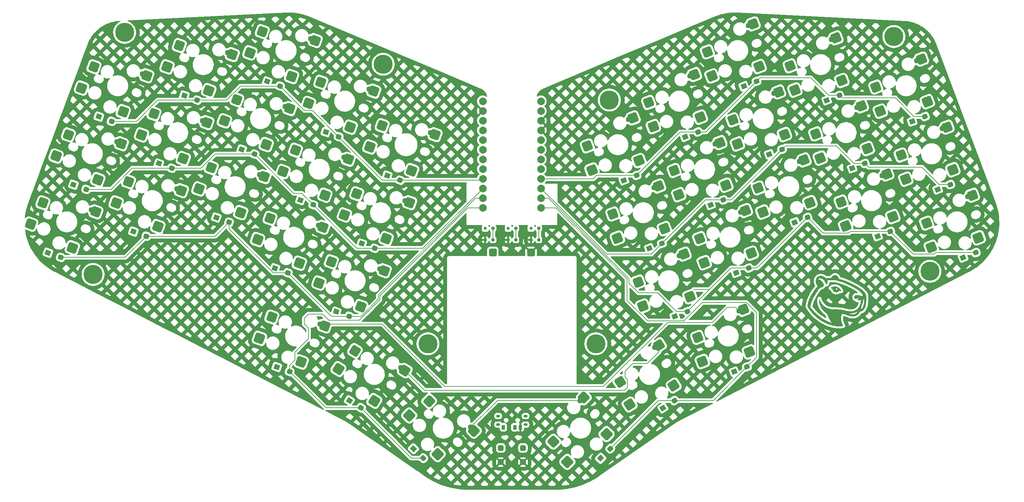
<source format=gbr>
%TF.GenerationSoftware,KiCad,Pcbnew,9.0.0*%
%TF.CreationDate,2025-08-07T18:41:01+03:00*%
%TF.ProjectId,keyatura,6b657961-7475-4726-912e-6b696361645f,rev?*%
%TF.SameCoordinates,Original*%
%TF.FileFunction,Copper,L1,Top*%
%TF.FilePolarity,Positive*%
%FSLAX46Y46*%
G04 Gerber Fmt 4.6, Leading zero omitted, Abs format (unit mm)*
G04 Created by KiCad (PCBNEW 9.0.0) date 2025-08-07 18:41:01*
%MOMM*%
%LPD*%
G01*
G04 APERTURE LIST*
G04 Aperture macros list*
%AMRoundRect*
0 Rectangle with rounded corners*
0 $1 Rounding radius*
0 $2 $3 $4 $5 $6 $7 $8 $9 X,Y pos of 4 corners*
0 Add a 4 corners polygon primitive as box body*
4,1,4,$2,$3,$4,$5,$6,$7,$8,$9,$2,$3,0*
0 Add four circle primitives for the rounded corners*
1,1,$1+$1,$2,$3*
1,1,$1+$1,$4,$5*
1,1,$1+$1,$6,$7*
1,1,$1+$1,$8,$9*
0 Add four rect primitives between the rounded corners*
20,1,$1+$1,$2,$3,$4,$5,0*
20,1,$1+$1,$4,$5,$6,$7,0*
20,1,$1+$1,$6,$7,$8,$9,0*
20,1,$1+$1,$8,$9,$2,$3,0*%
%AMRotRect*
0 Rectangle, with rotation*
0 The origin of the aperture is its center*
0 $1 length*
0 $2 width*
0 $3 Rotation angle, in degrees counterclockwise*
0 Add horizontal line*
21,1,$1,$2,0,0,$3*%
G04 Aperture macros list end*
%TA.AperFunction,EtchedComponent*%
%ADD10C,0.000000*%
%TD*%
%TA.AperFunction,ComponentPad*%
%ADD11C,5.000000*%
%TD*%
%TA.AperFunction,ComponentPad*%
%ADD12RoundRect,0.300000X-0.700000X-0.700000X0.700000X-0.700000X0.700000X0.700000X-0.700000X0.700000X0*%
%TD*%
%TA.AperFunction,ComponentPad*%
%ADD13RoundRect,0.199800X-0.300200X-0.100200X0.300200X-0.100200X0.300200X0.100200X-0.300200X0.100200X0*%
%TD*%
%TA.AperFunction,ComponentPad*%
%ADD14RoundRect,0.225000X-0.225000X0.400000X-0.225000X-0.400000X0.225000X-0.400000X0.225000X0.400000X0*%
%TD*%
%TA.AperFunction,ComponentPad*%
%ADD15RoundRect,0.200000X-0.200000X-0.200000X0.200000X-0.200000X0.200000X0.200000X-0.200000X0.200000X0*%
%TD*%
%TA.AperFunction,ComponentPad*%
%ADD16R,0.800000X0.800000*%
%TD*%
%TA.AperFunction,ComponentPad*%
%ADD17C,2.000000*%
%TD*%
%TA.AperFunction,ComponentPad*%
%ADD18RoundRect,0.520000X-0.999736X-0.466185X0.466185X-0.999736X0.999736X0.466185X-0.466185X0.999736X0*%
%TD*%
%TA.AperFunction,ComponentPad*%
%ADD19C,1.450000*%
%TD*%
%TA.AperFunction,ComponentPad*%
%ADD20RoundRect,0.500000X0.969835X0.471747X-0.439704X0.984777X-0.969835X-0.471747X0.439704X-0.984777X0*%
%TD*%
%TA.AperFunction,ComponentPad*%
%ADD21RoundRect,0.520000X-1.074815X-0.248140X0.248140X-1.074815X1.074815X0.248140X-0.248140X1.074815X0*%
%TD*%
%TA.AperFunction,ComponentPad*%
%ADD22RoundRect,0.500000X1.046724X0.259798X-0.225349X1.054677X-1.046724X-0.259798X0.225349X-1.054677X0*%
%TD*%
%TA.AperFunction,ComponentPad*%
%ADD23RoundRect,0.520000X-1.102919X-0.019252X0.019252X-1.102919X1.102919X0.019252X-0.019252X1.102919X0*%
%TD*%
%TA.AperFunction,ComponentPad*%
%ADD24RoundRect,0.500000X1.077865X0.036495X-0.001145X1.078482X-1.077865X-0.036495X0.001145X-1.078482X0*%
%TD*%
%TA.AperFunction,ComponentPad*%
%ADD25RoundRect,0.520000X-0.448666X-1.007720X1.007720X-0.448666X0.448666X1.007720X-1.007720X0.448666X0*%
%TD*%
%TA.AperFunction,ComponentPad*%
%ADD26RoundRect,0.500000X0.422450X0.992301X-0.977920X0.454749X-0.422450X-0.992301X0.977920X-0.454749X0*%
%TD*%
%TA.AperFunction,ComponentPad*%
%ADD27RoundRect,0.520000X0.000000X-1.103087X1.103087X0.000000X0.000000X1.103087X-1.103087X0.000000X0*%
%TD*%
%TA.AperFunction,ComponentPad*%
%ADD28RoundRect,0.500000X-0.017678X1.078338X-1.078338X0.017678X0.017678X-1.078338X1.078338X-0.017678X0*%
%TD*%
%TA.AperFunction,ComponentPad*%
%ADD29RoundRect,0.400000X-0.379159X-0.128042X0.208149X-0.341804X0.379159X0.128042X-0.208149X0.341804X0*%
%TD*%
%TA.AperFunction,ComponentPad*%
%ADD30RotRect,1.425000X1.300000X340.000000*%
%TD*%
%TA.AperFunction,ComponentPad*%
%ADD31RoundRect,0.400000X-0.202152X-0.345385X0.381336X-0.121405X0.202152X0.345385X-0.381336X0.121405X0*%
%TD*%
%TA.AperFunction,ComponentPad*%
%ADD32RotRect,1.425000X1.300000X21.000000*%
%TD*%
%TA.AperFunction,ComponentPad*%
%ADD33RoundRect,0.400000X-0.398458X0.037246X0.051129X-0.396916X0.398458X-0.037246X-0.051129X0.396916X0*%
%TD*%
%TA.AperFunction,ComponentPad*%
%ADD34RotRect,1.425000X1.300000X316.000000*%
%TD*%
%TA.AperFunction,ComponentPad*%
%ADD35RoundRect,0.400000X-0.044194X-0.397748X0.397748X0.044194X0.044194X0.397748X-0.397748X-0.044194X0*%
%TD*%
%TA.AperFunction,ComponentPad*%
%ADD36RotRect,1.425000X1.300000X45.000000*%
%TD*%
%TA.AperFunction,ComponentPad*%
%ADD37RoundRect,0.400000X-0.397495X-0.046412X0.132535X-0.377612X0.397495X0.046412X-0.132535X0.377612X0*%
%TD*%
%TA.AperFunction,ComponentPad*%
%ADD38RotRect,1.425000X1.300000X328.000000*%
%TD*%
%TA.AperFunction,ComponentPad*%
%ADD39RoundRect,0.400000X-0.125925X-0.379867X0.398244X-0.039468X0.125925X0.379867X-0.398244X0.039468X0*%
%TD*%
%TA.AperFunction,ComponentPad*%
%ADD40RotRect,1.425000X1.300000X33.000000*%
%TD*%
%TA.AperFunction,ComponentPad*%
%ADD41RoundRect,0.375000X0.375000X0.375000X-0.375000X0.375000X-0.375000X-0.375000X0.375000X-0.375000X0*%
%TD*%
%TA.AperFunction,ComponentPad*%
%ADD42RoundRect,0.520000X-0.229345X-1.078981X1.078981X-0.229345X0.229345X1.078981X-1.078981X0.229345X0*%
%TD*%
%TA.AperFunction,ComponentPad*%
%ADD43RoundRect,0.500000X0.206908X1.058449X-1.051098X0.241490X-0.206908X-1.058449X1.051098X-0.241490X0*%
%TD*%
%TA.AperFunction,Conductor*%
%ADD44C,0.200000*%
%TD*%
G04 APERTURE END LIST*
D10*
%TA.AperFunction,EtchedComponent*%
%TO.C,G\u002A\u002A\u002A*%
G36*
X239305417Y-96981405D02*
G01*
X239485061Y-97038587D01*
X239651529Y-97131563D01*
X239802233Y-97258512D01*
X239934586Y-97417613D01*
X239943434Y-97430400D01*
X239990737Y-97508762D01*
X240037250Y-97601423D01*
X240078606Y-97697785D01*
X240110436Y-97787249D01*
X240128374Y-97859218D01*
X240130769Y-97885026D01*
X240138200Y-97920297D01*
X240146368Y-97930719D01*
X240169283Y-97938729D01*
X240223782Y-97955286D01*
X240303758Y-97978608D01*
X240403106Y-98006918D01*
X240515722Y-98038436D01*
X240522483Y-98040312D01*
X240824654Y-98126743D01*
X241113000Y-98215063D01*
X241392750Y-98307343D01*
X241669136Y-98405650D01*
X241947390Y-98512056D01*
X242232742Y-98628629D01*
X242530423Y-98757440D01*
X242845665Y-98900558D01*
X243183699Y-99060052D01*
X243549755Y-99237992D01*
X243550000Y-99238113D01*
X243836653Y-99380242D01*
X244093211Y-99510034D01*
X244325410Y-99630743D01*
X244538987Y-99745624D01*
X244739678Y-99857929D01*
X244933220Y-99970914D01*
X245125349Y-100087831D01*
X245321803Y-100211935D01*
X245528317Y-100346480D01*
X245669719Y-100440442D01*
X245947107Y-100630523D01*
X246190825Y-100807519D01*
X246403248Y-100973435D01*
X246586754Y-101130274D01*
X246743719Y-101280041D01*
X246876518Y-101424740D01*
X246959500Y-101528231D01*
X247048443Y-101662403D01*
X247134531Y-101821350D01*
X247211077Y-101990956D01*
X247271397Y-102157107D01*
X247292657Y-102231615D01*
X247313635Y-102323417D01*
X247330242Y-102419828D01*
X247342655Y-102525351D01*
X247351051Y-102644489D01*
X247355608Y-102781745D01*
X247356503Y-102941621D01*
X247353912Y-103128620D01*
X247348013Y-103347245D01*
X247342689Y-103502941D01*
X247328617Y-103822470D01*
X247310420Y-104107465D01*
X247287262Y-104362328D01*
X247258311Y-104591463D01*
X247222732Y-104799274D01*
X247179691Y-104990164D01*
X247128356Y-105168535D01*
X247067890Y-105338792D01*
X246997462Y-105505338D01*
X246941140Y-105623371D01*
X246820091Y-105846512D01*
X246695682Y-106033827D01*
X246564272Y-106188565D01*
X246422220Y-106313975D01*
X246265885Y-106413307D01*
X246091626Y-106489811D01*
X245910350Y-106543305D01*
X245823016Y-106564995D01*
X245765252Y-106582660D01*
X245728461Y-106600659D01*
X245704047Y-106623352D01*
X245683412Y-106655097D01*
X245680787Y-106659712D01*
X245607227Y-106776781D01*
X245512392Y-106908133D01*
X245404837Y-107042809D01*
X245293115Y-107169849D01*
X245236369Y-107229096D01*
X245048034Y-107400541D01*
X244850886Y-107542762D01*
X244643162Y-107655887D01*
X244423099Y-107740048D01*
X244188934Y-107795373D01*
X243938904Y-107821994D01*
X243671248Y-107820040D01*
X243384201Y-107789640D01*
X243076001Y-107730926D01*
X242744885Y-107644026D01*
X242389091Y-107529071D01*
X242183022Y-107454227D01*
X241947945Y-107369089D01*
X241743505Y-107302277D01*
X241566310Y-107252906D01*
X241412968Y-107220089D01*
X241280089Y-107202942D01*
X241208947Y-107199807D01*
X241106503Y-107202968D01*
X241032207Y-107218495D01*
X240975680Y-107252557D01*
X240926544Y-107311322D01*
X240876249Y-107397533D01*
X240812881Y-107549378D01*
X240767361Y-107730993D01*
X240739451Y-107937510D01*
X240728914Y-108164059D01*
X240735513Y-108405770D01*
X240759011Y-108657774D01*
X240799170Y-108915203D01*
X240855752Y-109173186D01*
X240928522Y-109426853D01*
X240982766Y-109582782D01*
X241034050Y-109710893D01*
X241094993Y-109848713D01*
X241159954Y-109984441D01*
X241223295Y-110106272D01*
X241277093Y-110198803D01*
X241304405Y-110245146D01*
X241318665Y-110275540D01*
X241319141Y-110281268D01*
X241295948Y-110289979D01*
X241242805Y-110304650D01*
X241168036Y-110323355D01*
X241079964Y-110344170D01*
X240986913Y-110365167D01*
X240897205Y-110384421D01*
X240819165Y-110400007D01*
X240765769Y-110409307D01*
X240684755Y-110418168D01*
X240572900Y-110425594D01*
X240438417Y-110431455D01*
X240289520Y-110435624D01*
X240134424Y-110437972D01*
X239981342Y-110438372D01*
X239838488Y-110436694D01*
X239714075Y-110432810D01*
X239622769Y-110427162D01*
X239112703Y-110364801D01*
X238597096Y-110265394D01*
X238078405Y-110130145D01*
X237559084Y-109960258D01*
X237041592Y-109756938D01*
X236528384Y-109521389D01*
X236021916Y-109254813D01*
X235524645Y-108958417D01*
X235039027Y-108633402D01*
X234567518Y-108280975D01*
X234112576Y-107902337D01*
X233705261Y-107526538D01*
X233458405Y-107277759D01*
X233215989Y-107015369D01*
X232981815Y-106744282D01*
X232759682Y-106469415D01*
X232553388Y-106195681D01*
X232366733Y-105927996D01*
X232203517Y-105671275D01*
X232067539Y-105430434D01*
X232033651Y-105364078D01*
X231979389Y-105254973D01*
X232666773Y-105254973D01*
X232709604Y-105325910D01*
X232826049Y-105505885D01*
X232968853Y-105705009D01*
X233133769Y-105918137D01*
X233316551Y-106140121D01*
X233512950Y-106365815D01*
X233718721Y-106590072D01*
X233929617Y-106807747D01*
X233945654Y-106823795D01*
X234352562Y-107208618D01*
X234786111Y-107578250D01*
X235241138Y-107929207D01*
X235712481Y-108258004D01*
X236194978Y-108561157D01*
X236683467Y-108835179D01*
X237172787Y-109076587D01*
X237483308Y-109212075D01*
X237571747Y-109247614D01*
X237676007Y-109287883D01*
X237789656Y-109330575D01*
X237906262Y-109373385D01*
X238019394Y-109414007D01*
X238122619Y-109450134D01*
X238209508Y-109479462D01*
X238273627Y-109499684D01*
X238308545Y-109508494D01*
X238310618Y-109508681D01*
X238311936Y-109496275D01*
X238290766Y-109462671D01*
X238251622Y-109414920D01*
X238247977Y-109410842D01*
X238116636Y-109253779D01*
X237978678Y-109068920D01*
X237840257Y-108865404D01*
X237707525Y-108652365D01*
X237586638Y-108438940D01*
X237562129Y-108392622D01*
X237495035Y-108256908D01*
X237420848Y-108094694D01*
X237344086Y-107916792D01*
X237269266Y-107734014D01*
X237200907Y-107557171D01*
X237143529Y-107397075D01*
X237133108Y-107366024D01*
X237080012Y-107205511D01*
X236882718Y-107052694D01*
X242756783Y-107052694D01*
X242758692Y-107063324D01*
X242784724Y-107074780D01*
X242841928Y-107092821D01*
X242923301Y-107115682D01*
X243021843Y-107141596D01*
X243130550Y-107168796D01*
X243242422Y-107195514D01*
X243350455Y-107219986D01*
X243447649Y-107240443D01*
X243501154Y-107250653D01*
X243723140Y-107276775D01*
X243930798Y-107273381D01*
X244062574Y-107253746D01*
X244231163Y-107203600D01*
X244409831Y-107124606D01*
X244589371Y-107021906D01*
X244760579Y-106900637D01*
X244883731Y-106795236D01*
X244946164Y-106733389D01*
X245005497Y-106668666D01*
X245057007Y-106607066D01*
X245095975Y-106554591D01*
X245117677Y-106517240D01*
X245117393Y-106501014D01*
X245115444Y-106500769D01*
X245087687Y-106515005D01*
X245084063Y-106519832D01*
X245057248Y-106543137D01*
X245002082Y-106577692D01*
X244926187Y-106619481D01*
X244837182Y-106664489D01*
X244742689Y-106708697D01*
X244652876Y-106747067D01*
X244552652Y-106784281D01*
X244424584Y-106827067D01*
X244278948Y-106872404D01*
X244126019Y-106917265D01*
X243976071Y-106958627D01*
X243839382Y-106993466D01*
X243737540Y-107016467D01*
X243574108Y-107044417D01*
X243399996Y-107064324D01*
X243224859Y-107075794D01*
X243058352Y-107078433D01*
X242910132Y-107071845D01*
X242789852Y-107055637D01*
X242788000Y-107055254D01*
X242756783Y-107052694D01*
X236882718Y-107052694D01*
X236833191Y-107014332D01*
X236497340Y-106734988D01*
X236193349Y-106442470D01*
X235921948Y-106138185D01*
X235683869Y-105823542D01*
X235479843Y-105499949D01*
X235310600Y-105168815D01*
X235176871Y-104831549D01*
X235079389Y-104489558D01*
X235018883Y-104144251D01*
X234996085Y-103797036D01*
X235007309Y-103496643D01*
X235019647Y-103358637D01*
X235030445Y-103257830D01*
X235040780Y-103192431D01*
X235051727Y-103160649D01*
X235064362Y-103160695D01*
X235079763Y-103190777D01*
X235099004Y-103249105D01*
X235117457Y-103313367D01*
X235235610Y-103665734D01*
X235387209Y-103999109D01*
X235570702Y-104311880D01*
X235784535Y-104602436D01*
X236027155Y-104869165D01*
X236297010Y-105110455D01*
X236592547Y-105324696D01*
X236912213Y-105510275D01*
X237254455Y-105665582D01*
X237454000Y-105738264D01*
X237590337Y-105782283D01*
X237718905Y-105820099D01*
X237844180Y-105852253D01*
X237970639Y-105879286D01*
X238102758Y-105901740D01*
X238245013Y-105920154D01*
X238401882Y-105935071D01*
X238577839Y-105947030D01*
X238777362Y-105956574D01*
X239004927Y-105964243D01*
X239265011Y-105970577D01*
X239398077Y-105973216D01*
X239638456Y-105978006D01*
X239844364Y-105982836D01*
X240020407Y-105987969D01*
X240171191Y-105993668D01*
X240301321Y-106000195D01*
X240415403Y-106007812D01*
X240518042Y-106016783D01*
X240613845Y-106027370D01*
X240707416Y-106039835D01*
X240792543Y-106052721D01*
X240883823Y-106068560D01*
X241004958Y-106091625D01*
X241147763Y-106120201D01*
X241304051Y-106152573D01*
X241465636Y-106187029D01*
X241624334Y-106221852D01*
X241771959Y-106255328D01*
X241869514Y-106278287D01*
X242110032Y-106335141D01*
X242318174Y-106382095D01*
X242499159Y-106419899D01*
X242658208Y-106449307D01*
X242800542Y-106471071D01*
X242931381Y-106485942D01*
X243055945Y-106494672D01*
X243179454Y-106498014D01*
X243307129Y-106496719D01*
X243371544Y-106494667D01*
X243612807Y-106478271D01*
X243829657Y-106446490D01*
X244034741Y-106396335D01*
X244240703Y-106324816D01*
X244424207Y-106245782D01*
X244676449Y-106107833D01*
X244910908Y-105936605D01*
X245125260Y-105734707D01*
X245267550Y-105564218D01*
X245982184Y-105564218D01*
X245989042Y-105579323D01*
X246029912Y-105646843D01*
X246064258Y-105723630D01*
X246085642Y-105793912D01*
X246089571Y-105825640D01*
X246090000Y-105883204D01*
X246159859Y-105815871D01*
X246205816Y-105765441D01*
X246260912Y-105696197D01*
X246313720Y-105622552D01*
X246316916Y-105617784D01*
X246440216Y-105403622D01*
X246546723Y-105157537D01*
X246635281Y-104883420D01*
X246704734Y-104585160D01*
X246753925Y-104266646D01*
X246771643Y-104087769D01*
X246784153Y-103919581D01*
X246793649Y-103765842D01*
X246800022Y-103630589D01*
X246803163Y-103517856D01*
X246802961Y-103431681D01*
X246799308Y-103376098D01*
X246792092Y-103355145D01*
X246791552Y-103355077D01*
X246763663Y-103359561D01*
X246710047Y-103371265D01*
X246648523Y-103386120D01*
X246524938Y-103417164D01*
X246511780Y-103586389D01*
X246480054Y-103869163D01*
X246428946Y-104166351D01*
X246361078Y-104467702D01*
X246279074Y-104762965D01*
X246185554Y-105041890D01*
X246083143Y-105294227D01*
X246064407Y-105335092D01*
X246021822Y-105428427D01*
X245995240Y-105493462D01*
X245982685Y-105536594D01*
X245982184Y-105564218D01*
X245267550Y-105564218D01*
X245317182Y-105504750D01*
X245484348Y-105249344D01*
X245624436Y-104971098D01*
X245678945Y-104836680D01*
X245748352Y-104630682D01*
X245812531Y-104398978D01*
X245868451Y-104154880D01*
X245913081Y-103911696D01*
X245943388Y-103682736D01*
X245944621Y-103670390D01*
X245951137Y-103597080D01*
X245951905Y-103555092D01*
X245945637Y-103536928D01*
X245931043Y-103535090D01*
X245921778Y-103537483D01*
X245890789Y-103542289D01*
X245827958Y-103548782D01*
X245740453Y-103556334D01*
X245635438Y-103564319D01*
X245542923Y-103570643D01*
X245392243Y-103578084D01*
X245250998Y-103580611D01*
X245124695Y-103578474D01*
X245018840Y-103571924D01*
X244938940Y-103561212D01*
X244890502Y-103546590D01*
X244881943Y-103540536D01*
X244890917Y-103523374D01*
X244924191Y-103484604D01*
X244977254Y-103429021D01*
X245045595Y-103361417D01*
X245093538Y-103315684D01*
X245184257Y-103229087D01*
X245247032Y-103164750D01*
X245283136Y-103118982D01*
X245293842Y-103088096D01*
X245280424Y-103068403D01*
X245244155Y-103056212D01*
X245186309Y-103047836D01*
X245186010Y-103047802D01*
X245143061Y-103045417D01*
X245102205Y-103050911D01*
X245054250Y-103067346D01*
X244990003Y-103097785D01*
X244911402Y-103139280D01*
X244780628Y-103203617D01*
X244671756Y-103242203D01*
X244578279Y-103256116D01*
X244493689Y-103246436D01*
X244423329Y-103220180D01*
X244333015Y-103155912D01*
X244260866Y-103063935D01*
X244209202Y-102952259D01*
X244180343Y-102828895D01*
X244176610Y-102701855D01*
X244200324Y-102579148D01*
X244221875Y-102524692D01*
X244300027Y-102403041D01*
X244405772Y-102307787D01*
X244537319Y-102239566D01*
X244692875Y-102199018D01*
X244870651Y-102186780D01*
X245068852Y-102203488D01*
X245106946Y-102209687D01*
X245187110Y-102226563D01*
X245293564Y-102253160D01*
X245415615Y-102286587D01*
X245542568Y-102323952D01*
X245624716Y-102349645D01*
X245795251Y-102402063D01*
X245935212Y-102439379D01*
X246049699Y-102462442D01*
X246143811Y-102472100D01*
X246222647Y-102469202D01*
X246278224Y-102458391D01*
X246352317Y-102429284D01*
X246393927Y-102386972D01*
X246409250Y-102323792D01*
X246409569Y-102296006D01*
X246396834Y-102229269D01*
X246364179Y-102140228D01*
X246315780Y-102037343D01*
X246255813Y-101929073D01*
X246188452Y-101823880D01*
X246150860Y-101771843D01*
X246008866Y-101604525D01*
X245830159Y-101428482D01*
X245615942Y-101244455D01*
X245367415Y-101053182D01*
X245085782Y-100855403D01*
X244772242Y-100651857D01*
X244427998Y-100443284D01*
X244054250Y-100230424D01*
X243652202Y-100014015D01*
X243223053Y-99794796D01*
X242768006Y-99573509D01*
X242288262Y-99350891D01*
X242026000Y-99233328D01*
X241851539Y-99156761D01*
X241701112Y-99092677D01*
X241563505Y-99036688D01*
X241427506Y-98984403D01*
X241281901Y-98931434D01*
X241115477Y-98873393D01*
X241043592Y-98848804D01*
X240525996Y-98683608D01*
X240030982Y-98548557D01*
X239556774Y-98443238D01*
X239101597Y-98367240D01*
X238824507Y-98334301D01*
X238720840Y-98326463D01*
X238594483Y-98320907D01*
X238450646Y-98317508D01*
X238294538Y-98316142D01*
X238131371Y-98316684D01*
X237966356Y-98319010D01*
X237804701Y-98322996D01*
X237651619Y-98328517D01*
X237512319Y-98335449D01*
X237392012Y-98343668D01*
X237295908Y-98353049D01*
X237229218Y-98363468D01*
X237199495Y-98373081D01*
X237187207Y-98394761D01*
X237192272Y-98439671D01*
X237198226Y-98462874D01*
X237220595Y-98602356D01*
X237218238Y-98758080D01*
X237192914Y-98917554D01*
X237146380Y-99068286D01*
X237099138Y-99167178D01*
X237060286Y-99227968D01*
X237009019Y-99298899D01*
X236952627Y-99370901D01*
X236898401Y-99434902D01*
X236853633Y-99481830D01*
X236832000Y-99499557D01*
X236810630Y-99508951D01*
X236796030Y-99499674D01*
X236783330Y-99464726D01*
X236770837Y-99411634D01*
X236694944Y-99132346D01*
X236595658Y-98874770D01*
X236474724Y-98641956D01*
X236333886Y-98436956D01*
X236174887Y-98262821D01*
X236057591Y-98163827D01*
X235895984Y-98057389D01*
X235725806Y-97972539D01*
X235552054Y-97909952D01*
X235379722Y-97870299D01*
X235213806Y-97854254D01*
X235059303Y-97862489D01*
X234921206Y-97895677D01*
X234804513Y-97954492D01*
X234760675Y-97989170D01*
X234712296Y-98047501D01*
X234666109Y-98127237D01*
X234632016Y-98211155D01*
X234626565Y-98233678D01*
X234633145Y-98241129D01*
X234658604Y-98232475D01*
X234709789Y-98206684D01*
X234729186Y-98196501D01*
X234855350Y-98150237D01*
X234989116Y-98136653D01*
X235119409Y-98156290D01*
X235171265Y-98174933D01*
X235299367Y-98244161D01*
X235433293Y-98341229D01*
X235569091Y-98460986D01*
X235702810Y-98598280D01*
X235830501Y-98747960D01*
X235948212Y-98904875D01*
X236051993Y-99063874D01*
X236137892Y-99219804D01*
X236201960Y-99367516D01*
X236240245Y-99501856D01*
X236249475Y-99580813D01*
X236248122Y-99632250D01*
X236237121Y-99676715D01*
X236211640Y-99726216D01*
X236166849Y-99792756D01*
X236160761Y-99801316D01*
X236022532Y-99969770D01*
X235875119Y-100100554D01*
X235718729Y-100193534D01*
X235553572Y-100248578D01*
X235436500Y-100264264D01*
X235281930Y-100273212D01*
X235112436Y-100470875D01*
X234821356Y-100823439D01*
X234549431Y-101180916D01*
X234291408Y-101550983D01*
X234042031Y-101941318D01*
X233796049Y-102359596D01*
X233691876Y-102546561D01*
X233501736Y-102902814D01*
X233335430Y-103236489D01*
X233190467Y-103553888D01*
X233064356Y-103861310D01*
X232954605Y-104165057D01*
X232858722Y-104471430D01*
X232774216Y-104786729D01*
X232727149Y-104986318D01*
X232666773Y-105254973D01*
X231979389Y-105254973D01*
X231904190Y-105103769D01*
X231943261Y-104888846D01*
X232056792Y-104367023D01*
X232207783Y-103845209D01*
X232396650Y-103322178D01*
X232623808Y-102796701D01*
X232716936Y-102602846D01*
X232983477Y-102089454D01*
X233260715Y-101609513D01*
X233551881Y-101158115D01*
X233860204Y-100730352D01*
X234188917Y-100321319D01*
X234316192Y-100173926D01*
X234392955Y-100085917D01*
X234459942Y-100007635D01*
X234513156Y-99943875D01*
X234548597Y-99899433D01*
X234562267Y-99879103D01*
X234562308Y-99878774D01*
X234551289Y-99856089D01*
X234522719Y-99813062D01*
X234491446Y-99770508D01*
X234366064Y-99583782D01*
X234258873Y-99379040D01*
X234175378Y-99168272D01*
X234121081Y-98963471D01*
X234121063Y-98963379D01*
X234103244Y-98832781D01*
X234094206Y-98682160D01*
X234093771Y-98524108D01*
X234101761Y-98371216D01*
X234117998Y-98236076D01*
X234132347Y-98165856D01*
X234205038Y-97947866D01*
X234306535Y-97751931D01*
X234434527Y-97580654D01*
X234586702Y-97436638D01*
X234760751Y-97322488D01*
X234953077Y-97241217D01*
X235099493Y-97205515D01*
X235265917Y-97183097D01*
X235435063Y-97175577D01*
X235576718Y-97183032D01*
X235776289Y-97220642D01*
X235986619Y-97287860D01*
X236198911Y-97380462D01*
X236404369Y-97494224D01*
X236594196Y-97624922D01*
X236723236Y-97733572D01*
X236842396Y-97843966D01*
X237065159Y-97806098D01*
X237290702Y-97771109D01*
X237529601Y-97739974D01*
X237764996Y-97714692D01*
X237980027Y-97697261D01*
X237986771Y-97696831D01*
X238197157Y-97683543D01*
X238269092Y-97546651D01*
X238363530Y-97401121D01*
X238482799Y-97271300D01*
X238620927Y-97160447D01*
X238771943Y-97071818D01*
X238929872Y-97008670D01*
X239088744Y-96974263D01*
X239242585Y-96971853D01*
X239305417Y-96981405D01*
G37*
%TD.AperFunction*%
%TA.AperFunction,EtchedComponent*%
G36*
X239336262Y-99931681D02*
G01*
X239574120Y-99982325D01*
X239805434Y-100070069D01*
X240028046Y-100194561D01*
X240239798Y-100355455D01*
X240313735Y-100422967D01*
X240425437Y-100537701D01*
X240525503Y-100655676D01*
X240611533Y-100772620D01*
X240681128Y-100884262D01*
X240731887Y-100986329D01*
X240761409Y-101074549D01*
X240767294Y-101144651D01*
X240747142Y-101192363D01*
X240746445Y-101193071D01*
X240701269Y-101219071D01*
X240667127Y-101225384D01*
X240626111Y-101218506D01*
X240563387Y-101200738D01*
X240491016Y-101176382D01*
X240421053Y-101149738D01*
X240365558Y-101125107D01*
X240337552Y-101107829D01*
X240315433Y-101112093D01*
X240271213Y-101142138D01*
X240209142Y-101194892D01*
X240180831Y-101221130D01*
X240107619Y-101286022D01*
X240031238Y-101346639D01*
X239964403Y-101393112D01*
X239943300Y-101405472D01*
X239775728Y-101474405D01*
X239593683Y-101511746D01*
X239406709Y-101516728D01*
X239224349Y-101488585D01*
X239157042Y-101468636D01*
X238968656Y-101384757D01*
X238804006Y-101270548D01*
X238665232Y-101128245D01*
X238554471Y-100960085D01*
X238473862Y-100768302D01*
X238467439Y-100747569D01*
X238438848Y-100653749D01*
X238436062Y-100645581D01*
X239375332Y-100645581D01*
X239390581Y-100719161D01*
X239431143Y-100781183D01*
X239464274Y-100806280D01*
X239537870Y-100827153D01*
X239616002Y-100817108D01*
X239683268Y-100778836D01*
X239696038Y-100765801D01*
X239735108Y-100694682D01*
X239737488Y-100618641D01*
X239703633Y-100544896D01*
X239680441Y-100518051D01*
X239636403Y-100479928D01*
X239596260Y-100466001D01*
X239542156Y-100469052D01*
X239481877Y-100483991D01*
X239433523Y-100507398D01*
X239426975Y-100512601D01*
X239386946Y-100572657D01*
X239375332Y-100645581D01*
X238436062Y-100645581D01*
X238417326Y-100590662D01*
X238398922Y-100551549D01*
X238379682Y-100529654D01*
X238355655Y-100518218D01*
X238329597Y-100511902D01*
X238274175Y-100496996D01*
X238204564Y-100473933D01*
X238129955Y-100446356D01*
X238059536Y-100417909D01*
X238002498Y-100392236D01*
X237968029Y-100372980D01*
X237962000Y-100366153D01*
X237977727Y-100348610D01*
X238019990Y-100316422D01*
X238081413Y-100274361D01*
X238154620Y-100227199D01*
X238232234Y-100179704D01*
X238306880Y-100136650D01*
X238362538Y-100107082D01*
X238604997Y-100005836D01*
X238849542Y-99943087D01*
X239094016Y-99918485D01*
X239336262Y-99931681D01*
G37*
%TD.AperFunction*%
%TD*%
D11*
%TO.P,H7,*%
%TO.N,*%
X132450000Y-115000000D03*
%TD*%
%TO.P,H6,*%
%TO.N,*%
X176450000Y-115000000D03*
%TD*%
%TO.P,H5,*%
%TO.N,*%
X254560000Y-34430000D03*
%TD*%
%TO.P,H4,*%
%TO.N,*%
X52930000Y-33320000D03*
%TD*%
%TO.P,H3,*%
%TO.N,*%
X120710000Y-41690000D03*
%TD*%
%TO.P,H2,*%
%TO.N,*%
X180000000Y-51080000D03*
%TD*%
%TO.P,H1,*%
%TO.N,*%
X264000000Y-96000000D03*
%TD*%
%TO.P,H0,*%
%TO.N,*%
X44670000Y-96830000D03*
%TD*%
D12*
%TO.P,J1,1,Pin_1*%
%TO.N,Net-(BAT_KEY1-B)*%
X149460000Y-91060000D03*
%TO.P,J1,2,Pin_2*%
%TO.N,GND*%
X159460000Y-91060000D03*
%TD*%
D13*
%TO.P,BAT_KEY1,*%
%TO.N,*%
X150850000Y-133957000D03*
X150850000Y-136193000D03*
X158050000Y-133957000D03*
X158050000Y-136193000D03*
D14*
%TO.P,BAT_KEY1,1,A*%
%TO.N,BAT+*%
X152200000Y-136900000D03*
%TO.P,BAT_KEY1,2,B*%
%TO.N,Net-(BAT_KEY1-B)*%
X155200000Y-136900000D03*
%TO.P,BAT_KEY1,3,C*%
%TO.N,GND*%
X156700000Y-136900000D03*
%TD*%
D15*
%TO.P,R2,1*%
%TO.N,Net-(L2-K)*%
X161480000Y-87730000D03*
%TO.P,R2,2*%
%TO.N,GND*%
X159480000Y-87730000D03*
%TD*%
%TO.P,R1,1*%
%TO.N,Net-(L1-K)*%
X155480000Y-87730000D03*
%TO.P,R1,2*%
%TO.N,GND*%
X153480000Y-87730000D03*
%TD*%
%TO.P,R0,1*%
%TO.N,Net-(L0-K)*%
X149480000Y-87730000D03*
%TO.P,R0,2*%
%TO.N,GND*%
X147480000Y-87730000D03*
%TD*%
%TO.P,L2,1,K*%
%TO.N,Net-(L2-K)*%
X161480000Y-84730000D03*
D16*
%TO.P,L2,2,A*%
%TO.N,LED2*%
X159480000Y-84730000D03*
%TD*%
D15*
%TO.P,L1,1,K*%
%TO.N,Net-(L1-K)*%
X155480000Y-84730000D03*
D16*
%TO.P,L1,2,A*%
%TO.N,LED1*%
X153480000Y-84730000D03*
%TD*%
D15*
%TO.P,L0,1,K*%
%TO.N,Net-(L0-K)*%
X149480000Y-84730000D03*
D16*
%TO.P,L0,2,A*%
%TO.N,LED0*%
X147480000Y-84730000D03*
%TD*%
D17*
%TO.P,U1,1,P0.06*%
%TO.N,C0*%
X162060000Y-51390000D03*
%TO.P,U1,2,P0.08*%
%TO.N,C1*%
X162060000Y-53930000D03*
%TO.P,U1,3,GND*%
%TO.N,GND*%
X162060000Y-56470000D03*
%TO.P,U1,4,GND*%
X162060000Y-59010000D03*
%TO.P,U1,5,P0.17*%
%TO.N,C2*%
X162060000Y-61550000D03*
%TO.P,U1,6,P0.20*%
%TO.N,C3*%
X162060000Y-64090000D03*
%TO.P,U1,7,P0.22*%
%TO.N,C4*%
X162060000Y-66630000D03*
%TO.P,U1,8,P0.24*%
%TO.N,unconnected-(U1-P0.24-Pad8)*%
X162060000Y-69170000D03*
%TO.P,U1,9,P1.00*%
%TO.N,R7*%
X162060000Y-71710000D03*
%TO.P,U1,10,P0.11*%
%TO.N,R6*%
X162060000Y-74250000D03*
%TO.P,U1,11,P1.04-LF*%
%TO.N,R5*%
X162060000Y-76790000D03*
%TO.P,U1,12,P1.06-LF*%
%TO.N,R4*%
X162060000Y-79330000D03*
%TO.P,U1,13,BAT+*%
%TO.N,BAT+*%
X146820000Y-51390000D03*
%TO.P,U1,14,GND*%
%TO.N,GND*%
X146820000Y-53930000D03*
%TO.P,U1,15,RST*%
%TO.N,RST*%
X146820000Y-56470000D03*
%TO.P,U1,16,3V3*%
%TO.N,unconnected-(U1-3V3-Pad16)*%
X146820000Y-59010000D03*
%TO.P,U1,17,P0.31-LF*%
%TO.N,LED0*%
X146820000Y-61550000D03*
%TO.P,U1,18,P0.29-LF*%
%TO.N,LED1*%
X146820000Y-64090000D03*
%TO.P,U1,19,P0.02-LF*%
%TO.N,LED2*%
X146820000Y-66630000D03*
%TO.P,U1,20,P1.15-LF*%
%TO.N,unconnected-(U1-P1.15-LF-Pad20)*%
X146820000Y-69170000D03*
%TO.P,U1,21,P1.13-LF*%
%TO.N,R3*%
X146820000Y-71710000D03*
%TO.P,U1,22,P1.11-LF*%
%TO.N,R2*%
X146820000Y-74250000D03*
%TO.P,U1,23,P0.10-LF*%
%TO.N,R1*%
X146820000Y-76790000D03*
%TO.P,U1,24,P0.09-LF*%
%TO.N,R0*%
X146820000Y-79330000D03*
%TD*%
D18*
%TO.P,SW1,1,1*%
%TO.N,C2*%
X99222444Y-119781361D03*
D19*
X104223367Y-109842384D03*
D20*
X105411629Y-110349368D03*
D18*
%TO.P,SW1,2,2*%
%TO.N,Net-(D1-A)*%
X88288498Y-113566957D03*
D20*
X91528155Y-107999208D03*
%TD*%
D21*
%TO.P,SW2,1,1*%
%TO.N,C3*%
X118385354Y-129978285D03*
D19*
X125343425Y-121296249D03*
D22*
X126400312Y-122039208D03*
D21*
%TO.P,SW2,2,2*%
%TO.N,Net-(D2-A)*%
X108982388Y-121626385D03*
D22*
X113308851Y-116853868D03*
%TD*%
D23*
%TO.P,SW3,1,1*%
%TO.N,C4*%
X135009273Y-143936641D03*
D19*
X143620390Y-136890992D03*
D24*
X144499712Y-137837455D03*
D23*
%TO.P,SW3,2,2*%
%TO.N,Net-(D3-A)*%
X127548242Y-133812263D03*
D24*
X132772423Y-130043560D03*
%TD*%
D18*
%TO.P,SW5,1,1*%
%TO.N,C1*%
X61652644Y-84275661D03*
D19*
X66653567Y-74336684D03*
D20*
X67841829Y-74843668D03*
D18*
%TO.P,SW5,2,2*%
%TO.N,Net-(D5-A)*%
X50718698Y-78061257D03*
D20*
X53958355Y-72493508D03*
%TD*%
D18*
%TO.P,SW6,1,1*%
%TO.N,C2*%
X83366044Y-80596861D03*
D19*
X88366967Y-70657884D03*
D20*
X89555229Y-71164868D03*
D18*
%TO.P,SW6,2,2*%
%TO.N,Net-(D6-A)*%
X72432098Y-74382457D03*
D20*
X75671755Y-68814708D03*
%TD*%
D18*
%TO.P,SW7,1,1*%
%TO.N,C3*%
X98740644Y-93871861D03*
D19*
X103741567Y-83932884D03*
D20*
X104929829Y-84439868D03*
D18*
%TO.P,SW7,2,2*%
%TO.N,Net-(D7-A)*%
X87806698Y-87657457D03*
D20*
X91046355Y-82089708D03*
%TD*%
D18*
%TO.P,SW10,1,1*%
%TO.N,C1*%
X68324044Y-66432061D03*
D19*
X73324967Y-56493084D03*
D20*
X74513229Y-57000068D03*
D18*
%TO.P,SW10,2,2*%
%TO.N,Net-(D10-A)*%
X57390098Y-60217657D03*
D20*
X60629755Y-54649908D03*
%TD*%
D18*
%TO.P,SW11,1,1*%
%TO.N,C2*%
X90037444Y-62753261D03*
D19*
X95038367Y-52814284D03*
D20*
X96226629Y-53321268D03*
D18*
%TO.P,SW11,2,2*%
%TO.N,Net-(D11-A)*%
X79103498Y-56538857D03*
D20*
X82343155Y-50971108D03*
%TD*%
D18*
%TO.P,SW12,1,1*%
%TO.N,C3*%
X105412144Y-76028261D03*
D19*
X110413067Y-66089284D03*
D20*
X111601329Y-66596268D03*
D18*
%TO.P,SW12,2,2*%
%TO.N,Net-(D12-A)*%
X94478198Y-69813857D03*
D20*
X97717855Y-64246108D03*
%TD*%
D18*
%TO.P,SW13,1,1*%
%TO.N,C4*%
X121487144Y-87429861D03*
D19*
X126488067Y-77490884D03*
D20*
X127676329Y-77997868D03*
D18*
%TO.P,SW13,2,2*%
%TO.N,Net-(D13-A)*%
X110553198Y-81215457D03*
D20*
X113792855Y-75647708D03*
%TD*%
D18*
%TO.P,SW18,1,1*%
%TO.N,C4*%
X128158644Y-69586261D03*
D19*
X133159567Y-59647284D03*
D20*
X134347829Y-60154268D03*
D18*
%TO.P,SW18,2,2*%
%TO.N,Net-(D18-A)*%
X117224698Y-63371857D03*
D20*
X120464355Y-57804108D03*
%TD*%
D25*
%TO.P,SW19,1,1*%
%TO.N,C2*%
X216707718Y-117153863D03*
D19*
X213961407Y-106371921D03*
D26*
X215190812Y-105974977D03*
D25*
%TO.P,SW19,2,2*%
%TO.N,Net-(D19-A)*%
X204378748Y-119637107D03*
D26*
X203170977Y-113309667D03*
%TD*%
D27*
%TO.P,SW21,1,1*%
%TO.N,C4*%
X179244625Y-138677935D03*
D19*
X172350334Y-129945166D03*
D28*
X173311999Y-129082496D03*
D27*
%TO.P,SW21,2,2*%
%TO.N,Net-(D21-A)*%
X168991577Y-145961135D03*
D28*
X165314622Y-140671976D03*
%TD*%
D25*
%TO.P,SW22,1,1*%
%TO.N,C0*%
X276691418Y-87200263D03*
D19*
X273945107Y-76418321D03*
D26*
X275174512Y-76021377D03*
D25*
%TO.P,SW22,2,2*%
%TO.N,Net-(D22-A)*%
X264362448Y-89683507D03*
D26*
X263154677Y-83356067D03*
%TD*%
D25*
%TO.P,SW23,1,1*%
%TO.N,C1*%
X254277618Y-81648163D03*
D19*
X251531307Y-70866221D03*
D26*
X252760712Y-70469277D03*
D25*
%TO.P,SW23,2,2*%
%TO.N,Net-(D23-A)*%
X241948648Y-84131407D03*
D26*
X240740877Y-77803967D03*
%TD*%
D25*
%TO.P,SW24,1,1*%
%TO.N,C2*%
X232564218Y-77969363D03*
D19*
X229817907Y-67187421D03*
D26*
X231047312Y-66790477D03*
D25*
%TO.P,SW24,2,2*%
%TO.N,Net-(D24-A)*%
X220235248Y-80452607D03*
D26*
X219027477Y-74125167D03*
%TD*%
D25*
%TO.P,SW25,1,1*%
%TO.N,C3*%
X217189518Y-91244363D03*
D19*
X214443207Y-80462421D03*
D26*
X215672612Y-80065477D03*
D25*
%TO.P,SW25,2,2*%
%TO.N,Net-(D25-A)*%
X204860548Y-93727607D03*
D26*
X203652777Y-87400167D03*
%TD*%
D25*
%TO.P,SW27,1,1*%
%TO.N,C0*%
X270019918Y-69356663D03*
D19*
X267273607Y-58574721D03*
D26*
X268503012Y-58177777D03*
D25*
%TO.P,SW27,2,2*%
%TO.N,Net-(D27-A)*%
X257690948Y-71839907D03*
D26*
X256483177Y-65512467D03*
%TD*%
D25*
%TO.P,SW28,1,1*%
%TO.N,C1*%
X247606118Y-63804563D03*
D19*
X244859807Y-53022621D03*
D26*
X246089212Y-52625677D03*
D25*
%TO.P,SW28,2,2*%
%TO.N,Net-(D28-A)*%
X235277148Y-66287807D03*
D26*
X234069377Y-59960367D03*
%TD*%
D25*
%TO.P,SW29,1,1*%
%TO.N,C2*%
X225892718Y-60125763D03*
D19*
X223146407Y-49343821D03*
D26*
X224375812Y-48946877D03*
D25*
%TO.P,SW29,2,2*%
%TO.N,Net-(D29-A)*%
X213563748Y-62609007D03*
D26*
X212355977Y-56281567D03*
%TD*%
D25*
%TO.P,SW30,1,1*%
%TO.N,C3*%
X210518118Y-73400763D03*
D19*
X207771807Y-62618821D03*
D26*
X209001212Y-62221877D03*
D25*
%TO.P,SW30,2,2*%
%TO.N,Net-(D30-A)*%
X198189148Y-75884007D03*
D26*
X196981377Y-69556567D03*
%TD*%
D25*
%TO.P,SW31,1,1*%
%TO.N,C4*%
X194443018Y-84802363D03*
D19*
X191696707Y-74020421D03*
D26*
X192926112Y-73623477D03*
D25*
%TO.P,SW31,2,2*%
%TO.N,Net-(D31-A)*%
X182114048Y-87285607D03*
D26*
X180906277Y-80958167D03*
%TD*%
D25*
%TO.P,SW35,1,1*%
%TO.N,C3*%
X203846618Y-55557163D03*
D19*
X201100307Y-44775221D03*
D26*
X202329712Y-44378277D03*
D25*
%TO.P,SW35,2,2*%
%TO.N,Net-(D35-A)*%
X191517648Y-58040407D03*
D26*
X190309877Y-51712967D03*
%TD*%
D25*
%TO.P,SW36,1,1*%
%TO.N,C4*%
X187771618Y-66958763D03*
D19*
X185025307Y-56176821D03*
D26*
X186254712Y-55779877D03*
D25*
%TO.P,SW36,2,2*%
%TO.N,Net-(D36-A)*%
X175442648Y-69442007D03*
D26*
X174234877Y-63114567D03*
%TD*%
D29*
%TO.P,D7,1,K*%
%TO.N,R1*%
X95704501Y-96384561D03*
D30*
%TO.P,D7,2,A*%
%TO.N,Net-(D7-A)*%
X92345099Y-95161839D03*
%TD*%
D29*
%TO.P,D14,1,K*%
%TO.N,R3*%
X49545601Y-56653361D03*
D30*
%TO.P,D14,2,A*%
%TO.N,Net-(D14-A)*%
X46186199Y-55430639D03*
%TD*%
D29*
%TO.P,D4,1,K*%
%TO.N,R1*%
X36202701Y-92340561D03*
D30*
%TO.P,D4,2,A*%
%TO.N,Net-(D4-A)*%
X32843299Y-91117839D03*
%TD*%
D29*
%TO.P,D13,1,K*%
%TO.N,R2*%
X118451001Y-89942661D03*
D30*
%TO.P,D13,2,A*%
%TO.N,Net-(D13-A)*%
X115091599Y-88719939D03*
%TD*%
D29*
%TO.P,D9,1,K*%
%TO.N,R2*%
X42874101Y-74496961D03*
D30*
%TO.P,D9,2,A*%
%TO.N,Net-(D9-A)*%
X39514699Y-73274239D03*
%TD*%
D31*
%TO.P,D23,1,K*%
%TO.N,R5*%
X253634675Y-85536417D03*
D32*
%TO.P,D23,2,A*%
%TO.N,Net-(D23-A)*%
X250297125Y-86817583D03*
%TD*%
D29*
%TO.P,D12,1,K*%
%TO.N,R2*%
X102376001Y-78540961D03*
D30*
%TO.P,D12,2,A*%
%TO.N,Net-(D12-A)*%
X99016599Y-77318239D03*
%TD*%
D33*
%TO.P,D3,1,K*%
%TO.N,R0*%
X131213620Y-144997202D03*
D34*
%TO.P,D3,2,A*%
%TO.N,Net-(D3-A)*%
X128641980Y-142513798D03*
%TD*%
D29*
%TO.P,D1,1,K*%
%TO.N,R0*%
X96186301Y-122294161D03*
D30*
%TO.P,D1,2,A*%
%TO.N,Net-(D1-A)*%
X92826899Y-121071439D03*
%TD*%
D29*
%TO.P,D15,1,K*%
%TO.N,R3*%
X71959401Y-51101161D03*
D30*
%TO.P,D15,2,A*%
%TO.N,Net-(D15-A)*%
X68599999Y-49878439D03*
%TD*%
D31*
%TO.P,D24,1,K*%
%TO.N,R5*%
X231921275Y-81857717D03*
D32*
%TO.P,D24,2,A*%
%TO.N,Net-(D24-A)*%
X228583725Y-83138883D03*
%TD*%
D29*
%TO.P,D10,1,K*%
%TO.N,R2*%
X65287901Y-68944761D03*
D30*
%TO.P,D10,2,A*%
%TO.N,Net-(D10-A)*%
X61928499Y-67722039D03*
%TD*%
D31*
%TO.P,D31,1,K*%
%TO.N,R6*%
X193800175Y-88690717D03*
D32*
%TO.P,D31,2,A*%
%TO.N,Net-(D31-A)*%
X190462625Y-89971883D03*
%TD*%
D29*
%TO.P,D6,1,K*%
%TO.N,R1*%
X80329901Y-83109661D03*
D30*
%TO.P,D6,2,A*%
%TO.N,Net-(D6-A)*%
X76970499Y-81886939D03*
%TD*%
D31*
%TO.P,D35,1,K*%
%TO.N,R7*%
X203203775Y-59445417D03*
D32*
%TO.P,D35,2,A*%
%TO.N,Net-(D35-A)*%
X199866225Y-60726583D03*
%TD*%
D31*
%TO.P,D33,1,K*%
%TO.N,R7*%
X240291775Y-49849217D03*
D32*
%TO.P,D33,2,A*%
%TO.N,Net-(D33-A)*%
X236954225Y-51130383D03*
%TD*%
D31*
%TO.P,D36,1,K*%
%TO.N,R7*%
X187128675Y-70847117D03*
D32*
%TO.P,D36,2,A*%
%TO.N,Net-(D36-A)*%
X183791125Y-72128283D03*
%TD*%
D29*
%TO.P,D16,1,K*%
%TO.N,R3*%
X93672801Y-47422461D03*
D30*
%TO.P,D16,2,A*%
%TO.N,Net-(D16-A)*%
X90313399Y-46199739D03*
%TD*%
D31*
%TO.P,D25,1,K*%
%TO.N,R5*%
X216546675Y-95132617D03*
D32*
%TO.P,D25,2,A*%
%TO.N,Net-(D25-A)*%
X213209125Y-96413783D03*
%TD*%
D35*
%TO.P,D21,1,K*%
%TO.N,R4*%
X180238853Y-142491547D03*
D36*
%TO.P,D21,2,A*%
%TO.N,Net-(D21-A)*%
X177710947Y-145019453D03*
%TD*%
D29*
%TO.P,D11,1,K*%
%TO.N,R2*%
X87001301Y-65266061D03*
D30*
%TO.P,D11,2,A*%
%TO.N,Net-(D11-A)*%
X83641899Y-64043339D03*
%TD*%
D31*
%TO.P,D34,1,K*%
%TO.N,R7*%
X218578375Y-46170517D03*
D32*
%TO.P,D34,2,A*%
%TO.N,Net-(D34-A)*%
X215240825Y-47451683D03*
%TD*%
D37*
%TO.P,D2,1,K*%
%TO.N,R0*%
X114893086Y-131804931D03*
D38*
%TO.P,D2,2,A*%
%TO.N,Net-(D2-A)*%
X111861314Y-129910469D03*
%TD*%
D31*
%TO.P,D28,1,K*%
%TO.N,R6*%
X246963275Y-67692817D03*
D32*
%TO.P,D28,2,A*%
%TO.N,Net-(D28-A)*%
X243625725Y-68973983D03*
%TD*%
D29*
%TO.P,D8,1,K*%
%TO.N,R1*%
X111779601Y-107786261D03*
D30*
%TO.P,D8,2,A*%
%TO.N,Net-(D8-A)*%
X108420199Y-106563539D03*
%TD*%
D39*
%TO.P,D20,1,K*%
%TO.N,R4*%
X197024624Y-129884158D03*
D40*
%TO.P,D20,2,A*%
%TO.N,Net-(D20-A)*%
X194026376Y-131831242D03*
%TD*%
D29*
%TO.P,D17,1,K*%
%TO.N,R3*%
X109047401Y-60697361D03*
D30*
%TO.P,D17,2,A*%
%TO.N,Net-(D17-A)*%
X105687999Y-59474639D03*
%TD*%
D31*
%TO.P,D29,1,K*%
%TO.N,R6*%
X225249875Y-64014117D03*
D32*
%TO.P,D29,2,A*%
%TO.N,Net-(D29-A)*%
X221912325Y-65295283D03*
%TD*%
D29*
%TO.P,D18,1,K*%
%TO.N,R3*%
X125122501Y-72099061D03*
D30*
%TO.P,D18,2,A*%
%TO.N,Net-(D18-A)*%
X121763099Y-70876339D03*
%TD*%
D31*
%TO.P,D22,1,K*%
%TO.N,R5*%
X276048475Y-91088617D03*
D32*
%TO.P,D22,2,A*%
%TO.N,Net-(D22-A)*%
X272710925Y-92369783D03*
%TD*%
D31*
%TO.P,D30,1,K*%
%TO.N,R6*%
X209875175Y-77289017D03*
D32*
%TO.P,D30,2,A*%
%TO.N,Net-(D30-A)*%
X206537625Y-78570183D03*
%TD*%
D29*
%TO.P,D5,1,K*%
%TO.N,R1*%
X58616501Y-86788361D03*
D30*
%TO.P,D5,2,A*%
%TO.N,Net-(D5-A)*%
X55257099Y-85565639D03*
%TD*%
D31*
%TO.P,D32,1,K*%
%TO.N,R7*%
X262705575Y-55401417D03*
D32*
%TO.P,D32,2,A*%
%TO.N,Net-(D32-A)*%
X259368025Y-56682583D03*
%TD*%
D31*
%TO.P,D27,1,K*%
%TO.N,R6*%
X269377075Y-73245017D03*
D32*
%TO.P,D27,2,A*%
%TO.N,Net-(D27-A)*%
X266039525Y-74526183D03*
%TD*%
D31*
%TO.P,D19,1,K*%
%TO.N,R4*%
X216064875Y-121042217D03*
D32*
%TO.P,D19,2,A*%
%TO.N,Net-(D19-A)*%
X212727325Y-122323383D03*
%TD*%
D18*
%TO.P,SW4,1,1*%
%TO.N,C0*%
X39238844Y-89827761D03*
D19*
X44239767Y-79888784D03*
D20*
X45428029Y-80395768D03*
D18*
%TO.P,SW4,2,2*%
%TO.N,Net-(D4-A)*%
X28304898Y-83613357D03*
D20*
X31544555Y-78045608D03*
%TD*%
D18*
%TO.P,SW9,1,1*%
%TO.N,C0*%
X45910244Y-71984161D03*
D19*
X50911167Y-62045184D03*
D20*
X52099429Y-62552168D03*
D18*
%TO.P,SW9,2,2*%
%TO.N,Net-(D9-A)*%
X34976298Y-65769757D03*
D20*
X38215955Y-60202008D03*
%TD*%
D18*
%TO.P,SW14,1,1*%
%TO.N,C0*%
X52581744Y-54140561D03*
D19*
X57582667Y-44201584D03*
D20*
X58770929Y-44708568D03*
D18*
%TO.P,SW14,2,2*%
%TO.N,Net-(D14-A)*%
X41647798Y-47926157D03*
D20*
X44887455Y-42358408D03*
%TD*%
D18*
%TO.P,SW15,1,1*%
%TO.N,C1*%
X74995544Y-48588461D03*
D19*
X79996467Y-38649484D03*
D20*
X81184729Y-39156468D03*
D18*
%TO.P,SW15,2,2*%
%TO.N,Net-(D15-A)*%
X64061598Y-42374057D03*
D20*
X67301255Y-36806308D03*
%TD*%
D25*
%TO.P,SW34,1,1*%
%TO.N,C2*%
X219221318Y-42282163D03*
D19*
X216475007Y-31500221D03*
D26*
X217704412Y-31103277D03*
D25*
%TO.P,SW34,2,2*%
%TO.N,Net-(D34-A)*%
X206892348Y-44765407D03*
D26*
X205684577Y-38437967D03*
%TD*%
D25*
%TO.P,SW32,1,1*%
%TO.N,C0*%
X263348518Y-51513063D03*
D19*
X260602207Y-40731121D03*
D26*
X261831612Y-40334177D03*
D25*
%TO.P,SW32,2,2*%
%TO.N,Net-(D32-A)*%
X251019548Y-53996307D03*
D26*
X249811777Y-47668867D03*
%TD*%
D25*
%TO.P,SW33,1,1*%
%TO.N,C1*%
X240934718Y-45960963D03*
D19*
X238188407Y-35179021D03*
D26*
X239417812Y-34782077D03*
D25*
%TO.P,SW33,2,2*%
%TO.N,Net-(D33-A)*%
X228605748Y-48444207D03*
D26*
X227397977Y-42116767D03*
%TD*%
D18*
%TO.P,SW17,1,1*%
%TO.N,C3*%
X112083544Y-58184661D03*
D19*
X117084467Y-48245684D03*
D20*
X118272729Y-48752668D03*
D18*
%TO.P,SW17,2,2*%
%TO.N,Net-(D17-A)*%
X101149598Y-51970257D03*
D20*
X104389255Y-46402508D03*
%TD*%
D18*
%TO.P,SW8,1,1*%
%TO.N,C4*%
X114815744Y-105273461D03*
D19*
X119816667Y-95334484D03*
D20*
X121004929Y-95841468D03*
D18*
%TO.P,SW8,2,2*%
%TO.N,Net-(D8-A)*%
X103881798Y-99059057D03*
D20*
X107121455Y-93491308D03*
%TD*%
D18*
%TO.P,SW16,1,1*%
%TO.N,C2*%
X96708944Y-44909661D03*
D19*
X101709867Y-34970684D03*
D20*
X102898129Y-35477668D03*
D18*
%TO.P,SW16,2,2*%
%TO.N,Net-(D16-A)*%
X85774998Y-38695257D03*
D20*
X89014655Y-33127508D03*
%TD*%
D41*
%TO.P,RST_BTN1,1,1*%
%TO.N,GND*%
X157350000Y-146020000D03*
X151550000Y-146020000D03*
%TO.P,RST_BTN1,2,2*%
%TO.N,RST*%
X157350000Y-142320000D03*
X151550000Y-142320000D03*
%TD*%
D42*
%TO.P,SW20,1,1*%
%TO.N,C3*%
X196845051Y-125947092D03*
D19*
X191917062Y-115971751D03*
D43*
X193037072Y-115327874D03*
D42*
%TO.P,SW20,2,2*%
%TO.N,Net-(D20-A)*%
X185301794Y-130939408D03*
D43*
X182804867Y-125001348D03*
%TD*%
D31*
%TO.P,D26,1,K*%
%TO.N,R5*%
X200471575Y-106534317D03*
D32*
%TO.P,D26,2,A*%
%TO.N,Net-(D26-A)*%
X197134025Y-107815483D03*
%TD*%
D25*
%TO.P,SW26,1,1*%
%TO.N,C4*%
X201114518Y-102645963D03*
D19*
X198368207Y-91864021D03*
D26*
X199597612Y-91467077D03*
D25*
%TO.P,SW26,2,2*%
%TO.N,Net-(D26-A)*%
X188785548Y-105129207D03*
D26*
X187577777Y-98801767D03*
%TD*%
D44*
%TO.N,R4*%
X184657900Y-97982100D02*
X177507900Y-90832100D01*
X177507900Y-90832100D02*
X166005800Y-79330000D01*
X184657900Y-103622697D02*
X184657900Y-97982100D01*
X190013850Y-108978647D02*
X184657900Y-103622697D01*
X199525265Y-108978647D02*
X190013850Y-108978647D01*
X204322898Y-104181014D02*
X199525265Y-108978647D01*
%TO.N,R5*%
X185114319Y-97871419D02*
X185114319Y-99125681D01*
X164032900Y-76790000D02*
X185114319Y-97871419D01*
X192707361Y-101636724D02*
X187816724Y-101636724D01*
X197604954Y-106534317D02*
X192707361Y-101636724D01*
X200471575Y-106534317D02*
X197604954Y-106534317D01*
X206207946Y-100797946D02*
X211873275Y-95132617D01*
X200471575Y-106534317D02*
X202943867Y-104062025D01*
%TO.N,R6*%
X179310000Y-91500000D02*
X162060000Y-74250000D01*
X190990892Y-91500000D02*
X179310000Y-91500000D01*
X193800175Y-88690717D02*
X190990892Y-91500000D01*
%TO.N,R7*%
X219481647Y-45267245D02*
X218578375Y-46170517D01*
X232826705Y-45267245D02*
X219481647Y-45267245D01*
X237408677Y-49849217D02*
X232826705Y-45267245D01*
X240291775Y-49849217D02*
X237408677Y-49849217D01*
%TO.N,R6*%
X239498105Y-63110845D02*
X226153147Y-63110845D01*
X244080077Y-67692817D02*
X239498105Y-63110845D01*
X226153147Y-63110845D02*
X225249875Y-64014117D01*
X246963275Y-67692817D02*
X244080077Y-67692817D01*
%TO.N,R5*%
X265154237Y-91512856D02*
X259611114Y-91512856D01*
X259611114Y-91512856D02*
X253634675Y-85536417D01*
X265578476Y-91088617D02*
X265154237Y-91512856D01*
X276048475Y-91088617D02*
X265578476Y-91088617D01*
X236024314Y-85960756D02*
X231921275Y-81857717D01*
X242740437Y-85960756D02*
X236024314Y-85960756D01*
X243164776Y-85536417D02*
X242740437Y-85960756D01*
X253634675Y-85536417D02*
X243164776Y-85536417D01*
%TO.N,R4*%
X215949321Y-104181014D02*
X204322898Y-104181014D01*
X218537067Y-106768760D02*
X215949321Y-104181014D01*
X218537067Y-118570025D02*
X218537067Y-106768760D01*
X216064875Y-121042217D02*
X218537067Y-118570025D01*
%TO.N,C3*%
X131559121Y-127198017D02*
X132840000Y-127198017D01*
X132840000Y-127198017D02*
X184023453Y-127198017D01*
X126400312Y-122039208D02*
X131559121Y-127198017D01*
X189976900Y-120163100D02*
X193037072Y-117102928D01*
X193037072Y-117102928D02*
X193037072Y-115327874D01*
X186128024Y-120163100D02*
X189976900Y-120163100D01*
X184098882Y-122192242D02*
X186128024Y-120163100D01*
X184098882Y-123725660D02*
X184098882Y-122192242D01*
X184714012Y-124340790D02*
X184098882Y-123725660D01*
X184023453Y-127198017D02*
X184714012Y-126507458D01*
X131853159Y-127198017D02*
X132840000Y-127198017D01*
X184714012Y-126507458D02*
X184714012Y-124340790D01*
%TO.N,C2*%
X195264971Y-109379647D02*
X207011386Y-109379647D01*
X178474618Y-126170000D02*
X195264971Y-109379647D01*
X136770058Y-126170000D02*
X178474618Y-126170000D01*
X213057343Y-105467857D02*
X213961407Y-106371921D01*
X120442442Y-109842384D02*
X136770058Y-126170000D01*
X104223367Y-109842384D02*
X120442442Y-109842384D01*
X207011386Y-109379647D02*
X210923176Y-105467857D01*
X210923176Y-105467857D02*
X213057343Y-105467857D01*
%TO.N,R0*%
X128085357Y-144997202D02*
X131213620Y-144997202D01*
X114893086Y-131804931D02*
X128085357Y-144997202D01*
X114454268Y-108833805D02*
X119860000Y-103428073D01*
X119860000Y-103428073D02*
X119860000Y-102380000D01*
X119860000Y-102380000D02*
X142910000Y-79330000D01*
X142910000Y-79330000D02*
X146820000Y-79330000D01*
X106476268Y-108833805D02*
X114454268Y-108833805D01*
X101121073Y-107215793D02*
X104858256Y-107215793D01*
X100036782Y-108300084D02*
X101121073Y-107215793D01*
X100036782Y-109833502D02*
X100036782Y-108300084D01*
X104858256Y-107215793D02*
X106476268Y-108833805D01*
X97596581Y-117170542D02*
X101121073Y-113646050D01*
X97596581Y-119282595D02*
X97596581Y-117170542D01*
X101121073Y-113646050D02*
X101121073Y-110917793D01*
X96186301Y-120692875D02*
X97596581Y-119282595D01*
X96186301Y-122294161D02*
X96186301Y-120692875D01*
X101121073Y-110917793D02*
X100036782Y-109833502D01*
%TO.N,R1*%
X119459000Y-102213900D02*
X144882900Y-76790000D01*
X119459000Y-103261973D02*
X119459000Y-102213900D01*
X114934712Y-107786261D02*
X119459000Y-103261973D01*
X144882900Y-76790000D02*
X146820000Y-76790000D01*
X111779601Y-107786261D02*
X114934712Y-107786261D01*
X91883187Y-96384561D02*
X95704501Y-96384561D01*
X80329901Y-84831275D02*
X91883187Y-96384561D01*
X80329901Y-83109661D02*
X80329901Y-84831275D01*
%TO.N,R2*%
X99364535Y-75529495D02*
X102376001Y-78540961D01*
X97264735Y-75529495D02*
X99364535Y-75529495D01*
X87001301Y-65266061D02*
X97264735Y-75529495D01*
%TO.N,R3*%
X102142748Y-53792708D02*
X109047401Y-60697361D01*
X100043048Y-53792708D02*
X102142748Y-53792708D01*
X93672801Y-47422461D02*
X100043048Y-53792708D01*
X79650000Y-51101161D02*
X83328700Y-47422461D01*
X83328700Y-47422461D02*
X93672801Y-47422461D01*
X71959401Y-51101161D02*
X79650000Y-51101161D01*
%TO.N,R2*%
X72978600Y-68944761D02*
X76657300Y-65266061D01*
X76657300Y-65266061D02*
X87001301Y-65266061D01*
X65287901Y-68944761D02*
X72978600Y-68944761D01*
%TO.N,R3*%
X61615400Y-51101161D02*
X71959401Y-51101161D01*
X56063200Y-56653361D02*
X61615400Y-51101161D01*
X49545601Y-56653361D02*
X56063200Y-56653361D01*
%TO.N,R2*%
X54944000Y-68944761D02*
X65287901Y-68944761D01*
X49391800Y-74496961D02*
X54944000Y-68944761D01*
X42874101Y-74496961D02*
X49391800Y-74496961D01*
%TO.N,R7*%
X175795793Y-71710000D02*
X162060000Y-71710000D01*
X187128675Y-70847117D02*
X176658676Y-70847117D01*
X176658676Y-70847117D02*
X175795793Y-71710000D01*
%TO.N,C4*%
X172288314Y-129883146D02*
X172350334Y-129945166D01*
X150628236Y-129883146D02*
X172288314Y-129883146D01*
X143620390Y-136890992D02*
X150628236Y-129883146D01*
%TO.N,R2*%
X131127339Y-89942661D02*
X146820000Y-74250000D01*
X118451001Y-89942661D02*
X131127339Y-89942661D01*
%TO.N,R3*%
X146430939Y-72099061D02*
X146820000Y-71710000D01*
X125122501Y-72099061D02*
X146430939Y-72099061D01*
%TO.N,C3*%
X191464581Y-115519270D02*
X191917062Y-115971751D01*
%TO.N,R7*%
X254941361Y-50503824D02*
X259838954Y-55401417D01*
X240946382Y-50503824D02*
X254941361Y-50503824D01*
X259838954Y-55401417D02*
X262705575Y-55401417D01*
X240291775Y-49849217D02*
X240946382Y-50503824D01*
X205303475Y-59445417D02*
X218578375Y-46170517D01*
X203203775Y-59445417D02*
X205303475Y-59445417D01*
X198530375Y-59445417D02*
X203203775Y-59445417D01*
X187128675Y-70847117D02*
X198530375Y-59445417D01*
%TO.N,R6*%
X266510354Y-73245017D02*
X269377075Y-73245017D01*
X261928282Y-68662945D02*
X266510354Y-73245017D01*
X247933403Y-68662945D02*
X261928282Y-68662945D01*
X246963275Y-67692817D02*
X247933403Y-68662945D01*
X211974975Y-77289017D02*
X225249875Y-64014117D01*
X209875175Y-77289017D02*
X211974975Y-77289017D01*
X205201875Y-77289017D02*
X209875175Y-77289017D01*
X193800175Y-88690717D02*
X205201875Y-77289017D01*
%TO.N,R5*%
X218646375Y-95132617D02*
X231921275Y-81857717D01*
X216546675Y-95132617D02*
X218646375Y-95132617D01*
X211873275Y-95132617D02*
X216546675Y-95132617D01*
X200471575Y-106534317D02*
X206207946Y-100797946D01*
%TO.N,R4*%
X207222934Y-129884158D02*
X216064875Y-121042217D01*
X197024624Y-129884158D02*
X207222934Y-129884158D01*
X192846242Y-129884158D02*
X197024624Y-129884158D01*
X180238853Y-142491547D02*
X192846242Y-129884158D01*
%TO.N,R0*%
X105697071Y-131804931D02*
X114893086Y-131804931D01*
X96186301Y-122294161D02*
X105697071Y-131804931D01*
%TO.N,R1*%
X95704501Y-96384561D02*
X107106201Y-107786261D01*
X107106201Y-107786261D02*
X111779601Y-107786261D01*
X76651201Y-86788361D02*
X80329901Y-83109661D01*
X58616501Y-86788361D02*
X76651201Y-86788361D01*
X53064301Y-92340561D02*
X58616501Y-86788361D01*
X36202701Y-92340561D02*
X53064301Y-92340561D01*
%TO.N,R2*%
X102376001Y-78540961D02*
X113777701Y-89942661D01*
X113777701Y-89942661D02*
X118451001Y-89942661D01*
%TO.N,R3*%
X120449101Y-72099061D02*
X125122501Y-72099061D01*
X109047401Y-60697361D02*
X120449101Y-72099061D01*
%TO.N,Net-(L2-K)*%
X161480000Y-84730000D02*
X161480000Y-87730000D01*
%TO.N,Net-(L1-K)*%
X155480000Y-84730000D02*
X155480000Y-87730000D01*
%TO.N,Net-(L0-K)*%
X149480000Y-84730000D02*
X149480000Y-87730000D01*
%TO.N,R5*%
X164032900Y-76790000D02*
X162060000Y-76790000D01*
X192690984Y-101636724D02*
X187625362Y-101636724D01*
X197588577Y-106534317D02*
X192690984Y-101636724D01*
X200471575Y-106534317D02*
X197588577Y-106534317D01*
%TO.N,R4*%
X166005800Y-79330000D02*
X162060000Y-79330000D01*
X177960000Y-91290000D02*
X177960000Y-91284200D01*
X177960000Y-91284200D02*
X177507900Y-90832100D01*
%TO.N,R5*%
X206207946Y-100797946D02*
X202077946Y-100797946D01*
X187625362Y-101636724D02*
X185114319Y-99125681D01*
%TD*%
%TA.AperFunction,Conductor*%
%TO.N,GND*%
G36*
X217375209Y-106456137D02*
G01*
X217900248Y-106981176D01*
X217933733Y-107042499D01*
X217936567Y-107068857D01*
X217936567Y-115202678D01*
X217916882Y-115269717D01*
X217864078Y-115315472D01*
X217794920Y-115325416D01*
X217751271Y-115310469D01*
X217748214Y-115308730D01*
X217748211Y-115308728D01*
X217573467Y-115209359D01*
X217382695Y-115145990D01*
X217183227Y-115121057D01*
X217183225Y-115121057D01*
X217183224Y-115121057D01*
X216982731Y-115135516D01*
X216982725Y-115135517D01*
X216837481Y-115175455D01*
X216837466Y-115175460D01*
X215287476Y-115770447D01*
X215152812Y-115837954D01*
X215152810Y-115837955D01*
X214994137Y-115961368D01*
X214994135Y-115961370D01*
X214994134Y-115961371D01*
X214906833Y-116062242D01*
X214862583Y-116113370D01*
X214763214Y-116288113D01*
X214699845Y-116478885D01*
X214698975Y-116485847D01*
X214675889Y-116670542D01*
X214674912Y-116678356D01*
X214689371Y-116878849D01*
X214689372Y-116878855D01*
X214729310Y-117024099D01*
X214729318Y-117024121D01*
X214809633Y-117233350D01*
X214815281Y-117302991D01*
X214782381Y-117364630D01*
X214721379Y-117398697D01*
X214651643Y-117394376D01*
X214595494Y-117353273D01*
X214572390Y-117323164D01*
X214572389Y-117323163D01*
X214572387Y-117323160D01*
X214410141Y-117160914D01*
X214410132Y-117160906D01*
X214228088Y-117021217D01*
X214210625Y-117011135D01*
X214136196Y-116968163D01*
X214029361Y-116906482D01*
X214029347Y-116906475D01*
X213817358Y-116818667D01*
X213765948Y-116804892D01*
X213595709Y-116759277D01*
X213557686Y-116754271D01*
X213368212Y-116729325D01*
X213368205Y-116729325D01*
X213138737Y-116729325D01*
X213138729Y-116729325D01*
X212922186Y-116757834D01*
X212911233Y-116759277D01*
X212824443Y-116782532D01*
X212689583Y-116818667D01*
X212477594Y-116906475D01*
X212477580Y-116906482D01*
X212278853Y-117021217D01*
X212096809Y-117160906D01*
X211934552Y-117323163D01*
X211794863Y-117505207D01*
X211680128Y-117703934D01*
X211680121Y-117703948D01*
X211592313Y-117915937D01*
X211566972Y-118010514D01*
X211547764Y-118082201D01*
X211532924Y-118137584D01*
X211532922Y-118137595D01*
X211502971Y-118365083D01*
X211502971Y-118594566D01*
X211526187Y-118770899D01*
X211532923Y-118822063D01*
X211580032Y-118997877D01*
X211592313Y-119043712D01*
X211680121Y-119255701D01*
X211680128Y-119255715D01*
X211724432Y-119332451D01*
X211768003Y-119407920D01*
X211794863Y-119454442D01*
X211934552Y-119636486D01*
X211934560Y-119636495D01*
X212096801Y-119798736D01*
X212096809Y-119798743D01*
X212096810Y-119798744D01*
X212118884Y-119815682D01*
X212278853Y-119938432D01*
X212278856Y-119938433D01*
X212278859Y-119938436D01*
X212477583Y-120053169D01*
X212477588Y-120053171D01*
X212477594Y-120053174D01*
X212543561Y-120080498D01*
X212689584Y-120140983D01*
X212911233Y-120200373D01*
X213138737Y-120230325D01*
X213138744Y-120230325D01*
X213368198Y-120230325D01*
X213368205Y-120230325D01*
X213595709Y-120200373D01*
X213817358Y-120140983D01*
X214029359Y-120053169D01*
X214228083Y-119938436D01*
X214410132Y-119798744D01*
X214410136Y-119798739D01*
X214410141Y-119798736D01*
X214572382Y-119636495D01*
X214572385Y-119636490D01*
X214572390Y-119636486D01*
X214712082Y-119454437D01*
X214826815Y-119255713D01*
X214914629Y-119043712D01*
X214974019Y-118822063D01*
X215003971Y-118594559D01*
X215003971Y-118408656D01*
X215023656Y-118341617D01*
X215076460Y-118295862D01*
X215145618Y-118285918D01*
X215209174Y-118314943D01*
X215243733Y-118364215D01*
X215304218Y-118521783D01*
X215324302Y-118574104D01*
X215391809Y-118708768D01*
X215391810Y-118708770D01*
X215424974Y-118751409D01*
X215515226Y-118867447D01*
X215667225Y-118998998D01*
X215841969Y-119098367D01*
X216032741Y-119161736D01*
X216232209Y-119186669D01*
X216432710Y-119172209D01*
X216577962Y-119132268D01*
X216922145Y-119000147D01*
X216991784Y-118994500D01*
X217053423Y-119027400D01*
X217087491Y-119088401D01*
X217083170Y-119158137D01*
X217054262Y-119203593D01*
X216489336Y-119768519D01*
X216428013Y-119802004D01*
X216388694Y-119804159D01*
X216267027Y-119791372D01*
X216078770Y-119811159D01*
X216078767Y-119811160D01*
X216003153Y-119833557D01*
X216003140Y-119833562D01*
X215301994Y-120102708D01*
X215230808Y-120136660D01*
X215230805Y-120136662D01*
X215077668Y-120247923D01*
X214951005Y-120388597D01*
X214856360Y-120552527D01*
X214856357Y-120552534D01*
X214797866Y-120732552D01*
X214797865Y-120732556D01*
X214778079Y-120920812D01*
X214790506Y-121039040D01*
X214797866Y-121109068D01*
X214797867Y-121109071D01*
X214820264Y-121184685D01*
X214820272Y-121184707D01*
X214861558Y-121292262D01*
X214867206Y-121361903D01*
X214834305Y-121423542D01*
X214833475Y-121424380D01*
X214136079Y-122121776D01*
X214074756Y-122155261D01*
X214005064Y-122150277D01*
X213949131Y-122108405D01*
X213932634Y-122078533D01*
X213866343Y-121905839D01*
X213609662Y-121237163D01*
X213609660Y-121237159D01*
X213609660Y-121237158D01*
X213582977Y-121185095D01*
X213582317Y-121183808D01*
X213487037Y-121075941D01*
X213432380Y-121041546D01*
X213365228Y-120999288D01*
X213365224Y-120999286D01*
X213226754Y-120960055D01*
X213082842Y-120961425D01*
X213024895Y-120976804D01*
X213024892Y-120976804D01*
X211605151Y-121521794D01*
X211551798Y-121549137D01*
X211443933Y-121644415D01*
X211443930Y-121644419D01*
X211367279Y-121766225D01*
X211367277Y-121766230D01*
X211328046Y-121904700D01*
X211329418Y-122048611D01*
X211329419Y-122048621D01*
X211344795Y-122106558D01*
X211344796Y-122106560D01*
X211344797Y-122106563D01*
X211615286Y-122811209D01*
X211844989Y-123409606D01*
X211844989Y-123409607D01*
X211852542Y-123424343D01*
X211872333Y-123462958D01*
X211967613Y-123570825D01*
X212021395Y-123604669D01*
X212089421Y-123647477D01*
X212089425Y-123647479D01*
X212227895Y-123686710D01*
X212271018Y-123686300D01*
X212338242Y-123705345D01*
X212384498Y-123757711D01*
X212395099Y-123826772D01*
X212366681Y-123890601D01*
X212359880Y-123897975D01*
X207010518Y-129247339D01*
X206949195Y-129280824D01*
X206922837Y-129283658D01*
X198148317Y-129283658D01*
X198081278Y-129263973D01*
X198044322Y-129227193D01*
X197938874Y-129064818D01*
X197871448Y-128960991D01*
X197823437Y-128898420D01*
X197783408Y-128862378D01*
X197682763Y-128771756D01*
X197544193Y-128691752D01*
X197518833Y-128677111D01*
X197518832Y-128677110D01*
X197518831Y-128677110D01*
X197338806Y-128618617D01*
X197150549Y-128598830D01*
X196962291Y-128618617D01*
X196962289Y-128618618D01*
X196782267Y-128677111D01*
X196782266Y-128677111D01*
X196712954Y-128714744D01*
X196083091Y-129123783D01*
X196083064Y-129123802D01*
X196020509Y-129171801D01*
X195956735Y-129242630D01*
X195897248Y-129279279D01*
X195864585Y-129283658D01*
X195185926Y-129283658D01*
X195118887Y-129263973D01*
X195073132Y-129211169D01*
X195063188Y-129142011D01*
X195087549Y-129084173D01*
X195200581Y-128936868D01*
X195315314Y-128738144D01*
X195403128Y-128526143D01*
X195462518Y-128304494D01*
X195492470Y-128076990D01*
X195492470Y-127847522D01*
X195462518Y-127620018D01*
X195438897Y-127531862D01*
X195440560Y-127462017D01*
X195479722Y-127404154D01*
X195543951Y-127376650D01*
X195612853Y-127388236D01*
X195662667Y-127432238D01*
X195750007Y-127566730D01*
X195787149Y-127623923D01*
X195881184Y-127741614D01*
X196034892Y-127871164D01*
X196210921Y-127968237D01*
X196237311Y-127976621D01*
X196402504Y-128029103D01*
X196447146Y-128034090D01*
X196602284Y-128051424D01*
X196751282Y-128038715D01*
X196802571Y-128034341D01*
X196802572Y-128034340D01*
X196802578Y-128034340D01*
X196995690Y-127978510D01*
X197129464Y-127909242D01*
X197954969Y-127373152D01*
X199554714Y-127373152D01*
X200311226Y-128129664D01*
X201373301Y-127067589D01*
X202784685Y-127067589D01*
X203846759Y-128129663D01*
X204908834Y-127067589D01*
X206320218Y-127067589D01*
X207049550Y-127796920D01*
X208111625Y-126734846D01*
X207382293Y-126005514D01*
X206320218Y-127067589D01*
X204908834Y-127067589D01*
X203846759Y-126005514D01*
X202784685Y-127067589D01*
X201373301Y-127067589D01*
X200311225Y-126005513D01*
X199931795Y-126384943D01*
X199916170Y-126524803D01*
X199915346Y-126530833D01*
X199909467Y-126567182D01*
X199908348Y-126573166D01*
X199898159Y-126621100D01*
X199896748Y-126627019D01*
X199887334Y-126662619D01*
X199885634Y-126668464D01*
X199809926Y-126906764D01*
X199807941Y-126912518D01*
X199795076Y-126947041D01*
X199792810Y-126952694D01*
X199773463Y-126997720D01*
X199770924Y-127003252D01*
X199754753Y-127036312D01*
X199751948Y-127041706D01*
X199631215Y-127260641D01*
X199628146Y-127265898D01*
X199608803Y-127297232D01*
X199605479Y-127302331D01*
X199577720Y-127342720D01*
X199574152Y-127347648D01*
X199554714Y-127373152D01*
X197954969Y-127373152D01*
X198521882Y-127004994D01*
X198639573Y-126910959D01*
X198769123Y-126757251D01*
X198866196Y-126581222D01*
X198906020Y-126455870D01*
X198927062Y-126389638D01*
X198949383Y-126189860D01*
X198932300Y-125989571D01*
X198932299Y-125989568D01*
X198932299Y-125989565D01*
X198876469Y-125796453D01*
X198807201Y-125662679D01*
X198571559Y-125299822D01*
X201016918Y-125299822D01*
X202078992Y-126361896D01*
X203141067Y-125299822D01*
X204552452Y-125299822D01*
X205614526Y-126361896D01*
X206676601Y-125299822D01*
X208087985Y-125299822D01*
X208817316Y-126029153D01*
X209879391Y-124967078D01*
X209150060Y-124237747D01*
X208087985Y-125299822D01*
X206676601Y-125299822D01*
X205614526Y-124237747D01*
X204552452Y-125299822D01*
X203141067Y-125299822D01*
X202078992Y-124237747D01*
X201016918Y-125299822D01*
X198571559Y-125299822D01*
X197902953Y-124270261D01*
X197808918Y-124152570D01*
X197655210Y-124023020D01*
X197479181Y-123925947D01*
X197479170Y-123925943D01*
X197287597Y-123865080D01*
X197087818Y-123842759D01*
X196887530Y-123859842D01*
X196694413Y-123915673D01*
X196560639Y-123984941D01*
X196560629Y-123984947D01*
X195168219Y-124889190D01*
X195050531Y-124983223D01*
X195050524Y-124983230D01*
X194920980Y-125136931D01*
X194920978Y-125136934D01*
X194823906Y-125312961D01*
X194823902Y-125312972D01*
X194763039Y-125504545D01*
X194740718Y-125704323D01*
X194757801Y-125904612D01*
X194813632Y-126097729D01*
X194882900Y-126231503D01*
X194882906Y-126231513D01*
X195007335Y-126423117D01*
X195027339Y-126490062D01*
X195007973Y-126557194D01*
X194955388Y-126603200D01*
X194886277Y-126613472D01*
X194827853Y-126589027D01*
X194716587Y-126503648D01*
X194517860Y-126388913D01*
X194517846Y-126388906D01*
X194305857Y-126301098D01*
X194290697Y-126297036D01*
X194084208Y-126241708D01*
X194046185Y-126236702D01*
X193856711Y-126211756D01*
X193856704Y-126211756D01*
X193627236Y-126211756D01*
X193627228Y-126211756D01*
X193410685Y-126240265D01*
X193399732Y-126241708D01*
X193306046Y-126266810D01*
X193178082Y-126301098D01*
X192966093Y-126388906D01*
X192966079Y-126388913D01*
X192767352Y-126503648D01*
X192585308Y-126643337D01*
X192423051Y-126805594D01*
X192283362Y-126987638D01*
X192168627Y-127186365D01*
X192168620Y-127186379D01*
X192080812Y-127398368D01*
X192059208Y-127478997D01*
X192044434Y-127534137D01*
X192021423Y-127620015D01*
X192021421Y-127620026D01*
X191991470Y-127847514D01*
X191991470Y-128076997D01*
X192008332Y-128205069D01*
X192021422Y-128304494D01*
X192036390Y-128360355D01*
X192080812Y-128526143D01*
X192168620Y-128738132D01*
X192168627Y-128738146D01*
X192209384Y-128808740D01*
X192272617Y-128918263D01*
X192283362Y-128936873D01*
X192423051Y-129118917D01*
X192423059Y-129118926D01*
X192509227Y-129205094D01*
X192542712Y-129266417D01*
X192537728Y-129336109D01*
X192495856Y-129392042D01*
X192483546Y-129400162D01*
X192477529Y-129403635D01*
X192477524Y-129403639D01*
X180677296Y-141203867D01*
X180615973Y-141237352D01*
X180551298Y-141234117D01*
X180471306Y-141208127D01*
X180471303Y-141208126D01*
X180283047Y-141188339D01*
X180094789Y-141208126D01*
X179914764Y-141266619D01*
X179750828Y-141361268D01*
X179690871Y-141412476D01*
X179690845Y-141412500D01*
X179159809Y-141943538D01*
X179159793Y-141943555D01*
X179108572Y-142003525D01*
X179013925Y-142167458D01*
X178955432Y-142347483D01*
X178935645Y-142535741D01*
X178955432Y-142723998D01*
X179013695Y-142903316D01*
X179013926Y-142904025D01*
X179042754Y-142953956D01*
X179108574Y-143067959D01*
X179159782Y-143127916D01*
X179159788Y-143127923D01*
X179159793Y-143127928D01*
X179159805Y-143127940D01*
X179159806Y-143127941D01*
X179602456Y-143570590D01*
X179602473Y-143570606D01*
X179602765Y-143570855D01*
X179662443Y-143621827D01*
X179826375Y-143716474D01*
X180006403Y-143774968D01*
X180194659Y-143794755D01*
X180382915Y-143774968D01*
X180562943Y-143716474D01*
X180726875Y-143621827D01*
X180786846Y-143570607D01*
X181317911Y-143039540D01*
X181369133Y-142979569D01*
X181370332Y-142977492D01*
X183339248Y-142977492D01*
X184125212Y-143763456D01*
X185377928Y-142892022D01*
X184401323Y-141915417D01*
X183339248Y-142977492D01*
X181370332Y-142977492D01*
X181463780Y-142815637D01*
X181522274Y-142635609D01*
X181542061Y-142447353D01*
X181522274Y-142259097D01*
X181496280Y-142179097D01*
X181494286Y-142109260D01*
X181526529Y-142053104D01*
X182369908Y-141209725D01*
X185107015Y-141209725D01*
X186169090Y-142271800D01*
X187231165Y-141209725D01*
X186169090Y-140147650D01*
X185107015Y-141209725D01*
X182369908Y-141209725D01*
X184137675Y-139441958D01*
X186874782Y-139441958D01*
X187936857Y-140504033D01*
X188998932Y-139441958D01*
X187936857Y-138379883D01*
X186874782Y-139441958D01*
X184137675Y-139441958D01*
X185905443Y-137674191D01*
X188642549Y-137674191D01*
X189704624Y-138736266D01*
X190766699Y-137674191D01*
X192178083Y-137674191D01*
X192465534Y-137961642D01*
X193718250Y-137090208D01*
X193240158Y-136612116D01*
X192178083Y-137674191D01*
X190766699Y-137674191D01*
X189704624Y-136612116D01*
X188642549Y-137674191D01*
X185905443Y-137674191D01*
X187673210Y-135906424D01*
X190410316Y-135906424D01*
X191472391Y-136968499D01*
X192534466Y-135906424D01*
X193945850Y-135906424D01*
X194550614Y-136511188D01*
X195803331Y-135639755D01*
X195007925Y-134844349D01*
X193945850Y-135906424D01*
X192534466Y-135906424D01*
X191472391Y-134844349D01*
X190410316Y-135906424D01*
X187673210Y-135906424D01*
X189440979Y-134138656D01*
X192178082Y-134138656D01*
X193240158Y-135200732D01*
X194246815Y-134194074D01*
X194216526Y-134202831D01*
X194209025Y-134204748D01*
X194003288Y-134250532D01*
X193994581Y-134252146D01*
X193941573Y-134260024D01*
X193932775Y-134261012D01*
X193861667Y-134266436D01*
X193852822Y-134266794D01*
X193799261Y-134267047D01*
X193790417Y-134266773D01*
X193575675Y-134252440D01*
X193566873Y-134251536D01*
X193513821Y-134244167D01*
X193505102Y-134242637D01*
X193435354Y-134227813D01*
X193426767Y-134225665D01*
X193375287Y-134210816D01*
X193366873Y-134208060D01*
X193178054Y-134138657D01*
X195713617Y-134138657D01*
X196639263Y-135064303D01*
X196971465Y-134849212D01*
X196974957Y-134847033D01*
X197362332Y-134614090D01*
X197837766Y-134138656D01*
X196775692Y-133076582D01*
X195713617Y-134138657D01*
X193178054Y-134138657D01*
X193164854Y-134133805D01*
X193156661Y-134130457D01*
X193107829Y-134108437D01*
X193099897Y-134104514D01*
X193037145Y-134070638D01*
X193029508Y-134066155D01*
X192984294Y-134037401D01*
X192976998Y-134032387D01*
X192807664Y-133906877D01*
X192801589Y-133902073D01*
X192765750Y-133871867D01*
X192759987Y-133866693D01*
X192714883Y-133823584D01*
X192709451Y-133818058D01*
X192677648Y-133783611D01*
X192672573Y-133777758D01*
X192612639Y-133704100D01*
X192178082Y-134138656D01*
X189440979Y-134138656D01*
X193058659Y-130520977D01*
X193119982Y-130487492D01*
X193146340Y-130484658D01*
X193568910Y-130484658D01*
X193635949Y-130504343D01*
X193681704Y-130557147D01*
X193691648Y-130626305D01*
X193662623Y-130689861D01*
X193636445Y-130712653D01*
X192762074Y-131280476D01*
X192715566Y-131318318D01*
X192715563Y-131318321D01*
X192629863Y-131433945D01*
X192580211Y-131569029D01*
X192570626Y-131712637D01*
X192601889Y-131853121D01*
X192601891Y-131853125D01*
X192628973Y-131906592D01*
X192628986Y-131906615D01*
X193388774Y-133076582D01*
X193389158Y-133077173D01*
X193410138Y-133102957D01*
X193426995Y-133123674D01*
X193426998Y-133123677D01*
X193542623Y-133209378D01*
X193677706Y-133259029D01*
X193677709Y-133259030D01*
X193821311Y-133268615D01*
X193961797Y-133237352D01*
X194015281Y-133210261D01*
X194043264Y-133192089D01*
X194507196Y-132890807D01*
X195290684Y-132382003D01*
X195304343Y-132370889D01*
X197481383Y-132370889D01*
X198543459Y-133432965D01*
X199605534Y-132370890D01*
X201016918Y-132370890D01*
X201238992Y-132592964D01*
X202641735Y-131871557D01*
X202252836Y-131482658D01*
X201905150Y-131482658D01*
X201016918Y-132370890D01*
X199605534Y-132370890D01*
X198717302Y-131482658D01*
X198507962Y-131482658D01*
X198113352Y-131738920D01*
X197481383Y-132370889D01*
X195304343Y-132370889D01*
X195337188Y-132344163D01*
X195422889Y-132228538D01*
X195472541Y-132093452D01*
X195482126Y-131949850D01*
X195450863Y-131809364D01*
X195437587Y-131783154D01*
X195423778Y-131755891D01*
X195423765Y-131755868D01*
X194722614Y-130676193D01*
X194702610Y-130609248D01*
X194721976Y-130542116D01*
X194774561Y-130496110D01*
X194826609Y-130484658D01*
X195900931Y-130484658D01*
X195967970Y-130504343D01*
X196004925Y-130541122D01*
X196037317Y-130591001D01*
X196177792Y-130807313D01*
X196177811Y-130807340D01*
X196205908Y-130843957D01*
X196225811Y-130869896D01*
X196255560Y-130896682D01*
X196366484Y-130996559D01*
X196397942Y-131014721D01*
X196530415Y-131091205D01*
X196710443Y-131149699D01*
X196898699Y-131169486D01*
X197086955Y-131149699D01*
X197266983Y-131091204D01*
X197336293Y-131053572D01*
X197966168Y-130644525D01*
X198028739Y-130596514D01*
X198092513Y-130525685D01*
X198152000Y-130489037D01*
X198184663Y-130484658D01*
X207008405Y-130484658D01*
X207075444Y-130504343D01*
X207121199Y-130557147D01*
X207131143Y-130626305D01*
X207102118Y-130689861D01*
X207065118Y-130718928D01*
X198679676Y-135031427D01*
X198679674Y-135031428D01*
X198671102Y-135035837D01*
X198671091Y-135035841D01*
X198621084Y-135061561D01*
X198621078Y-135061564D01*
X198392278Y-135179223D01*
X197942705Y-135429637D01*
X197501688Y-135694835D01*
X197147359Y-135924255D01*
X197083442Y-135965640D01*
X197069736Y-135974514D01*
X197025701Y-136005148D01*
X196908727Y-136086525D01*
X196869447Y-136113851D01*
X196869444Y-136113853D01*
X177251562Y-149760722D01*
X177251563Y-149760723D01*
X177240595Y-149768353D01*
X177238366Y-149769867D01*
X176536540Y-150235803D01*
X176531992Y-150238683D01*
X175811714Y-150673053D01*
X175807045Y-150675732D01*
X175068623Y-151078417D01*
X175063843Y-151080891D01*
X174308616Y-151451163D01*
X174303732Y-151453427D01*
X173533169Y-151790564D01*
X173528192Y-151792614D01*
X172743715Y-152095992D01*
X172738654Y-152097824D01*
X171941755Y-152366871D01*
X171936619Y-152368482D01*
X171128778Y-152602695D01*
X171123576Y-152604081D01*
X170306340Y-152803011D01*
X170301084Y-152804170D01*
X169475994Y-152967443D01*
X169470692Y-152968373D01*
X168639288Y-153095685D01*
X168633951Y-153096384D01*
X167797811Y-153187493D01*
X167792449Y-153187960D01*
X166953138Y-153242697D01*
X166947760Y-153242931D01*
X166343734Y-153256046D01*
X166104163Y-153261248D01*
X166104122Y-153261249D01*
X166101430Y-153261278D01*
X142818046Y-153261278D01*
X142815355Y-153261249D01*
X141973098Y-153242963D01*
X141967720Y-153242729D01*
X141128418Y-153187995D01*
X141123055Y-153187528D01*
X140286919Y-153096421D01*
X140281582Y-153095722D01*
X139450183Y-152968411D01*
X139444881Y-152967481D01*
X138619792Y-152804208D01*
X138614536Y-152803049D01*
X137797316Y-152604123D01*
X137792114Y-152602737D01*
X136984273Y-152368523D01*
X136979137Y-152366912D01*
X136182244Y-152097866D01*
X136177183Y-152096034D01*
X135453921Y-151816327D01*
X139145074Y-151816327D01*
X139237920Y-151909173D01*
X139619989Y-151984779D01*
X140413896Y-152106349D01*
X140923656Y-152161893D01*
X141269222Y-151816327D01*
X142680608Y-151816327D01*
X143127559Y-152263278D01*
X144357807Y-152263278D01*
X144804758Y-151816327D01*
X146216142Y-151816327D01*
X146663093Y-152263278D01*
X147893341Y-152263278D01*
X148340292Y-151816327D01*
X149751676Y-151816327D01*
X150198627Y-152263278D01*
X151428875Y-152263278D01*
X151875826Y-151816327D01*
X153287210Y-151816327D01*
X153734161Y-152263278D01*
X154964409Y-152263278D01*
X155411360Y-151816327D01*
X156822744Y-151816327D01*
X157269695Y-152263278D01*
X158499943Y-152263278D01*
X158946894Y-151816327D01*
X160358278Y-151816327D01*
X160805229Y-152263278D01*
X162035477Y-152263278D01*
X162482428Y-151816327D01*
X163893812Y-151816327D01*
X164340763Y-152263278D01*
X165571010Y-152263278D01*
X166017961Y-151816326D01*
X167429345Y-151816326D01*
X167796722Y-152183703D01*
X168506974Y-152106312D01*
X169300880Y-151984742D01*
X169405851Y-151963969D01*
X169553494Y-151816326D01*
X168491420Y-150754252D01*
X167429345Y-151816326D01*
X166017961Y-151816326D01*
X164955886Y-150754252D01*
X163893812Y-151816327D01*
X162482428Y-151816327D01*
X161420353Y-150754252D01*
X160358278Y-151816327D01*
X158946894Y-151816327D01*
X157884819Y-150754252D01*
X156822744Y-151816327D01*
X155411360Y-151816327D01*
X154349285Y-150754252D01*
X153287210Y-151816327D01*
X151875826Y-151816327D01*
X150813751Y-150754252D01*
X149751676Y-151816327D01*
X148340292Y-151816327D01*
X147278217Y-150754252D01*
X146216142Y-151816327D01*
X144804758Y-151816327D01*
X143742683Y-150754252D01*
X142680608Y-151816327D01*
X141269222Y-151816327D01*
X141269223Y-151816326D01*
X140207149Y-150754252D01*
X139145074Y-151816327D01*
X135453921Y-151816327D01*
X135392721Y-151792659D01*
X135387743Y-151790609D01*
X135124708Y-151675526D01*
X134617139Y-151453453D01*
X134612277Y-151451198D01*
X134251808Y-151274467D01*
X133857083Y-151080940D01*
X133852302Y-151078466D01*
X133113877Y-150675776D01*
X133109208Y-150673097D01*
X132388953Y-150238737D01*
X132384405Y-150235858D01*
X131992543Y-149975702D01*
X133914630Y-149975702D01*
X134313461Y-150193199D01*
X135034552Y-150546738D01*
X135335898Y-150678583D01*
X135965922Y-150048559D01*
X137377307Y-150048559D01*
X138439382Y-151110634D01*
X139501456Y-150048559D01*
X140912841Y-150048559D01*
X141974916Y-151110634D01*
X143036990Y-150048559D01*
X144448375Y-150048559D01*
X145510450Y-151110634D01*
X146572524Y-150048559D01*
X147983909Y-150048559D01*
X149045984Y-151110634D01*
X150108058Y-150048559D01*
X151519443Y-150048559D01*
X152581518Y-151110634D01*
X153643592Y-150048559D01*
X155054977Y-150048559D01*
X156117052Y-151110634D01*
X157179126Y-150048559D01*
X158590511Y-150048559D01*
X159652586Y-151110634D01*
X160714660Y-150048559D01*
X162126045Y-150048559D01*
X163188119Y-151110634D01*
X164250194Y-150048559D01*
X165661579Y-150048559D01*
X166723653Y-151110634D01*
X167785728Y-150048559D01*
X169197112Y-150048559D01*
X170259187Y-151110634D01*
X171321261Y-150048559D01*
X172732646Y-150048559D01*
X173430310Y-150746223D01*
X173886320Y-150546711D01*
X174607449Y-150193156D01*
X174837834Y-150067519D01*
X174856795Y-150048559D01*
X173794721Y-148986485D01*
X172732646Y-150048559D01*
X171321261Y-150048559D01*
X170259187Y-148986485D01*
X169197112Y-150048559D01*
X167785728Y-150048559D01*
X166723653Y-148986485D01*
X165661579Y-150048559D01*
X164250194Y-150048559D01*
X163188119Y-148986485D01*
X162126045Y-150048559D01*
X160714660Y-150048559D01*
X159652586Y-148986485D01*
X158590511Y-150048559D01*
X157179126Y-150048559D01*
X156117052Y-148986485D01*
X155054977Y-150048559D01*
X153643592Y-150048559D01*
X152581518Y-148986485D01*
X151519443Y-150048559D01*
X150108058Y-150048559D01*
X149045984Y-148986485D01*
X147983909Y-150048559D01*
X146572524Y-150048559D01*
X145510450Y-148986485D01*
X144448375Y-150048559D01*
X143036990Y-150048559D01*
X141974916Y-148986485D01*
X140912841Y-150048559D01*
X139501456Y-150048559D01*
X138439382Y-148986485D01*
X137377307Y-150048559D01*
X135965922Y-150048559D01*
X134903848Y-148986485D01*
X133914630Y-149975702D01*
X131992543Y-149975702D01*
X131682772Y-149770046D01*
X131680546Y-149768533D01*
X131680287Y-149768353D01*
X131627347Y-149731526D01*
X131623677Y-149728973D01*
X131623672Y-149728970D01*
X129541864Y-148280793D01*
X132074006Y-148280793D01*
X133136081Y-149342867D01*
X134198156Y-148280793D01*
X135609540Y-148280793D01*
X136671615Y-149342868D01*
X137733690Y-148280793D01*
X139145074Y-148280793D01*
X140207149Y-149342868D01*
X141269224Y-148280793D01*
X142680608Y-148280793D01*
X143742683Y-149342868D01*
X144804758Y-148280793D01*
X146216142Y-148280793D01*
X147278217Y-149342868D01*
X148340292Y-148280793D01*
X148340291Y-148280792D01*
X149751675Y-148280792D01*
X150813751Y-149342868D01*
X151875826Y-148280793D01*
X153287210Y-148280793D01*
X154349285Y-149342868D01*
X155411360Y-148280793D01*
X156822744Y-148280793D01*
X157884819Y-149342868D01*
X158946894Y-148280793D01*
X160358278Y-148280793D01*
X161420353Y-149342868D01*
X162482428Y-148280793D01*
X163893812Y-148280793D01*
X164955886Y-149342867D01*
X166017961Y-148280793D01*
X170964879Y-148280793D01*
X172026954Y-149342867D01*
X173089029Y-148280793D01*
X174500413Y-148280793D01*
X175562488Y-149342868D01*
X176624563Y-148280793D01*
X175562488Y-147218718D01*
X174500413Y-148280793D01*
X173089029Y-148280793D01*
X172026954Y-147218718D01*
X170964879Y-148280793D01*
X166017961Y-148280793D01*
X164955886Y-147218718D01*
X163893812Y-148280793D01*
X162482428Y-148280793D01*
X161420353Y-147218718D01*
X160358278Y-148280793D01*
X158946894Y-148280793D01*
X158678771Y-148012670D01*
X158447725Y-148127262D01*
X158441631Y-148130081D01*
X158404299Y-148146141D01*
X158398056Y-148148628D01*
X158347292Y-148167277D01*
X158340931Y-148169421D01*
X158302091Y-148181347D01*
X158295620Y-148183144D01*
X158063348Y-148240909D01*
X158058019Y-148242110D01*
X158025627Y-148248666D01*
X158020250Y-148249631D01*
X157976848Y-148256441D01*
X157971446Y-148257168D01*
X157938676Y-148260843D01*
X157933246Y-148261331D01*
X157853850Y-148266715D01*
X157849655Y-148266928D01*
X157820078Y-148267929D01*
X157815884Y-148268000D01*
X156884116Y-148268000D01*
X156879922Y-148267929D01*
X156850345Y-148266928D01*
X156846150Y-148266715D01*
X156837414Y-148266122D01*
X156822744Y-148280793D01*
X155411360Y-148280793D01*
X154423464Y-147292897D01*
X159370382Y-147292897D01*
X159652586Y-147575101D01*
X160714661Y-146513026D01*
X162126045Y-146513026D01*
X163188119Y-147575100D01*
X164250194Y-146513026D01*
X163698303Y-145961135D01*
X166863053Y-145961135D01*
X166882755Y-146161189D01*
X166941109Y-146353554D01*
X167035866Y-146530831D01*
X167035868Y-146530833D01*
X167035870Y-146530837D01*
X167131437Y-146647287D01*
X167131441Y-146647291D01*
X167131442Y-146647292D01*
X167131451Y-146647302D01*
X168305419Y-147821268D01*
X168305424Y-147821272D01*
X168305425Y-147821273D01*
X168421875Y-147916842D01*
X168599159Y-148011603D01*
X168791524Y-148069957D01*
X168991577Y-148089659D01*
X169191630Y-148069957D01*
X169383995Y-148011603D01*
X169561279Y-147916842D01*
X169677729Y-147821275D01*
X170851715Y-146647287D01*
X170947284Y-146530837D01*
X170956804Y-146513026D01*
X172732646Y-146513026D01*
X173794721Y-147575101D01*
X174856796Y-146513026D01*
X179803714Y-146513026D01*
X179955051Y-146664363D01*
X181207767Y-145792929D01*
X180865789Y-145450951D01*
X179803714Y-146513026D01*
X174856796Y-146513026D01*
X173794721Y-145450951D01*
X172732646Y-146513026D01*
X170956804Y-146513026D01*
X171042045Y-146353553D01*
X171100399Y-146161188D01*
X171120101Y-145961135D01*
X171100399Y-145761082D01*
X171042045Y-145568717D01*
X171035664Y-145556779D01*
X170947287Y-145391438D01*
X170947286Y-145391436D01*
X170947284Y-145391433D01*
X170851717Y-145274983D01*
X170697379Y-145120645D01*
X170663895Y-145059323D01*
X170668879Y-144989632D01*
X170710750Y-144933698D01*
X170776215Y-144909281D01*
X170832513Y-144918404D01*
X170946671Y-144965689D01*
X171043985Y-145005998D01*
X171265634Y-145065388D01*
X171493138Y-145095340D01*
X171493145Y-145095340D01*
X171722599Y-145095340D01*
X171722606Y-145095340D01*
X171950110Y-145065388D01*
X172171759Y-145005998D01*
X172383760Y-144918184D01*
X172582484Y-144803451D01*
X172658322Y-144745258D01*
X174500412Y-144745258D01*
X175337118Y-145581964D01*
X175336337Y-145580078D01*
X175317613Y-145529877D01*
X175314817Y-145521476D01*
X175294727Y-145453052D01*
X175292538Y-145444476D01*
X175281151Y-145392128D01*
X175279580Y-145383417D01*
X175248951Y-145170378D01*
X175248005Y-145161577D01*
X175244184Y-145108145D01*
X175243868Y-145099300D01*
X175243868Y-145063647D01*
X176241868Y-145063647D01*
X176262348Y-145206102D01*
X176262349Y-145206106D01*
X176322135Y-145337017D01*
X176322136Y-145337018D01*
X176322137Y-145337020D01*
X176359756Y-145383703D01*
X176359759Y-145383706D01*
X176359764Y-145383712D01*
X177111876Y-146135822D01*
X177346697Y-146370643D01*
X177393380Y-146408263D01*
X177393381Y-146408263D01*
X177393383Y-146408265D01*
X177524293Y-146468050D01*
X177524294Y-146468050D01*
X177524296Y-146468051D01*
X177666753Y-146488532D01*
X177809210Y-146468051D01*
X177940126Y-146408263D01*
X177986808Y-146370644D01*
X179062137Y-145295314D01*
X179099757Y-145248632D01*
X179159545Y-145117716D01*
X179180026Y-144975259D01*
X179159545Y-144832802D01*
X179158613Y-144830762D01*
X179119565Y-144745259D01*
X181571481Y-144745259D01*
X182040131Y-145213909D01*
X183292847Y-144342475D01*
X182633556Y-143683184D01*
X181571481Y-144745259D01*
X179119565Y-144745259D01*
X179099758Y-144701888D01*
X179099757Y-144701887D01*
X179099757Y-144701886D01*
X179062138Y-144655203D01*
X179062133Y-144655198D01*
X179062129Y-144655193D01*
X178075204Y-143668270D01*
X178075197Y-143668263D01*
X178028514Y-143630643D01*
X178028512Y-143630642D01*
X178028510Y-143630640D01*
X177897600Y-143570855D01*
X177897596Y-143570854D01*
X177755141Y-143550374D01*
X177612685Y-143570854D01*
X177612681Y-143570855D01*
X177481770Y-143630641D01*
X177481765Y-143630644D01*
X177435090Y-143668258D01*
X177435083Y-143668264D01*
X176359760Y-144743588D01*
X176359751Y-144743598D01*
X176322136Y-144790273D01*
X176262349Y-144921187D01*
X176262348Y-144921191D01*
X176241868Y-145063647D01*
X175243868Y-145063647D01*
X175243868Y-145027994D01*
X175244184Y-145019149D01*
X175248005Y-144965717D01*
X175248951Y-144956916D01*
X175279580Y-144743877D01*
X175281151Y-144735166D01*
X175292538Y-144682818D01*
X175294727Y-144674242D01*
X175314817Y-144605818D01*
X175317613Y-144597417D01*
X175336337Y-144547216D01*
X175339725Y-144539038D01*
X175427284Y-144347312D01*
X175430720Y-144340370D01*
X175452815Y-144299034D01*
X175456677Y-144292322D01*
X175489465Y-144239242D01*
X175493742Y-144232779D01*
X175520821Y-144194514D01*
X175525490Y-144188335D01*
X175591075Y-144106952D01*
X175593194Y-144104394D01*
X175606222Y-144089086D01*
X175608410Y-144086583D01*
X175626267Y-144066706D01*
X175628517Y-144064268D01*
X175642314Y-144049713D01*
X175644626Y-144047339D01*
X175779911Y-143912053D01*
X175762955Y-143906909D01*
X175759094Y-143905668D01*
X175728163Y-143895168D01*
X175724342Y-143893801D01*
X175701382Y-143885159D01*
X175697610Y-143883668D01*
X175460300Y-143785371D01*
X174500412Y-144745258D01*
X172658322Y-144745258D01*
X172764533Y-144663759D01*
X172764537Y-144663754D01*
X172764542Y-144663751D01*
X172926783Y-144501510D01*
X172926786Y-144501505D01*
X172926791Y-144501501D01*
X173066483Y-144319452D01*
X173181216Y-144120728D01*
X173269030Y-143908727D01*
X173328420Y-143687078D01*
X173358372Y-143459574D01*
X173358372Y-143230106D01*
X173328420Y-143002602D01*
X173269030Y-142780953D01*
X173208826Y-142635609D01*
X173181221Y-142568963D01*
X173181218Y-142568957D01*
X173181216Y-142568952D01*
X173066483Y-142370228D01*
X173066480Y-142370225D01*
X173066479Y-142370222D01*
X172926790Y-142188178D01*
X172926783Y-142188170D01*
X172764542Y-142025929D01*
X172764533Y-142025921D01*
X172582489Y-141886232D01*
X172383762Y-141771497D01*
X172383748Y-141771490D01*
X172171759Y-141683682D01*
X172085006Y-141660437D01*
X171950110Y-141624292D01*
X171912087Y-141619286D01*
X171722613Y-141594340D01*
X171722606Y-141594340D01*
X171493138Y-141594340D01*
X171493130Y-141594340D01*
X171276587Y-141622849D01*
X171265634Y-141624292D01*
X171201696Y-141641424D01*
X171043984Y-141683682D01*
X170831995Y-141771490D01*
X170831981Y-141771497D01*
X170633254Y-141886232D01*
X170451210Y-142025921D01*
X170288953Y-142188178D01*
X170149264Y-142370222D01*
X170034529Y-142568949D01*
X170034522Y-142568963D01*
X169946714Y-142780952D01*
X169925064Y-142861753D01*
X169888371Y-142998697D01*
X169887325Y-143002599D01*
X169887323Y-143002610D01*
X169857372Y-143230098D01*
X169857372Y-143459581D01*
X169878733Y-143621825D01*
X169887324Y-143687078D01*
X169933277Y-143858580D01*
X169946714Y-143908727D01*
X169946714Y-143908728D01*
X170034308Y-144120200D01*
X170041777Y-144189669D01*
X170010501Y-144252148D01*
X169950412Y-144287800D01*
X169880587Y-144285306D01*
X169832066Y-144255333D01*
X169677734Y-144101001D01*
X169561282Y-144005430D01*
X169561280Y-144005429D01*
X169561279Y-144005428D01*
X169419072Y-143929416D01*
X169383994Y-143910666D01*
X169191631Y-143852313D01*
X168991577Y-143832611D01*
X168791522Y-143852313D01*
X168599157Y-143910667D01*
X168421880Y-144005424D01*
X168421875Y-144005427D01*
X168421875Y-144005428D01*
X168347207Y-144066706D01*
X168305419Y-144101000D01*
X168305409Y-144101009D01*
X167131443Y-145274977D01*
X167035872Y-145391429D01*
X166941108Y-145568717D01*
X166882755Y-145761080D01*
X166863053Y-145961135D01*
X163698303Y-145961135D01*
X163188119Y-145450951D01*
X162126045Y-146513026D01*
X160714661Y-146513026D01*
X159652585Y-145450950D01*
X159596122Y-145507413D01*
X159596715Y-145516150D01*
X159596928Y-145520345D01*
X159597929Y-145549922D01*
X159598000Y-145554116D01*
X159598000Y-146485884D01*
X159597929Y-146490078D01*
X159596928Y-146519655D01*
X159596715Y-146523850D01*
X159591331Y-146603246D01*
X159590843Y-146608676D01*
X159587168Y-146641446D01*
X159586441Y-146646848D01*
X159579631Y-146690250D01*
X159578666Y-146695627D01*
X159572110Y-146728019D01*
X159570909Y-146733348D01*
X159513144Y-146965620D01*
X159511347Y-146972091D01*
X159499421Y-147010931D01*
X159497277Y-147017292D01*
X159478628Y-147068056D01*
X159476141Y-147074299D01*
X159460081Y-147111631D01*
X159457262Y-147117725D01*
X159370382Y-147292897D01*
X154423464Y-147292897D01*
X154349285Y-147218718D01*
X153287210Y-148280793D01*
X151875826Y-148280793D01*
X151863033Y-148268000D01*
X151084116Y-148268000D01*
X151079922Y-148267929D01*
X151050345Y-148266928D01*
X151046150Y-148266715D01*
X150966754Y-148261331D01*
X150961324Y-148260843D01*
X150928554Y-148257168D01*
X150923152Y-148256441D01*
X150879750Y-148249631D01*
X150874373Y-148248666D01*
X150841981Y-148242110D01*
X150836652Y-148240909D01*
X150604376Y-148183143D01*
X150597905Y-148181346D01*
X150559056Y-148169417D01*
X150552691Y-148167272D01*
X150501929Y-148148622D01*
X150495689Y-148146136D01*
X150458367Y-148130080D01*
X150452275Y-148127261D01*
X150095761Y-147950444D01*
X150088286Y-147944181D01*
X149751675Y-148280792D01*
X148340291Y-148280792D01*
X147278217Y-147218718D01*
X146216142Y-148280793D01*
X144804758Y-148280793D01*
X143742683Y-147218718D01*
X142680608Y-148280793D01*
X141269224Y-148280793D01*
X140207149Y-147218718D01*
X139145074Y-148280793D01*
X137733690Y-148280793D01*
X136671615Y-147218718D01*
X135609540Y-148280793D01*
X134198156Y-148280793D01*
X133136081Y-147218718D01*
X132074006Y-148280793D01*
X129541864Y-148280793D01*
X129523474Y-148268000D01*
X127000634Y-146513026D01*
X137377307Y-146513026D01*
X138439382Y-147575101D01*
X139501457Y-146513026D01*
X140912841Y-146513026D01*
X141974916Y-147575101D01*
X143036991Y-146513026D01*
X144448375Y-146513026D01*
X145510450Y-147575101D01*
X146572525Y-146513026D01*
X147983909Y-146513026D01*
X149045983Y-147575100D01*
X149455976Y-147165107D01*
X150758443Y-147165107D01*
X150758443Y-147165108D01*
X150871478Y-147221169D01*
X151056175Y-147267102D01*
X151098903Y-147270000D01*
X152001097Y-147270000D01*
X152043824Y-147267102D01*
X152228521Y-147221169D01*
X152341555Y-147165107D01*
X156558443Y-147165107D01*
X156558443Y-147165108D01*
X156671478Y-147221169D01*
X156856175Y-147267102D01*
X156898903Y-147270000D01*
X157801097Y-147270000D01*
X157843824Y-147267102D01*
X158028521Y-147221169D01*
X158141555Y-147165107D01*
X157350000Y-146373552D01*
X156558443Y-147165107D01*
X152341555Y-147165107D01*
X151550000Y-146373552D01*
X150758443Y-147165107D01*
X149455976Y-147165107D01*
X149462835Y-147158248D01*
X149442737Y-147117722D01*
X149439919Y-147111631D01*
X149423864Y-147074311D01*
X149421378Y-147068071D01*
X149402728Y-147017309D01*
X149400583Y-147010944D01*
X149388654Y-146972095D01*
X149386857Y-146965624D01*
X149329091Y-146733348D01*
X149327890Y-146728019D01*
X149321334Y-146695627D01*
X149320369Y-146690250D01*
X149313559Y-146646848D01*
X149312832Y-146641446D01*
X149309157Y-146608676D01*
X149308669Y-146603246D01*
X149303285Y-146523850D01*
X149303072Y-146519655D01*
X149302071Y-146490078D01*
X149302000Y-146485884D01*
X149302000Y-145706967D01*
X149163936Y-145568903D01*
X150300000Y-145568903D01*
X150300000Y-146471096D01*
X150302897Y-146513824D01*
X150348830Y-146698521D01*
X150404891Y-146811556D01*
X151196448Y-146020000D01*
X151196448Y-146019999D01*
X151176558Y-146000109D01*
X151450000Y-146000109D01*
X151450000Y-146039891D01*
X151465224Y-146076645D01*
X151493355Y-146104776D01*
X151530109Y-146120000D01*
X151569891Y-146120000D01*
X151606645Y-146104776D01*
X151634776Y-146076645D01*
X151650000Y-146039891D01*
X151650000Y-146019999D01*
X151903552Y-146019999D01*
X151903552Y-146020000D01*
X152695107Y-146811555D01*
X152751169Y-146698521D01*
X152797102Y-146513824D01*
X152800000Y-146471096D01*
X152800000Y-145568903D01*
X152797102Y-145526175D01*
X152751169Y-145341478D01*
X152695107Y-145228443D01*
X151903552Y-146019999D01*
X151650000Y-146019999D01*
X151650000Y-146000109D01*
X151634776Y-145963355D01*
X151606645Y-145935224D01*
X151569891Y-145920000D01*
X151530109Y-145920000D01*
X151493355Y-145935224D01*
X151465224Y-145963355D01*
X151450000Y-146000109D01*
X151176558Y-146000109D01*
X150404891Y-145228442D01*
X150348830Y-145341478D01*
X150302897Y-145526175D01*
X150300000Y-145568903D01*
X149163936Y-145568903D01*
X149045984Y-145450951D01*
X147983909Y-146513026D01*
X146572525Y-146513026D01*
X145510450Y-145450951D01*
X144448375Y-146513026D01*
X143036991Y-146513026D01*
X141974916Y-145450951D01*
X140912841Y-146513026D01*
X139501457Y-146513026D01*
X138439382Y-145450951D01*
X137377307Y-146513026D01*
X127000634Y-146513026D01*
X119376941Y-141209724D01*
X121467404Y-141209724D01*
X122250923Y-141993243D01*
X122579479Y-142221799D01*
X122814407Y-141986872D01*
X121752332Y-140924797D01*
X121467404Y-141209724D01*
X119376941Y-141209724D01*
X116835711Y-139441957D01*
X119699637Y-139441957D01*
X120761712Y-140504032D01*
X121046640Y-140219105D01*
X119984565Y-139157030D01*
X119699637Y-139441957D01*
X116835711Y-139441957D01*
X113323877Y-136999005D01*
X115071521Y-136999005D01*
X116324239Y-137870438D01*
X116520486Y-137674190D01*
X117931870Y-137674190D01*
X118993945Y-138736265D01*
X119278873Y-138451338D01*
X118216798Y-137389263D01*
X117931870Y-137674190D01*
X116520486Y-137674190D01*
X115458411Y-136612115D01*
X115071521Y-136999005D01*
X113323877Y-136999005D01*
X112116429Y-136159063D01*
X112116428Y-136159062D01*
X112062336Y-136121434D01*
X112033400Y-136101305D01*
X112000963Y-136078740D01*
X112000937Y-136078725D01*
X111988505Y-136070076D01*
X111851127Y-135974505D01*
X111586676Y-135803280D01*
X111419172Y-135694825D01*
X111175924Y-135548551D01*
X112986441Y-135548551D01*
X114239158Y-136419985D01*
X114752719Y-135906423D01*
X116164103Y-135906423D01*
X117226178Y-136968498D01*
X117511106Y-136683571D01*
X116449031Y-135621496D01*
X116164103Y-135906423D01*
X114752719Y-135906423D01*
X113690644Y-134844348D01*
X112986441Y-135548551D01*
X111175924Y-135548551D01*
X110978215Y-135429661D01*
X110975393Y-135428089D01*
X110528655Y-135179252D01*
X110303724Y-135063580D01*
X110303727Y-135063572D01*
X110303693Y-135063564D01*
X110299848Y-135061586D01*
X110299827Y-135061575D01*
X110299827Y-135061574D01*
X110237097Y-135029313D01*
X110237018Y-135029273D01*
X108505258Y-134138657D01*
X110860803Y-134138657D01*
X111048680Y-134326534D01*
X111476512Y-134564840D01*
X111480074Y-134566903D01*
X111945926Y-134847038D01*
X111949417Y-134849217D01*
X112146673Y-134976935D01*
X112984952Y-134138656D01*
X114396336Y-134138656D01*
X115458411Y-135200731D01*
X115743339Y-134915804D01*
X114905303Y-134077768D01*
X114739831Y-134063291D01*
X114733382Y-134062556D01*
X114694489Y-134057090D01*
X114688088Y-134056019D01*
X114636771Y-134046045D01*
X114630431Y-134044640D01*
X114592316Y-134035137D01*
X114586059Y-134033402D01*
X114521369Y-134013624D01*
X114396336Y-134138656D01*
X112984952Y-134138656D01*
X112249727Y-133403431D01*
X111596029Y-133403431D01*
X110860803Y-134138657D01*
X108505258Y-134138657D01*
X105590617Y-132639704D01*
X105540002Y-132591538D01*
X105523463Y-132523654D01*
X105546249Y-132457605D01*
X105601128Y-132414360D01*
X105647328Y-132405432D01*
X105783724Y-132405432D01*
X105783740Y-132405431D01*
X113727091Y-132405431D01*
X113794130Y-132425116D01*
X113817776Y-132444860D01*
X113901556Y-132534702D01*
X113901557Y-132534702D01*
X113901557Y-132534703D01*
X113913740Y-132543718D01*
X113964954Y-132581615D01*
X114601873Y-132979605D01*
X114601876Y-132979606D01*
X114601880Y-132979609D01*
X114623318Y-132990769D01*
X114671830Y-133016023D01*
X114852851Y-133071367D01*
X114898914Y-133075397D01*
X115041421Y-133087865D01*
X115041422Y-133087864D01*
X115041424Y-133087865D01*
X115229305Y-133064796D01*
X115229305Y-133064795D01*
X115235550Y-133064029D01*
X115304489Y-133075397D01*
X115338343Y-133099424D01*
X127716641Y-145477722D01*
X127716643Y-145477723D01*
X127716647Y-145477726D01*
X127853566Y-145556775D01*
X127853573Y-145556779D01*
X128006300Y-145597703D01*
X128006302Y-145597703D01*
X128172011Y-145597703D01*
X128172027Y-145597702D01*
X130129148Y-145597702D01*
X130196187Y-145617387D01*
X130215278Y-145632498D01*
X130595952Y-146000109D01*
X130684543Y-146085660D01*
X130745392Y-146135822D01*
X130745394Y-146135823D01*
X130745399Y-146135827D01*
X130910958Y-146227598D01*
X131091979Y-146282942D01*
X131139122Y-146287066D01*
X131280549Y-146299440D01*
X131280550Y-146299439D01*
X131280552Y-146299440D01*
X131468433Y-146276371D01*
X131610080Y-146227598D01*
X131647405Y-146214746D01*
X131647407Y-146214744D01*
X131647413Y-146214743D01*
X131809668Y-146117250D01*
X131868737Y-146064991D01*
X131931393Y-146000109D01*
X132253603Y-145666448D01*
X132303620Y-145614654D01*
X132353787Y-145553798D01*
X132445559Y-145388239D01*
X132500903Y-145207218D01*
X132517401Y-145018645D01*
X132494332Y-144830763D01*
X132432704Y-144651784D01*
X132432701Y-144651780D01*
X132432701Y-144651778D01*
X132432700Y-144651776D01*
X132335215Y-144489534D01*
X132335211Y-144489529D01*
X132282950Y-144430457D01*
X131742703Y-143908749D01*
X131739847Y-143906395D01*
X131731475Y-143899493D01*
X131681847Y-143858581D01*
X131681845Y-143858580D01*
X131681843Y-143858579D01*
X131681841Y-143858577D01*
X131516282Y-143766806D01*
X131516281Y-143766805D01*
X131516278Y-143766804D01*
X131335259Y-143711461D01*
X131146690Y-143694963D01*
X130958804Y-143718033D01*
X130779834Y-143779657D01*
X130779825Y-143779661D01*
X130617569Y-143877155D01*
X130558499Y-143929416D01*
X130558492Y-143929422D01*
X130143812Y-144358839D01*
X130083083Y-144393390D01*
X130054614Y-144396702D01*
X128385455Y-144396702D01*
X128318416Y-144377017D01*
X128297774Y-144360383D01*
X126432637Y-142495246D01*
X127172352Y-142495246D01*
X127172353Y-142495249D01*
X127172353Y-142495250D01*
X127172929Y-142498811D01*
X127195317Y-142637327D01*
X127195318Y-142637329D01*
X127236742Y-142723998D01*
X127257381Y-142767180D01*
X127279850Y-142794087D01*
X127295809Y-142813199D01*
X127295813Y-142813203D01*
X128389735Y-143869590D01*
X128389737Y-143869591D01*
X128389742Y-143869596D01*
X128437074Y-143906396D01*
X128569013Y-143963890D01*
X128569015Y-143963890D01*
X128569017Y-143963891D01*
X128711802Y-143981882D01*
X128711803Y-143981881D01*
X128711806Y-143981882D01*
X128853885Y-143958918D01*
X128983737Y-143896854D01*
X129029756Y-143858426D01*
X129999321Y-142854411D01*
X130036121Y-142807079D01*
X130093615Y-142675139D01*
X130093699Y-142674473D01*
X130111607Y-142532349D01*
X130111606Y-142532348D01*
X130111607Y-142532346D01*
X130088642Y-142390268D01*
X130026579Y-142260416D01*
X129988151Y-142214397D01*
X129987225Y-142213503D01*
X128991210Y-141251663D01*
X130597216Y-141251663D01*
X130597216Y-141481146D01*
X130617666Y-141636468D01*
X130627168Y-141708643D01*
X130674752Y-141886232D01*
X130686558Y-141930292D01*
X130774366Y-142142281D01*
X130774373Y-142142295D01*
X130820275Y-142221799D01*
X130855993Y-142283666D01*
X130889108Y-142341022D01*
X131028797Y-142523066D01*
X131028805Y-142523075D01*
X131191046Y-142685316D01*
X131191054Y-142685323D01*
X131373098Y-142825012D01*
X131373101Y-142825013D01*
X131373104Y-142825016D01*
X131571828Y-142939749D01*
X131571833Y-142939751D01*
X131571839Y-142939754D01*
X131662945Y-142977491D01*
X131783829Y-143027563D01*
X132005478Y-143086953D01*
X132232982Y-143116905D01*
X132232989Y-143116905D01*
X132462443Y-143116905D01*
X132462450Y-143116905D01*
X132689954Y-143086953D01*
X132911603Y-143027563D01*
X133123604Y-142939749D01*
X133140068Y-142930243D01*
X133207965Y-142913769D01*
X133273992Y-142936619D01*
X133317185Y-142991539D01*
X133323829Y-143061092D01*
X133291815Y-143123196D01*
X133291268Y-143123766D01*
X133137446Y-143283054D01*
X133043922Y-143401155D01*
X132952269Y-143580067D01*
X132897280Y-143773425D01*
X132881073Y-143973790D01*
X132904263Y-144173465D01*
X132904265Y-144173473D01*
X132965965Y-144364782D01*
X132965968Y-144364790D01*
X132983749Y-144396702D01*
X133063807Y-144540389D01*
X133161391Y-144655152D01*
X133161394Y-144655155D01*
X133161395Y-144655156D01*
X133586204Y-145065388D01*
X134355690Y-145808471D01*
X134473789Y-145901993D01*
X134652700Y-145993645D01*
X134846054Y-146048633D01*
X135046421Y-146064841D01*
X135246100Y-146041650D01*
X135437417Y-145979948D01*
X135613021Y-145882107D01*
X135727784Y-145784523D01*
X136731388Y-144745259D01*
X139145074Y-144745259D01*
X140207149Y-145807334D01*
X141269224Y-144745259D01*
X142680608Y-144745259D01*
X143742683Y-145807334D01*
X144804758Y-144745259D01*
X146216142Y-144745259D01*
X147278217Y-145807334D01*
X148210660Y-144874891D01*
X150758442Y-144874891D01*
X151550000Y-145666448D01*
X151550001Y-145666448D01*
X152341556Y-144874891D01*
X152228521Y-144818830D01*
X152043824Y-144772897D01*
X152001097Y-144770000D01*
X151098903Y-144770000D01*
X151056175Y-144772897D01*
X150871478Y-144818830D01*
X150758442Y-144874891D01*
X148210660Y-144874891D01*
X148340292Y-144745259D01*
X148153319Y-144558286D01*
X153474181Y-144558286D01*
X153480444Y-144565761D01*
X153657261Y-144922275D01*
X153660080Y-144928367D01*
X153676136Y-144965689D01*
X153678622Y-144971929D01*
X153697272Y-145022691D01*
X153699417Y-145029056D01*
X153711346Y-145067905D01*
X153713143Y-145074377D01*
X153745190Y-145203239D01*
X154349284Y-145807333D01*
X154587714Y-145568903D01*
X156100000Y-145568903D01*
X156100000Y-146471096D01*
X156102897Y-146513824D01*
X156148830Y-146698521D01*
X156204891Y-146811556D01*
X156996448Y-146020000D01*
X156996448Y-146019999D01*
X156976558Y-146000109D01*
X157250000Y-146000109D01*
X157250000Y-146039891D01*
X157265224Y-146076645D01*
X157293355Y-146104776D01*
X157330109Y-146120000D01*
X157369891Y-146120000D01*
X157406645Y-146104776D01*
X157434776Y-146076645D01*
X157450000Y-146039891D01*
X157450000Y-146019999D01*
X157703552Y-146019999D01*
X157703552Y-146020000D01*
X158495107Y-146811555D01*
X158551169Y-146698521D01*
X158597102Y-146513824D01*
X158600000Y-146471096D01*
X158600000Y-145568903D01*
X158597102Y-145526175D01*
X158551169Y-145341478D01*
X158495107Y-145228443D01*
X157703552Y-146019999D01*
X157450000Y-146019999D01*
X157450000Y-146000109D01*
X157434776Y-145963355D01*
X157406645Y-145935224D01*
X157369891Y-145920000D01*
X157330109Y-145920000D01*
X157293355Y-145935224D01*
X157265224Y-145963355D01*
X157250000Y-146000109D01*
X156976558Y-146000109D01*
X156204891Y-145228442D01*
X156148830Y-145341478D01*
X156102897Y-145526175D01*
X156100000Y-145568903D01*
X154587714Y-145568903D01*
X155250999Y-144905618D01*
X155266238Y-144874891D01*
X156558442Y-144874891D01*
X157350000Y-145666448D01*
X157350001Y-145666448D01*
X158141556Y-144874891D01*
X158028521Y-144818830D01*
X157843824Y-144772897D01*
X157801097Y-144770000D01*
X156898903Y-144770000D01*
X156856175Y-144772897D01*
X156671478Y-144818830D01*
X156558442Y-144874891D01*
X155266238Y-144874891D01*
X155330529Y-144745259D01*
X160358278Y-144745259D01*
X161420353Y-145807334D01*
X162482428Y-144745259D01*
X162482427Y-144745258D01*
X163893811Y-144745258D01*
X164955886Y-145807333D01*
X166017961Y-144745258D01*
X164997635Y-143724932D01*
X164997497Y-143724915D01*
X164959918Y-143719158D01*
X164953733Y-143718049D01*
X164926597Y-143712472D01*
X163893811Y-144745258D01*
X162482427Y-144745258D01*
X161420353Y-143683184D01*
X160358278Y-144745259D01*
X155330529Y-144745259D01*
X155357327Y-144691226D01*
X154365640Y-143699539D01*
X159312558Y-143699539D01*
X159652586Y-144039567D01*
X160714661Y-142977492D01*
X160714660Y-142977491D01*
X162126044Y-142977491D01*
X163188119Y-144039566D01*
X163687016Y-143540668D01*
X166224755Y-143540668D01*
X166723653Y-144039566D01*
X167785728Y-142977492D01*
X167762192Y-142953956D01*
X167744506Y-142946631D01*
X167740041Y-142944678D01*
X167713285Y-142932343D01*
X167708905Y-142930219D01*
X167519507Y-142833716D01*
X167515213Y-142831420D01*
X167489518Y-142817030D01*
X167485318Y-142814569D01*
X167451894Y-142794087D01*
X167447795Y-142791463D01*
X167423297Y-142775095D01*
X167419299Y-142772309D01*
X167255567Y-142653349D01*
X166690736Y-143218183D01*
X166686773Y-143221975D01*
X166658179Y-143248145D01*
X166654032Y-143251774D01*
X166529034Y-143356358D01*
X166524428Y-143360030D01*
X166496047Y-143381570D01*
X166491273Y-143385018D01*
X166452182Y-143411860D01*
X166447250Y-143415076D01*
X166416951Y-143433829D01*
X166411870Y-143436809D01*
X166224755Y-143540668D01*
X163687016Y-143540668D01*
X163992386Y-143235298D01*
X163977832Y-143221978D01*
X163973867Y-143218184D01*
X162929609Y-142173927D01*
X162126044Y-142977491D01*
X160714660Y-142977491D01*
X159652585Y-141915416D01*
X159598499Y-141969503D01*
X159598500Y-142785909D01*
X159598429Y-142790103D01*
X159597428Y-142819681D01*
X159597215Y-142823878D01*
X159591827Y-142903316D01*
X159591339Y-142908741D01*
X159587665Y-142941510D01*
X159586938Y-142946915D01*
X159580128Y-142990317D01*
X159579163Y-142995694D01*
X159572607Y-143028086D01*
X159571405Y-143033415D01*
X159513614Y-143265791D01*
X159511818Y-143272262D01*
X159499892Y-143311102D01*
X159497749Y-143317462D01*
X159479101Y-143368225D01*
X159476613Y-143374468D01*
X159460555Y-143411796D01*
X159457736Y-143417889D01*
X159349093Y-143636949D01*
X159345946Y-143642886D01*
X159325939Y-143678271D01*
X159322476Y-143684025D01*
X159312558Y-143699539D01*
X154365640Y-143699539D01*
X154349284Y-143683183D01*
X153474181Y-144558286D01*
X148153319Y-144558286D01*
X147278217Y-143683184D01*
X146216142Y-144745259D01*
X144804758Y-144745259D01*
X143742683Y-143683184D01*
X142680608Y-144745259D01*
X141269224Y-144745259D01*
X140207149Y-143683184D01*
X139145074Y-144745259D01*
X136731388Y-144745259D01*
X136881103Y-144590224D01*
X136974625Y-144472125D01*
X137066277Y-144293214D01*
X137121265Y-144099860D01*
X137137473Y-143899493D01*
X137114282Y-143699814D01*
X137052580Y-143508497D01*
X136954739Y-143332893D01*
X136857155Y-143218130D01*
X136774864Y-143138663D01*
X136280430Y-142661194D01*
X137693603Y-142661194D01*
X137730917Y-142705076D01*
X137734746Y-142709810D01*
X137757207Y-142739017D01*
X137760801Y-142743937D01*
X137788731Y-142784204D01*
X137792073Y-142789282D01*
X137811539Y-142820511D01*
X137814629Y-142825752D01*
X137936318Y-143044157D01*
X137939150Y-143049546D01*
X137955475Y-143082560D01*
X137958038Y-143088080D01*
X137977579Y-143133022D01*
X137979868Y-143138663D01*
X137992874Y-143173107D01*
X137994883Y-143178849D01*
X138071627Y-143416806D01*
X138073353Y-143422642D01*
X138082923Y-143458202D01*
X138084360Y-143464118D01*
X138094758Y-143512010D01*
X138095903Y-143517986D01*
X138101941Y-143554310D01*
X138102791Y-143560338D01*
X138121533Y-143721718D01*
X138439382Y-144039567D01*
X139497116Y-142981833D01*
X140917182Y-142981833D01*
X141974916Y-144039567D01*
X143036991Y-142977492D01*
X144448375Y-142977492D01*
X145510450Y-144039567D01*
X146572525Y-142977492D01*
X147983909Y-142977492D01*
X149045983Y-144039566D01*
X149516989Y-143568560D01*
X149442264Y-143417889D01*
X149439445Y-143411796D01*
X149423387Y-143374468D01*
X149420899Y-143368225D01*
X149402251Y-143317462D01*
X149400108Y-143311102D01*
X149388182Y-143272262D01*
X149386385Y-143265791D01*
X149328597Y-143033427D01*
X149327397Y-143028101D01*
X149320846Y-142995738D01*
X149319881Y-142990366D01*
X149313067Y-142946956D01*
X149312340Y-142941551D01*
X149308659Y-142908739D01*
X149308170Y-142903299D01*
X149302786Y-142823856D01*
X149302573Y-142819668D01*
X149301572Y-142790106D01*
X149301501Y-142785910D01*
X149301500Y-142170933D01*
X149045984Y-141915417D01*
X147983909Y-142977492D01*
X146572525Y-142977492D01*
X145510450Y-141915417D01*
X144448375Y-142977492D01*
X143036991Y-142977492D01*
X142157996Y-142098497D01*
X142038545Y-142262906D01*
X142035605Y-142266789D01*
X142017368Y-142289922D01*
X142014280Y-142293685D01*
X141988822Y-142323492D01*
X141985587Y-142327132D01*
X141965594Y-142348760D01*
X141962220Y-142352269D01*
X141811917Y-142502572D01*
X141808408Y-142505946D01*
X141786780Y-142525939D01*
X141783140Y-142529174D01*
X141753333Y-142554632D01*
X141749570Y-142557720D01*
X141726437Y-142575957D01*
X141722554Y-142578897D01*
X141550583Y-142703843D01*
X141546585Y-142706629D01*
X141522087Y-142722997D01*
X141517988Y-142725621D01*
X141484564Y-142746103D01*
X141480364Y-142748564D01*
X141454669Y-142762954D01*
X141450375Y-142765250D01*
X141260977Y-142861753D01*
X141256597Y-142863877D01*
X141229841Y-142876212D01*
X141225376Y-142878165D01*
X141189158Y-142893166D01*
X141184628Y-142894939D01*
X141156997Y-142905133D01*
X141152395Y-142906729D01*
X140950228Y-142972416D01*
X140945566Y-142973830D01*
X140917198Y-142981830D01*
X140917182Y-142981833D01*
X139497116Y-142981833D01*
X139501457Y-142977492D01*
X139156740Y-142632775D01*
X139082584Y-142578897D01*
X139078701Y-142575957D01*
X139055568Y-142557720D01*
X139051805Y-142554632D01*
X139021998Y-142529174D01*
X139018358Y-142525939D01*
X138996730Y-142505946D01*
X138993221Y-142502572D01*
X138842918Y-142352269D01*
X138839544Y-142348760D01*
X138819551Y-142327132D01*
X138816317Y-142323494D01*
X138790860Y-142293689D01*
X138790643Y-142293425D01*
X138781047Y-142286453D01*
X138777163Y-142283513D01*
X138754030Y-142265276D01*
X138750267Y-142262188D01*
X138720461Y-142236731D01*
X138716821Y-142233496D01*
X138695193Y-142213503D01*
X138691684Y-142210129D01*
X138541482Y-142059927D01*
X138538108Y-142056418D01*
X138518115Y-142034790D01*
X138514880Y-142031150D01*
X138489422Y-142001343D01*
X138486334Y-141997580D01*
X138468097Y-141974447D01*
X138465157Y-141970564D01*
X138431104Y-141923694D01*
X137693603Y-142661194D01*
X136280430Y-142661194D01*
X135930731Y-142323494D01*
X135662856Y-142064811D01*
X135544757Y-141971289D01*
X135365846Y-141879637D01*
X135172492Y-141824649D01*
X135172491Y-141824648D01*
X135172488Y-141824648D01*
X135010795Y-141811569D01*
X134972125Y-141808441D01*
X134972124Y-141808441D01*
X134972123Y-141808441D01*
X134772448Y-141831631D01*
X134772440Y-141831633D01*
X134581131Y-141893333D01*
X134581123Y-141893336D01*
X134405525Y-141991175D01*
X134290757Y-142088763D01*
X134135906Y-142249116D01*
X134075176Y-142283666D01*
X134005408Y-142279898D01*
X133948753Y-142239009D01*
X133923197Y-142173981D01*
X133932146Y-142115527D01*
X134008874Y-141930292D01*
X134068264Y-141708643D01*
X134098216Y-141481139D01*
X134098216Y-141251671D01*
X134068264Y-141024167D01*
X134060120Y-140993771D01*
X135825492Y-140993771D01*
X136021586Y-141094226D01*
X136026934Y-141097134D01*
X136058842Y-141115510D01*
X136064038Y-141118675D01*
X136105256Y-141145187D01*
X136110293Y-141148604D01*
X136140254Y-141170024D01*
X136145118Y-141173685D01*
X136292018Y-141290015D01*
X136294375Y-141291930D01*
X136308498Y-141303688D01*
X136310810Y-141305660D01*
X136329244Y-141321788D01*
X136331515Y-141323826D01*
X136345087Y-141336303D01*
X136347304Y-141338391D01*
X136987141Y-141956272D01*
X137733689Y-141209724D01*
X137296979Y-140773014D01*
X137116092Y-140814301D01*
X137112697Y-140815026D01*
X137092086Y-140819127D01*
X137088664Y-140819758D01*
X137061062Y-140824449D01*
X137057624Y-140824984D01*
X137036769Y-140827929D01*
X137033314Y-140828367D01*
X136698490Y-140866092D01*
X136695030Y-140866433D01*
X136674059Y-140868202D01*
X136670585Y-140868446D01*
X136642632Y-140870015D01*
X136639162Y-140870161D01*
X136618139Y-140870751D01*
X136614660Y-140870800D01*
X136277740Y-140870800D01*
X136274261Y-140870751D01*
X136253238Y-140870161D01*
X136249768Y-140870015D01*
X136221815Y-140868446D01*
X136218341Y-140868202D01*
X136197370Y-140866433D01*
X136193909Y-140866092D01*
X135977549Y-140841714D01*
X135825492Y-140993771D01*
X134060120Y-140993771D01*
X134008874Y-140802518D01*
X133938922Y-140633639D01*
X133921065Y-140590528D01*
X133921062Y-140590522D01*
X133921060Y-140590517D01*
X133906070Y-140564554D01*
X138999946Y-140564554D01*
X138999946Y-140737776D01*
X139003248Y-140758625D01*
X139024211Y-140890983D01*
X139027044Y-140908866D01*
X139080573Y-141073610D01*
X139159214Y-141227953D01*
X139261032Y-141368093D01*
X139383518Y-141490579D01*
X139468650Y-141552431D01*
X139485269Y-141564506D01*
X139512700Y-141591937D01*
X139562467Y-141660434D01*
X139562468Y-141660435D01*
X139685055Y-141783022D01*
X139825309Y-141884923D01*
X139885155Y-141915416D01*
X139979777Y-141963629D01*
X139979780Y-141963630D01*
X140051313Y-141986872D01*
X140144657Y-142017201D01*
X140223960Y-142029761D01*
X140315882Y-142044321D01*
X140315887Y-142044321D01*
X140489256Y-142044321D01*
X140572410Y-142031150D01*
X140660481Y-142017201D01*
X140825360Y-141963629D01*
X140979829Y-141884923D01*
X141120083Y-141783022D01*
X141242670Y-141660435D01*
X141344571Y-141520181D01*
X141423277Y-141365712D01*
X141473960Y-141209724D01*
X142680607Y-141209724D01*
X143742683Y-142271800D01*
X144804758Y-141209725D01*
X146216142Y-141209725D01*
X147278217Y-142271800D01*
X147681138Y-141868879D01*
X150299500Y-141868879D01*
X150299500Y-142771122D01*
X150299501Y-142771125D01*
X150302399Y-142813886D01*
X150302399Y-142813887D01*
X150325488Y-142906729D01*
X150344165Y-142981830D01*
X150348360Y-142998696D01*
X150432967Y-143169292D01*
X150432969Y-143169295D01*
X150552277Y-143317721D01*
X150552278Y-143317722D01*
X150700704Y-143437030D01*
X150700707Y-143437032D01*
X150871302Y-143521639D01*
X150871303Y-143521639D01*
X150871307Y-143521641D01*
X151056111Y-143567600D01*
X151098877Y-143570500D01*
X152001122Y-143570499D01*
X152043889Y-143567600D01*
X152228693Y-143521641D01*
X152399296Y-143437030D01*
X152547722Y-143317722D01*
X152667030Y-143169296D01*
X152751641Y-142998693D01*
X152797600Y-142813889D01*
X152800500Y-142771123D01*
X152800499Y-141868878D01*
X152797600Y-141826111D01*
X152751641Y-141641307D01*
X152719277Y-141576050D01*
X152667032Y-141470707D01*
X152667030Y-141470704D01*
X152547722Y-141322278D01*
X152547721Y-141322277D01*
X152399295Y-141202969D01*
X152399292Y-141202967D01*
X152228697Y-141118360D01*
X152043892Y-141072400D01*
X152022506Y-141070950D01*
X152001123Y-141069500D01*
X152001120Y-141069500D01*
X151098877Y-141069500D01*
X151098874Y-141069501D01*
X151056113Y-141072399D01*
X151056112Y-141072399D01*
X150871303Y-141118360D01*
X150700707Y-141202967D01*
X150700704Y-141202969D01*
X150552278Y-141322277D01*
X150552277Y-141322278D01*
X150432969Y-141470704D01*
X150432967Y-141470707D01*
X150348360Y-141641302D01*
X150302400Y-141826107D01*
X150299500Y-141868879D01*
X147681138Y-141868879D01*
X148340292Y-141209725D01*
X148098215Y-140967648D01*
X153529285Y-140967648D01*
X153545946Y-140997114D01*
X153549093Y-141003051D01*
X153657736Y-141222111D01*
X153660555Y-141228204D01*
X153676613Y-141265532D01*
X153679101Y-141271775D01*
X153697749Y-141322538D01*
X153699892Y-141328898D01*
X153711818Y-141367738D01*
X153713615Y-141374209D01*
X153771403Y-141606573D01*
X153772603Y-141611899D01*
X153779154Y-141644262D01*
X153780119Y-141649634D01*
X153786933Y-141693044D01*
X153787660Y-141698449D01*
X153789141Y-141711656D01*
X154349284Y-142271799D01*
X154752204Y-141868879D01*
X156099500Y-141868879D01*
X156099500Y-142771122D01*
X156099501Y-142771125D01*
X156102399Y-142813886D01*
X156102399Y-142813887D01*
X156125488Y-142906729D01*
X156144165Y-142981830D01*
X156148360Y-142998696D01*
X156232967Y-143169292D01*
X156232969Y-143169295D01*
X156352277Y-143317721D01*
X156352278Y-143317722D01*
X156500704Y-143437030D01*
X156500707Y-143437032D01*
X156671302Y-143521639D01*
X156671303Y-143521639D01*
X156671307Y-143521641D01*
X156856111Y-143567600D01*
X156898877Y-143570500D01*
X157801122Y-143570499D01*
X157843889Y-143567600D01*
X158028693Y-143521641D01*
X158199296Y-143437030D01*
X158347722Y-143317722D01*
X158467030Y-143169296D01*
X158551641Y-142998693D01*
X158597600Y-142813889D01*
X158600500Y-142771123D01*
X158600499Y-141868878D01*
X158597600Y-141826111D01*
X158551641Y-141641307D01*
X158519277Y-141576050D01*
X158467032Y-141470707D01*
X158467030Y-141470704D01*
X158347722Y-141322278D01*
X158347721Y-141322277D01*
X158207700Y-141209725D01*
X160358278Y-141209725D01*
X161420352Y-142271799D01*
X162355740Y-141336411D01*
X162291408Y-141131371D01*
X162289680Y-141125332D01*
X162280153Y-141088538D01*
X162278733Y-141082418D01*
X162268549Y-141032865D01*
X162267440Y-141026680D01*
X162261683Y-140989101D01*
X162261665Y-140988962D01*
X161927001Y-140654298D01*
X163230624Y-140654298D01*
X163251209Y-140856738D01*
X163312121Y-141050877D01*
X163312124Y-141050883D01*
X163312125Y-141050886D01*
X163400288Y-141209724D01*
X163410876Y-141228800D01*
X163410878Y-141228803D01*
X163487775Y-141320709D01*
X163487788Y-141320723D01*
X164665881Y-142498814D01*
X164674405Y-142505946D01*
X164757798Y-142575722D01*
X164935712Y-142674473D01*
X164935717Y-142674474D01*
X164935720Y-142674476D01*
X165129859Y-142735388D01*
X165165548Y-142739017D01*
X165332300Y-142755974D01*
X165517632Y-142737127D01*
X165534739Y-142735388D01*
X165694303Y-142685324D01*
X165728888Y-142674473D01*
X165906801Y-142575722D01*
X165998722Y-142498813D01*
X167141457Y-141356076D01*
X167218368Y-141264155D01*
X167256814Y-141194888D01*
X167306560Y-141145826D01*
X167374933Y-141131446D01*
X167440228Y-141156315D01*
X167481711Y-141212536D01*
X167487706Y-141235667D01*
X167493033Y-141269300D01*
X167546603Y-141434175D01*
X167546604Y-141434178D01*
X167618892Y-141576050D01*
X167625311Y-141588647D01*
X167727212Y-141728901D01*
X167849799Y-141851488D01*
X167990053Y-141953389D01*
X168023761Y-141970564D01*
X168144521Y-142032095D01*
X168144524Y-142032096D01*
X168209175Y-142053102D01*
X168309401Y-142085667D01*
X168388704Y-142098227D01*
X168480626Y-142112787D01*
X168480631Y-142112787D01*
X168654000Y-142112787D01*
X168744219Y-142098497D01*
X168825225Y-142085667D01*
X168990104Y-142032095D01*
X169144573Y-141953389D01*
X169284827Y-141851488D01*
X169407414Y-141728901D01*
X169470970Y-141641422D01*
X169498404Y-141613989D01*
X169508612Y-141606573D01*
X169581226Y-141553816D01*
X169703712Y-141431330D01*
X169805530Y-141291190D01*
X169862445Y-141179488D01*
X174877830Y-141179488D01*
X174877830Y-141408971D01*
X174892472Y-141520181D01*
X174907782Y-141636468D01*
X174960076Y-141831633D01*
X174967172Y-141858117D01*
X175054980Y-142070106D01*
X175054987Y-142070120D01*
X175169722Y-142268847D01*
X175309411Y-142450891D01*
X175309419Y-142450900D01*
X175471660Y-142613141D01*
X175471668Y-142613148D01*
X175471669Y-142613149D01*
X175503181Y-142637329D01*
X175653712Y-142752837D01*
X175653715Y-142752838D01*
X175653718Y-142752841D01*
X175852442Y-142867574D01*
X175852447Y-142867576D01*
X175852453Y-142867579D01*
X175940437Y-142904023D01*
X176064443Y-142955388D01*
X176286092Y-143014778D01*
X176502642Y-143043287D01*
X176509243Y-143044157D01*
X176513596Y-143044730D01*
X176513603Y-143044730D01*
X176743057Y-143044730D01*
X176743064Y-143044730D01*
X176970568Y-143014778D01*
X177192217Y-142955388D01*
X177404218Y-142867574D01*
X177602942Y-142752841D01*
X177784991Y-142613149D01*
X177784995Y-142613144D01*
X177785000Y-142613141D01*
X177947241Y-142450900D01*
X177947244Y-142450895D01*
X177947249Y-142450891D01*
X178086941Y-142268842D01*
X178201674Y-142070118D01*
X178289488Y-141858117D01*
X178348878Y-141636468D01*
X178378830Y-141408964D01*
X178378830Y-141179496D01*
X178348878Y-140951992D01*
X178289488Y-140730343D01*
X178244204Y-140621019D01*
X178201893Y-140518869D01*
X178194424Y-140449400D01*
X178225699Y-140386921D01*
X178285788Y-140351269D01*
X178355613Y-140353763D01*
X178404135Y-140383736D01*
X178558467Y-140538068D01*
X178558472Y-140538072D01*
X178558473Y-140538073D01*
X178572056Y-140549220D01*
X178667793Y-140627791D01*
X178674923Y-140633642D01*
X178852207Y-140728403D01*
X179044572Y-140786757D01*
X179244625Y-140806459D01*
X179444678Y-140786757D01*
X179637043Y-140728403D01*
X179814327Y-140633642D01*
X179930777Y-140538075D01*
X181104763Y-139364087D01*
X181200332Y-139247637D01*
X181295093Y-139070353D01*
X181353447Y-138877988D01*
X181373149Y-138677935D01*
X181353447Y-138477882D01*
X181295093Y-138285517D01*
X181239418Y-138181357D01*
X181200335Y-138108238D01*
X181200334Y-138108236D01*
X181200332Y-138108233D01*
X181104765Y-137991783D01*
X181104759Y-137991777D01*
X181104750Y-137991767D01*
X180477563Y-137364581D01*
X181881089Y-137364581D01*
X181987335Y-137494043D01*
X181991076Y-137498836D01*
X182012996Y-137528389D01*
X182016499Y-137533363D01*
X182043727Y-137574107D01*
X182046986Y-137579253D01*
X182065931Y-137610859D01*
X182068932Y-137616157D01*
X182186803Y-137836677D01*
X182189539Y-137842113D01*
X182205288Y-137875411D01*
X182207757Y-137880979D01*
X182226509Y-137926255D01*
X182228699Y-137931933D01*
X182241099Y-137966592D01*
X182243006Y-137972367D01*
X182302218Y-138167559D01*
X183245609Y-137224169D01*
X182633555Y-136612115D01*
X181881089Y-137364581D01*
X180477563Y-137364581D01*
X179930782Y-136817801D01*
X179814330Y-136722230D01*
X179814328Y-136722229D01*
X179814327Y-136722228D01*
X179725832Y-136674926D01*
X179637042Y-136627466D01*
X179444679Y-136569113D01*
X179244625Y-136549411D01*
X179044570Y-136569113D01*
X178852205Y-136627467D01*
X178674928Y-136722224D01*
X178674923Y-136722227D01*
X178674923Y-136722228D01*
X178561606Y-136815224D01*
X178558467Y-136817800D01*
X178558457Y-136817809D01*
X177384491Y-137991777D01*
X177288920Y-138108229D01*
X177194156Y-138285517D01*
X177135803Y-138477880D01*
X177116101Y-138677935D01*
X177135803Y-138877989D01*
X177194157Y-139070354D01*
X177288914Y-139247631D01*
X177288916Y-139247633D01*
X177288918Y-139247637D01*
X177384485Y-139364087D01*
X177538821Y-139518423D01*
X177572306Y-139579746D01*
X177567322Y-139649437D01*
X177525451Y-139705371D01*
X177459986Y-139729788D01*
X177403688Y-139720665D01*
X177192217Y-139633072D01*
X177185574Y-139631292D01*
X176970568Y-139573682D01*
X176932545Y-139568676D01*
X176743071Y-139543730D01*
X176743064Y-139543730D01*
X176513596Y-139543730D01*
X176513588Y-139543730D01*
X176297045Y-139572239D01*
X176286092Y-139573682D01*
X176211495Y-139593670D01*
X176064442Y-139633072D01*
X175852453Y-139720880D01*
X175852439Y-139720887D01*
X175653712Y-139835622D01*
X175471668Y-139975311D01*
X175309411Y-140137568D01*
X175169722Y-140319612D01*
X175054987Y-140518339D01*
X175054980Y-140518353D01*
X174967172Y-140730342D01*
X174943383Y-140819127D01*
X174915094Y-140924705D01*
X174907783Y-140951989D01*
X174907781Y-140952000D01*
X174877830Y-141179488D01*
X169862445Y-141179488D01*
X169884171Y-141136847D01*
X169937700Y-140972103D01*
X169964798Y-140801013D01*
X169964798Y-140627791D01*
X169937700Y-140456701D01*
X169884171Y-140291957D01*
X169805530Y-140137614D01*
X169703712Y-139997474D01*
X169581226Y-139874988D01*
X169441086Y-139773170D01*
X169286743Y-139694529D01*
X169121999Y-139641000D01*
X169121997Y-139640999D01*
X169081865Y-139634643D01*
X169018731Y-139604713D01*
X168981800Y-139545401D01*
X168982798Y-139475539D01*
X169021409Y-139417306D01*
X169025747Y-139413818D01*
X169122933Y-139339245D01*
X169122936Y-139339242D01*
X169122942Y-139339237D01*
X169285183Y-139176996D01*
X169285186Y-139176991D01*
X169285191Y-139176987D01*
X169424883Y-138994938D01*
X169539616Y-138796214D01*
X169627430Y-138584213D01*
X169686820Y-138362564D01*
X169699972Y-138262664D01*
X169728239Y-138198769D01*
X169786563Y-138160298D01*
X169856428Y-138159467D01*
X169915651Y-138196539D01*
X169934631Y-138225049D01*
X170045303Y-138454862D01*
X170069712Y-138493708D01*
X170209665Y-138716443D01*
X170402280Y-138957974D01*
X170620726Y-139176420D01*
X170862257Y-139369035D01*
X171123835Y-139533395D01*
X171402171Y-139667435D01*
X171426508Y-139675951D01*
X171693752Y-139769464D01*
X171693764Y-139769468D01*
X171994948Y-139838211D01*
X171994954Y-139838211D01*
X171994962Y-139838213D01*
X172196550Y-139860926D01*
X172301929Y-139872799D01*
X172301932Y-139872800D01*
X172301935Y-139872800D01*
X172610868Y-139872800D01*
X172610869Y-139872799D01*
X172767756Y-139855122D01*
X172917837Y-139838213D01*
X172917842Y-139838212D01*
X172917852Y-139838211D01*
X173219036Y-139769468D01*
X173510629Y-139667435D01*
X173788965Y-139533395D01*
X174050543Y-139369035D01*
X174292074Y-139176420D01*
X174510520Y-138957974D01*
X174703135Y-138716443D01*
X174867495Y-138454865D01*
X175001535Y-138176529D01*
X175103568Y-137884936D01*
X175172311Y-137583752D01*
X175172581Y-137581361D01*
X175193662Y-137394258D01*
X175206900Y-137276765D01*
X175206900Y-136967835D01*
X175188647Y-136805835D01*
X175172313Y-136660862D01*
X175172310Y-136660844D01*
X175154479Y-136582723D01*
X175103568Y-136359664D01*
X175103394Y-136359168D01*
X175008717Y-136088595D01*
X175001535Y-136068071D01*
X174995736Y-136056030D01*
X174923689Y-135906423D01*
X176268179Y-135906423D01*
X177163319Y-136801563D01*
X177861464Y-136103419D01*
X177863652Y-136101284D01*
X177877034Y-136088546D01*
X177879267Y-136086472D01*
X177897421Y-136070023D01*
X177899697Y-136068011D01*
X177913589Y-136056030D01*
X177915909Y-136054078D01*
X178060733Y-135935225D01*
X178065526Y-135931484D01*
X178095079Y-135909564D01*
X178100053Y-135906061D01*
X178140797Y-135878833D01*
X178145943Y-135875574D01*
X178177549Y-135856629D01*
X178182847Y-135853628D01*
X178284955Y-135799049D01*
X178187164Y-135701258D01*
X180008878Y-135701258D01*
X180041583Y-135714805D01*
X180047147Y-135717271D01*
X180080447Y-135733020D01*
X180085886Y-135735758D01*
X180306388Y-135853620D01*
X180311680Y-135856618D01*
X180343248Y-135875538D01*
X180348389Y-135878793D01*
X180389137Y-135906018D01*
X180394115Y-135909524D01*
X180423707Y-135931470D01*
X180428507Y-135935216D01*
X180573363Y-136054098D01*
X180575686Y-136056052D01*
X180589606Y-136068058D01*
X180591888Y-136070076D01*
X180610038Y-136086525D01*
X180612267Y-136088595D01*
X180625618Y-136101305D01*
X180627800Y-136103435D01*
X181179326Y-136654960D01*
X181927862Y-135906424D01*
X183339248Y-135906424D01*
X183951301Y-136518477D01*
X185013376Y-135456402D01*
X184401323Y-134844349D01*
X183339248Y-135906424D01*
X181927862Y-135906424D01*
X181927863Y-135906423D01*
X180865788Y-134844348D01*
X180008878Y-135701258D01*
X178187164Y-135701258D01*
X177516166Y-135030260D01*
X177457264Y-135089162D01*
X177453755Y-135092536D01*
X177432127Y-135112529D01*
X177428487Y-135115764D01*
X177398680Y-135141222D01*
X177394917Y-135144310D01*
X177371784Y-135162547D01*
X177367901Y-135165487D01*
X177196044Y-135290350D01*
X177192046Y-135293136D01*
X177167548Y-135309504D01*
X177163448Y-135312129D01*
X177130023Y-135332611D01*
X177125826Y-135335071D01*
X177100130Y-135349462D01*
X177095834Y-135351758D01*
X176906553Y-135448201D01*
X176902168Y-135450327D01*
X176875394Y-135462669D01*
X176870928Y-135464623D01*
X176834712Y-135479621D01*
X176830182Y-135481393D01*
X176802571Y-135491578D01*
X176797975Y-135493172D01*
X176625338Y-135549264D01*
X176268179Y-135906423D01*
X174923689Y-135906423D01*
X174867496Y-135789737D01*
X174867495Y-135789735D01*
X174703135Y-135528157D01*
X174510520Y-135286626D01*
X174292074Y-135068180D01*
X174287212Y-135064303D01*
X174230734Y-135019263D01*
X174050543Y-134875565D01*
X173851837Y-134750710D01*
X173788962Y-134711203D01*
X173510636Y-134577168D01*
X173510622Y-134577162D01*
X173219047Y-134475135D01*
X173219035Y-134475131D01*
X172917855Y-134406389D01*
X172917837Y-134406386D01*
X172610871Y-134371800D01*
X172610865Y-134371800D01*
X172301935Y-134371800D01*
X172301928Y-134371800D01*
X171994962Y-134406386D01*
X171994944Y-134406389D01*
X171693764Y-134475131D01*
X171693752Y-134475135D01*
X171402177Y-134577162D01*
X171402163Y-134577168D01*
X171123837Y-134711203D01*
X170862258Y-134875564D01*
X170620726Y-135068179D01*
X170402279Y-135286626D01*
X170209664Y-135528158D01*
X170045303Y-135789737D01*
X169911271Y-136068058D01*
X169911262Y-136068077D01*
X169809235Y-136359652D01*
X169809231Y-136359664D01*
X169740489Y-136660844D01*
X169740486Y-136660862D01*
X169705900Y-136967828D01*
X169705900Y-137069676D01*
X169686215Y-137136715D01*
X169633411Y-137182470D01*
X169564253Y-137192414D01*
X169500697Y-137163389D01*
X169474513Y-137131676D01*
X169467864Y-137120159D01*
X169424883Y-137045714D01*
X169424880Y-137045711D01*
X169424879Y-137045708D01*
X169285190Y-136863664D01*
X169285183Y-136863656D01*
X169122942Y-136701415D01*
X169122933Y-136701407D01*
X168940889Y-136561718D01*
X168923026Y-136551405D01*
X168742160Y-136446982D01*
X168742148Y-136446976D01*
X168530159Y-136359168D01*
X168504497Y-136352292D01*
X168308510Y-136299778D01*
X168270487Y-136294772D01*
X168081013Y-136269826D01*
X168081006Y-136269826D01*
X167851538Y-136269826D01*
X167851530Y-136269826D01*
X167634987Y-136298335D01*
X167624034Y-136299778D01*
X167530348Y-136324880D01*
X167402384Y-136359168D01*
X167190395Y-136446976D01*
X167190381Y-136446983D01*
X166991654Y-136561718D01*
X166809610Y-136701407D01*
X166647353Y-136863664D01*
X166507664Y-137045708D01*
X166392929Y-137244435D01*
X166392922Y-137244449D01*
X166305114Y-137456438D01*
X166282949Y-137539160D01*
X166246769Y-137674190D01*
X166245725Y-137678085D01*
X166245723Y-137678096D01*
X166215772Y-137905584D01*
X166215772Y-138135067D01*
X166227619Y-138225049D01*
X166245724Y-138362564D01*
X166276623Y-138477882D01*
X166305114Y-138584213D01*
X166392922Y-138796202D01*
X166392929Y-138796216D01*
X166459168Y-138910946D01*
X166501950Y-138985047D01*
X166507664Y-138994943D01*
X166647353Y-139176987D01*
X166647361Y-139176996D01*
X166809602Y-139339237D01*
X166809610Y-139339244D01*
X166991654Y-139478933D01*
X166991657Y-139478934D01*
X166991660Y-139478937D01*
X167190384Y-139593670D01*
X167190389Y-139593672D01*
X167190395Y-139593675D01*
X167261038Y-139622936D01*
X167402385Y-139681484D01*
X167624034Y-139740874D01*
X167851538Y-139770826D01*
X167851545Y-139770826D01*
X167952170Y-139770826D01*
X168019209Y-139790511D01*
X168064964Y-139843315D01*
X168074908Y-139912473D01*
X168045883Y-139976029D01*
X168039851Y-139982507D01*
X168024886Y-139997471D01*
X168024883Y-139997474D01*
X167964709Y-140080296D01*
X167937279Y-140107726D01*
X167849799Y-140171285D01*
X167727214Y-140293870D01*
X167727214Y-140293871D01*
X167727212Y-140293873D01*
X167708507Y-140319618D01*
X167625309Y-140434129D01*
X167599841Y-140484112D01*
X167551866Y-140534908D01*
X167484045Y-140551702D01*
X167417910Y-140529164D01*
X167374459Y-140474448D01*
X167371044Y-140464937D01*
X167366940Y-140451858D01*
X167336163Y-140353763D01*
X167317122Y-140293074D01*
X167317120Y-140293071D01*
X167317119Y-140293066D01*
X167218368Y-140115152D01*
X167212155Y-140107726D01*
X167141468Y-140023242D01*
X167141455Y-140023228D01*
X165963362Y-138845137D01*
X165871452Y-138768235D01*
X165871451Y-138768234D01*
X165871446Y-138768230D01*
X165693532Y-138669479D01*
X165693529Y-138669478D01*
X165693523Y-138669475D01*
X165499384Y-138608563D01*
X165296944Y-138587978D01*
X165094504Y-138608563D01*
X164900356Y-138669478D01*
X164722444Y-138768229D01*
X164722443Y-138768230D01*
X164630525Y-138845137D01*
X164630520Y-138845141D01*
X164630518Y-138845142D01*
X163487789Y-139987873D01*
X163410876Y-140079797D01*
X163410874Y-140079800D01*
X163312124Y-140257710D01*
X163251209Y-140451858D01*
X163230624Y-140654298D01*
X161927001Y-140654298D01*
X161420353Y-140147650D01*
X160358278Y-141209725D01*
X158207700Y-141209725D01*
X158199295Y-141202969D01*
X158199292Y-141202967D01*
X158028697Y-141118360D01*
X157843892Y-141072400D01*
X157822506Y-141070950D01*
X157801123Y-141069500D01*
X157801120Y-141069500D01*
X156898877Y-141069500D01*
X156898874Y-141069501D01*
X156856113Y-141072399D01*
X156856112Y-141072399D01*
X156671303Y-141118360D01*
X156500707Y-141202967D01*
X156500704Y-141202969D01*
X156352278Y-141322277D01*
X156352277Y-141322278D01*
X156232969Y-141470704D01*
X156232967Y-141470707D01*
X156148360Y-141641302D01*
X156102400Y-141826107D01*
X156099500Y-141868879D01*
X154752204Y-141868879D01*
X155166361Y-141454722D01*
X155186386Y-141374208D01*
X155188182Y-141367738D01*
X155200108Y-141328898D01*
X155202251Y-141322538D01*
X155220899Y-141271775D01*
X155223387Y-141265532D01*
X155239445Y-141228204D01*
X155242264Y-141222111D01*
X155302430Y-141100795D01*
X154349284Y-140147649D01*
X153529285Y-140967648D01*
X148098215Y-140967648D01*
X147278217Y-140147650D01*
X146216142Y-141209725D01*
X144804758Y-141209725D01*
X144514694Y-140919661D01*
X144510561Y-140919734D01*
X144504277Y-140919685D01*
X144466271Y-140918423D01*
X144459995Y-140918055D01*
X144206817Y-140896765D01*
X144200575Y-140896080D01*
X144162919Y-140890983D01*
X144156719Y-140889984D01*
X144106996Y-140880669D01*
X144100849Y-140879355D01*
X144063881Y-140870469D01*
X144057811Y-140868846D01*
X143814090Y-140797026D01*
X143808109Y-140795098D01*
X143772227Y-140782516D01*
X143766350Y-140780286D01*
X143719519Y-140761148D01*
X143713766Y-140758625D01*
X143679363Y-140742487D01*
X143673748Y-140739678D01*
X143450886Y-140621019D01*
X143445753Y-140618127D01*
X143415132Y-140599906D01*
X143410144Y-140596776D01*
X143370586Y-140570617D01*
X143365753Y-140567253D01*
X143341111Y-140549220D01*
X142680607Y-141209724D01*
X141473960Y-141209724D01*
X141476849Y-141200833D01*
X141494635Y-141088538D01*
X141503969Y-141029608D01*
X141503969Y-140856233D01*
X141487693Y-140753475D01*
X141476849Y-140685009D01*
X141429106Y-140538069D01*
X141423278Y-140520132D01*
X141423277Y-140520129D01*
X141357883Y-140391787D01*
X141344571Y-140365661D01*
X141242670Y-140225407D01*
X141120083Y-140102820D01*
X141112613Y-140097393D01*
X141013675Y-140025510D01*
X140986241Y-139998076D01*
X140985802Y-139997472D01*
X140969702Y-139975311D01*
X140939863Y-139934240D01*
X140817376Y-139811753D01*
X140817374Y-139811751D01*
X140677234Y-139709933D01*
X140529468Y-139634643D01*
X140522893Y-139631293D01*
X140522892Y-139631292D01*
X140522891Y-139631292D01*
X140358147Y-139577763D01*
X140358145Y-139577762D01*
X140358144Y-139577762D01*
X140226717Y-139556946D01*
X140187057Y-139550665D01*
X140013835Y-139550665D01*
X139974174Y-139556946D01*
X139842748Y-139577762D01*
X139842745Y-139577763D01*
X139715669Y-139619053D01*
X139677998Y-139631293D01*
X139523657Y-139709933D01*
X139452212Y-139761842D01*
X139383518Y-139811751D01*
X139383516Y-139811753D01*
X139383515Y-139811753D01*
X139261034Y-139934234D01*
X139261034Y-139934235D01*
X139261032Y-139934237D01*
X139261030Y-139934240D01*
X139159214Y-140074376D01*
X139080574Y-140228717D01*
X139027043Y-140393467D01*
X139007182Y-140518869D01*
X138999946Y-140564554D01*
X133906070Y-140564554D01*
X133806327Y-140391793D01*
X133806324Y-140391790D01*
X133806323Y-140391787D01*
X133681196Y-140228720D01*
X133666635Y-140209744D01*
X133666634Y-140209743D01*
X133666627Y-140209735D01*
X133504386Y-140047494D01*
X133504377Y-140047486D01*
X133322333Y-139907797D01*
X133123606Y-139793062D01*
X133123592Y-139793055D01*
X132911603Y-139705247D01*
X132822917Y-139681484D01*
X132689954Y-139645857D01*
X132651931Y-139640851D01*
X132462457Y-139615905D01*
X132462450Y-139615905D01*
X132232982Y-139615905D01*
X132232974Y-139615905D01*
X132016431Y-139644414D01*
X132005478Y-139645857D01*
X131911792Y-139670959D01*
X131783828Y-139705247D01*
X131571839Y-139793055D01*
X131571825Y-139793062D01*
X131373098Y-139907797D01*
X131191054Y-140047486D01*
X131028797Y-140209743D01*
X130889108Y-140391787D01*
X130774373Y-140590514D01*
X130774366Y-140590528D01*
X130686558Y-140802517D01*
X130658062Y-140908866D01*
X130635313Y-140993771D01*
X130627169Y-141024164D01*
X130627167Y-141024175D01*
X130597216Y-141251663D01*
X128991210Y-141251663D01*
X128894224Y-141158005D01*
X128894221Y-141158003D01*
X128894218Y-141158000D01*
X128846886Y-141121200D01*
X128714947Y-141063706D01*
X128714946Y-141063705D01*
X128714944Y-141063705D01*
X128714942Y-141063704D01*
X128572157Y-141045713D01*
X128572152Y-141045714D01*
X128430080Y-141068676D01*
X128430074Y-141068678D01*
X128300224Y-141130741D01*
X128254203Y-141169170D01*
X128254199Y-141169174D01*
X127284644Y-142173178D01*
X127284642Y-142173181D01*
X127247838Y-142220517D01*
X127190344Y-142352456D01*
X127190343Y-142352461D01*
X127172352Y-142495246D01*
X126432637Y-142495246D01*
X124369335Y-140431944D01*
X125780719Y-140431944D01*
X126695427Y-141346652D01*
X126974758Y-141057395D01*
X126065013Y-140147649D01*
X125780719Y-140431944D01*
X124369335Y-140431944D01*
X122601568Y-138664177D01*
X124012952Y-138664177D01*
X125075027Y-139726252D01*
X125359320Y-139441958D01*
X126770706Y-139441958D01*
X127678476Y-140349728D01*
X127684489Y-140344708D01*
X127690586Y-140339932D01*
X127728366Y-140312196D01*
X127734750Y-140307810D01*
X127787243Y-140274104D01*
X127793888Y-140270125D01*
X127834831Y-140247313D01*
X127841711Y-140243756D01*
X128031873Y-140152867D01*
X128039991Y-140149337D01*
X128089849Y-140129743D01*
X128098196Y-140126802D01*
X128166260Y-140105518D01*
X128174798Y-140103179D01*
X128226948Y-140090877D01*
X128235632Y-140089154D01*
X128249976Y-140086835D01*
X128894854Y-139441957D01*
X127832780Y-138379883D01*
X126770706Y-139441958D01*
X125359320Y-139441958D01*
X125359321Y-139441957D01*
X124297246Y-138379882D01*
X124012952Y-138664177D01*
X122601568Y-138664177D01*
X122298359Y-138360968D01*
X120833801Y-136896410D01*
X122245185Y-136896410D01*
X123307260Y-137958485D01*
X123591553Y-137674191D01*
X125002939Y-137674191D01*
X126065013Y-138736265D01*
X127127088Y-137674191D01*
X126065013Y-136612116D01*
X125002939Y-137674191D01*
X123591553Y-137674191D01*
X123591554Y-137674190D01*
X122529479Y-136612115D01*
X122245185Y-136896410D01*
X120833801Y-136896410D01*
X119066033Y-135128643D01*
X120477418Y-135128643D01*
X121539493Y-136190718D01*
X121823786Y-135906424D01*
X123235172Y-135906424D01*
X124297247Y-136968499D01*
X125359322Y-135906424D01*
X124297247Y-134844349D01*
X123235172Y-135906424D01*
X121823786Y-135906424D01*
X121823787Y-135906423D01*
X120761712Y-134844348D01*
X120477418Y-135128643D01*
X119066033Y-135128643D01*
X117298266Y-133360876D01*
X118709651Y-133360876D01*
X119771726Y-134422951D01*
X120056019Y-134138657D01*
X121467405Y-134138657D01*
X122529480Y-135200732D01*
X123591555Y-134138657D01*
X123302310Y-133849412D01*
X125420042Y-133849412D01*
X125443232Y-134049087D01*
X125443234Y-134049095D01*
X125504934Y-134240404D01*
X125504937Y-134240412D01*
X125543910Y-134310359D01*
X125602776Y-134416011D01*
X125700360Y-134530774D01*
X125700363Y-134530777D01*
X125700364Y-134530778D01*
X126252098Y-135063580D01*
X126894659Y-135684093D01*
X127012758Y-135777615D01*
X127191669Y-135869267D01*
X127385023Y-135924255D01*
X127585390Y-135940463D01*
X127785069Y-135917272D01*
X127976386Y-135855570D01*
X128151990Y-135757729D01*
X128266753Y-135660145D01*
X128374518Y-135548551D01*
X128421608Y-135499788D01*
X128482337Y-135465237D01*
X128552105Y-135469005D01*
X128608761Y-135509893D01*
X128634317Y-135574921D01*
X128625367Y-135633377D01*
X128548641Y-135818610D01*
X128548641Y-135818611D01*
X128538739Y-135855567D01*
X128490339Y-136036203D01*
X128489252Y-136040258D01*
X128489250Y-136040269D01*
X128459299Y-136267757D01*
X128459299Y-136497240D01*
X128481197Y-136663562D01*
X128489251Y-136724737D01*
X128526474Y-136863656D01*
X128548641Y-136946386D01*
X128636449Y-137158375D01*
X128636456Y-137158389D01*
X128751191Y-137357116D01*
X128890880Y-137539160D01*
X128890888Y-137539169D01*
X129053129Y-137701410D01*
X129053137Y-137701417D01*
X129053138Y-137701418D01*
X129095240Y-137733724D01*
X129235181Y-137841106D01*
X129235184Y-137841107D01*
X129235187Y-137841110D01*
X129433911Y-137955843D01*
X129433916Y-137955845D01*
X129433922Y-137955848D01*
X129525279Y-137993689D01*
X129645912Y-138043657D01*
X129867561Y-138103047D01*
X130095065Y-138132999D01*
X130095072Y-138132999D01*
X130324526Y-138132999D01*
X130324533Y-138132999D01*
X130552037Y-138103047D01*
X130773686Y-138043657D01*
X130985687Y-137955843D01*
X131184411Y-137841110D01*
X131366460Y-137701418D01*
X131366464Y-137701413D01*
X131366469Y-137701410D01*
X131528710Y-137539169D01*
X131528713Y-137539164D01*
X131528718Y-137539160D01*
X131668410Y-137357111D01*
X131783143Y-137158387D01*
X131870957Y-136946386D01*
X131930347Y-136724737D01*
X131960299Y-136497233D01*
X131960299Y-136267765D01*
X131930347Y-136040261D01*
X131870957Y-135818612D01*
X131809281Y-135669714D01*
X131783148Y-135606622D01*
X131783145Y-135606616D01*
X131783143Y-135606611D01*
X131668410Y-135407887D01*
X131668407Y-135407884D01*
X131668406Y-135407881D01*
X131528717Y-135225837D01*
X131528710Y-135225829D01*
X131366469Y-135063588D01*
X131366460Y-135063580D01*
X131184416Y-134923891D01*
X130985689Y-134809156D01*
X130985675Y-134809149D01*
X130773686Y-134721341D01*
X130552037Y-134661951D01*
X130514014Y-134656945D01*
X130324540Y-134631999D01*
X130324533Y-134631999D01*
X130095065Y-134631999D01*
X130095057Y-134631999D01*
X129878514Y-134660508D01*
X129867561Y-134661951D01*
X129795386Y-134681290D01*
X129645911Y-134721341D01*
X129433922Y-134809149D01*
X129433916Y-134809152D01*
X129417443Y-134818663D01*
X129349542Y-134835133D01*
X129283516Y-134812280D01*
X129240326Y-134757357D01*
X129233686Y-134687804D01*
X129265704Y-134625702D01*
X129266137Y-134625249D01*
X129420072Y-134465846D01*
X129513594Y-134347747D01*
X129605246Y-134168836D01*
X129660234Y-133975482D01*
X129676442Y-133775115D01*
X129653251Y-133575436D01*
X129591549Y-133384119D01*
X129493708Y-133208515D01*
X129396124Y-133093752D01*
X129359678Y-133058557D01*
X128509959Y-132237994D01*
X128201825Y-131940433D01*
X128083726Y-131846911D01*
X127904815Y-131755259D01*
X127711461Y-131700271D01*
X127711460Y-131700270D01*
X127711457Y-131700270D01*
X127549764Y-131687191D01*
X127511094Y-131684063D01*
X127511093Y-131684063D01*
X127511092Y-131684063D01*
X127311417Y-131707253D01*
X127311409Y-131707255D01*
X127120100Y-131768955D01*
X127120092Y-131768958D01*
X126944494Y-131866797D01*
X126829726Y-131964385D01*
X125676415Y-133158676D01*
X125582891Y-133276777D01*
X125491238Y-133455689D01*
X125436249Y-133649047D01*
X125420042Y-133849412D01*
X123302310Y-133849412D01*
X122529480Y-133076582D01*
X121467405Y-134138657D01*
X120056019Y-134138657D01*
X120056020Y-134138656D01*
X118993945Y-133076581D01*
X118709651Y-133360876D01*
X117298266Y-133360876D01*
X116538355Y-132600965D01*
X119929713Y-132600965D01*
X120761713Y-133432965D01*
X121823788Y-132370890D01*
X123235172Y-132370890D01*
X124297246Y-133432964D01*
X124524858Y-133205352D01*
X124538006Y-133159124D01*
X124539814Y-133153313D01*
X124551612Y-133118433D01*
X124553702Y-133112719D01*
X124571662Y-133067124D01*
X124574031Y-133061518D01*
X124589191Y-133027961D01*
X124591832Y-133022476D01*
X124705827Y-132799950D01*
X124708735Y-132794602D01*
X124727111Y-132762694D01*
X124730276Y-132757498D01*
X124756788Y-132716280D01*
X124760205Y-132711243D01*
X124781625Y-132681282D01*
X124785286Y-132676418D01*
X124901616Y-132529518D01*
X124903531Y-132527161D01*
X124915289Y-132513038D01*
X124917261Y-132510726D01*
X124933389Y-132492292D01*
X124935427Y-132490021D01*
X124947904Y-132476449D01*
X124949992Y-132474233D01*
X125201853Y-132213421D01*
X124297247Y-131308815D01*
X123235172Y-132370890D01*
X121823788Y-132370890D01*
X120818433Y-131365535D01*
X120312212Y-132175661D01*
X120310563Y-132178229D01*
X120300408Y-132193624D01*
X120298701Y-132196145D01*
X120284714Y-132216257D01*
X120282949Y-132218729D01*
X120272092Y-132233552D01*
X120270266Y-132235982D01*
X120155872Y-132384391D01*
X120152038Y-132389120D01*
X120128151Y-132417149D01*
X120124093Y-132421681D01*
X120090515Y-132457376D01*
X120086235Y-132461707D01*
X120059722Y-132487254D01*
X120055238Y-132491367D01*
X119929713Y-132600965D01*
X116538355Y-132600965D01*
X116159332Y-132221942D01*
X116125848Y-132160620D01*
X116128432Y-132098010D01*
X116175183Y-131945099D01*
X116179404Y-131931293D01*
X116179405Y-131931287D01*
X116195903Y-131742718D01*
X116192210Y-131712637D01*
X116172834Y-131554835D01*
X116111207Y-131375855D01*
X116013714Y-131213599D01*
X116013713Y-131213598D01*
X116013712Y-131213596D01*
X115884619Y-131075163D01*
X115884611Y-131075156D01*
X115821229Y-131028255D01*
X115821227Y-131028254D01*
X115821218Y-131028247D01*
X115184299Y-130630257D01*
X115184291Y-130630252D01*
X115114341Y-130593838D01*
X114933319Y-130538494D01*
X114744750Y-130521996D01*
X114556869Y-130545065D01*
X114377887Y-130606692D01*
X114215628Y-130704187D01*
X114077194Y-130833280D01*
X114077187Y-130833288D01*
X114030287Y-130896670D01*
X114030278Y-130896684D01*
X113948069Y-131028247D01*
X113874547Y-131145908D01*
X113874401Y-131146141D01*
X113822182Y-131192562D01*
X113769243Y-131204431D01*
X112706802Y-131204431D01*
X112639763Y-131184746D01*
X112594008Y-131131942D01*
X112584064Y-131062784D01*
X112601644Y-131014721D01*
X112606527Y-131006907D01*
X113259811Y-129961432D01*
X113285966Y-129907483D01*
X113314772Y-129766473D01*
X113302683Y-129623060D01*
X113270902Y-129541047D01*
X113250681Y-129488863D01*
X113250680Y-129488861D01*
X113162976Y-129374750D01*
X113115822Y-129337728D01*
X113094782Y-129324581D01*
X112100994Y-128703594D01*
X111826159Y-128531858D01*
X111826151Y-128531853D01*
X111772210Y-128505702D01*
X111772205Y-128505700D01*
X111631195Y-128476894D01*
X111631194Y-128476894D01*
X111487782Y-128488984D01*
X111353581Y-128540986D01*
X111239472Y-128628689D01*
X111202450Y-128675843D01*
X110462820Y-129859500D01*
X110462815Y-129859508D01*
X110436664Y-129913449D01*
X110436662Y-129913454D01*
X110407856Y-130054465D01*
X110419944Y-130197876D01*
X110419946Y-130197883D01*
X110471946Y-130332074D01*
X110471947Y-130332076D01*
X110559651Y-130446187D01*
X110606805Y-130483209D01*
X110606809Y-130483212D01*
X111231147Y-130873341D01*
X111394272Y-130975273D01*
X111440693Y-131027492D01*
X111451514Y-131096519D01*
X111423298Y-131160438D01*
X111365004Y-131198955D01*
X111328562Y-131204431D01*
X105997168Y-131204431D01*
X105930129Y-131184746D01*
X105909487Y-131168112D01*
X104947806Y-130206431D01*
X107721961Y-130206431D01*
X109052727Y-130206431D01*
X108387344Y-129541048D01*
X107721961Y-130206431D01*
X104947806Y-130206431D01*
X103576731Y-128835356D01*
X105557502Y-128835356D01*
X106619577Y-129897431D01*
X107681652Y-128835356D01*
X109093036Y-128835356D01*
X109605748Y-129348068D01*
X109607652Y-129344833D01*
X109609376Y-129341991D01*
X110363169Y-128135670D01*
X110364961Y-128132886D01*
X110376037Y-128116171D01*
X110377907Y-128113429D01*
X110393261Y-128091553D01*
X110395207Y-128088857D01*
X110407201Y-128072707D01*
X110409220Y-128070064D01*
X110427988Y-128046158D01*
X110284672Y-127902842D01*
X113497076Y-127902842D01*
X113497076Y-128132325D01*
X113511193Y-128239546D01*
X113527028Y-128359822D01*
X113583136Y-128569221D01*
X113586418Y-128581471D01*
X113674226Y-128793460D01*
X113674233Y-128793474D01*
X113698251Y-128835075D01*
X113783799Y-128983249D01*
X113788968Y-128992201D01*
X113928657Y-129174245D01*
X113928665Y-129174254D01*
X114090906Y-129336495D01*
X114090914Y-129336502D01*
X114090915Y-129336503D01*
X114098067Y-129341991D01*
X114272958Y-129476191D01*
X114272961Y-129476192D01*
X114272964Y-129476195D01*
X114471688Y-129590928D01*
X114471693Y-129590930D01*
X114471699Y-129590933D01*
X114563056Y-129628774D01*
X114683689Y-129678742D01*
X114905338Y-129738132D01*
X115132842Y-129768084D01*
X115132849Y-129768084D01*
X115362303Y-129768084D01*
X115362310Y-129768084D01*
X115589814Y-129738132D01*
X115811463Y-129678742D01*
X116023464Y-129590928D01*
X116222188Y-129476195D01*
X116357862Y-129372087D01*
X116423027Y-129346894D01*
X116491472Y-129360932D01*
X116541463Y-129409745D01*
X116557127Y-129477836D01*
X116538504Y-129536173D01*
X116418545Y-129728149D01*
X116418535Y-129728166D01*
X116351618Y-129863119D01*
X116351614Y-129863129D01*
X116299165Y-130057176D01*
X116299163Y-130057184D01*
X116285578Y-130257738D01*
X116285578Y-130257739D01*
X116311384Y-130457098D01*
X116311385Y-130457103D01*
X116375580Y-130647583D01*
X116375582Y-130647588D01*
X116375584Y-130647593D01*
X116412958Y-130712653D01*
X116475716Y-130821902D01*
X116475716Y-130821903D01*
X116607922Y-130973320D01*
X116607927Y-130973324D01*
X116727241Y-131065292D01*
X116727249Y-131065297D01*
X118135228Y-131945099D01*
X118135235Y-131945103D01*
X118185175Y-131969866D01*
X118270191Y-132012022D01*
X118270197Y-132012023D01*
X118270198Y-132012024D01*
X118340713Y-132031083D01*
X118464248Y-132064474D01*
X118464249Y-132064474D01*
X118464253Y-132064475D01*
X118664807Y-132078060D01*
X118664808Y-132078060D01*
X118664808Y-132078059D01*
X118664810Y-132078060D01*
X118864168Y-132052255D01*
X119054662Y-131988055D01*
X119228969Y-131887924D01*
X119228971Y-131887922D01*
X119228972Y-131887922D01*
X119380389Y-131755716D01*
X119380390Y-131755714D01*
X119380393Y-131755712D01*
X119472360Y-131636399D01*
X120118022Y-130603123D01*
X121467405Y-130603123D01*
X122529480Y-131665198D01*
X123591555Y-130603123D01*
X125002939Y-130603123D01*
X125895226Y-131495410D01*
X126120347Y-131262292D01*
X126122491Y-131260126D01*
X126135621Y-131247182D01*
X126137817Y-131245070D01*
X126155680Y-131228305D01*
X126157923Y-131226250D01*
X126171630Y-131214004D01*
X126173919Y-131212009D01*
X126316677Y-131090619D01*
X126321411Y-131086790D01*
X126350618Y-131064329D01*
X126355538Y-131060735D01*
X126395805Y-131032805D01*
X126400883Y-131029463D01*
X126432112Y-131009997D01*
X126437353Y-131006907D01*
X126655758Y-130885218D01*
X126661147Y-130882386D01*
X126694161Y-130866061D01*
X126699681Y-130863498D01*
X126744623Y-130843957D01*
X126750264Y-130841668D01*
X126784708Y-130828662D01*
X126790450Y-130826653D01*
X126957401Y-130772808D01*
X127127086Y-130603123D01*
X128538473Y-130603123D01*
X129600547Y-131665197D01*
X130046510Y-131219233D01*
X130030231Y-131193929D01*
X130027162Y-131188899D01*
X129900785Y-130970293D01*
X129897777Y-130964772D01*
X129880438Y-130930928D01*
X129877716Y-130925264D01*
X129856960Y-130879130D01*
X129854529Y-130873341D01*
X129840714Y-130837947D01*
X129838580Y-130832040D01*
X129758306Y-130591001D01*
X129756473Y-130584995D01*
X129746308Y-130548384D01*
X129744782Y-130542292D01*
X129733733Y-130492924D01*
X129732516Y-130486757D01*
X129726102Y-130449274D01*
X129725199Y-130443055D01*
X129695088Y-130190775D01*
X129694502Y-130184522D01*
X129691915Y-130146614D01*
X129691646Y-130140340D01*
X129690761Y-130089759D01*
X129690810Y-130083475D01*
X129692072Y-130045469D01*
X129692440Y-130039193D01*
X129713730Y-129786015D01*
X129714415Y-129779773D01*
X129719512Y-129742117D01*
X129720511Y-129735917D01*
X129729826Y-129686194D01*
X129731140Y-129680047D01*
X129732769Y-129673269D01*
X129600547Y-129541048D01*
X128538473Y-130603123D01*
X127127086Y-130603123D01*
X127127087Y-130603122D01*
X126065013Y-129541048D01*
X125002939Y-130603123D01*
X123591555Y-130603123D01*
X122529480Y-129541048D01*
X121467405Y-130603123D01*
X120118022Y-130603123D01*
X120352168Y-130228411D01*
X120419091Y-130093448D01*
X120471543Y-129899391D01*
X120471543Y-129899388D01*
X120471544Y-129899385D01*
X120485129Y-129698831D01*
X120485129Y-129698830D01*
X120485129Y-129698829D01*
X120459324Y-129499471D01*
X120395124Y-129308977D01*
X120294993Y-129134670D01*
X120294992Y-129134669D01*
X120294991Y-129134667D01*
X120294991Y-129134666D01*
X120162785Y-128983249D01*
X120162780Y-128983245D01*
X120043466Y-128891277D01*
X120043458Y-128891272D01*
X118638393Y-128013291D01*
X120521701Y-128013291D01*
X120582730Y-128051427D01*
X120585298Y-128053076D01*
X120600693Y-128063231D01*
X120603214Y-128064938D01*
X120623326Y-128078925D01*
X120625798Y-128080690D01*
X120640621Y-128091547D01*
X120643051Y-128093373D01*
X120791460Y-128207767D01*
X120796189Y-128211601D01*
X120824218Y-128235488D01*
X120828750Y-128239546D01*
X120864445Y-128273124D01*
X120868776Y-128277404D01*
X120894323Y-128303917D01*
X120898436Y-128308401D01*
X121062879Y-128496740D01*
X121066768Y-128501421D01*
X121089599Y-128530317D01*
X121093255Y-128535184D01*
X121121713Y-128575081D01*
X121125124Y-128580120D01*
X121145008Y-128611107D01*
X121148168Y-128616309D01*
X121272702Y-128833099D01*
X121275602Y-128838446D01*
X121292347Y-128871219D01*
X121294980Y-128876701D01*
X121315112Y-128921384D01*
X121317478Y-128927000D01*
X121330945Y-128961297D01*
X121333030Y-128967016D01*
X121412887Y-129203966D01*
X121414689Y-129209782D01*
X121422340Y-129236802D01*
X121823786Y-128835356D01*
X123235172Y-128835356D01*
X124297247Y-129897431D01*
X125359322Y-128835356D01*
X126770706Y-128835356D01*
X127832780Y-129897430D01*
X128894855Y-128835356D01*
X127832780Y-127773281D01*
X126770706Y-128835356D01*
X125359322Y-128835356D01*
X124297247Y-127773281D01*
X123235172Y-128835356D01*
X121823786Y-128835356D01*
X121823787Y-128835355D01*
X120761712Y-127773280D01*
X120521701Y-128013291D01*
X118638393Y-128013291D01*
X118635479Y-128011470D01*
X118635472Y-128011466D01*
X118500519Y-127944549D01*
X118500509Y-127944545D01*
X118306462Y-127892096D01*
X118306454Y-127892094D01*
X118105900Y-127878509D01*
X118105899Y-127878509D01*
X117906540Y-127904315D01*
X117906535Y-127904316D01*
X117716055Y-127968511D01*
X117716044Y-127968516D01*
X117541736Y-128068647D01*
X117541735Y-128068647D01*
X117390318Y-128200853D01*
X117390314Y-128200858D01*
X117298346Y-128320172D01*
X117298341Y-128320180D01*
X117178492Y-128511979D01*
X117126273Y-128558401D01*
X117057246Y-128569221D01*
X116993327Y-128541005D01*
X116954810Y-128482711D01*
X116953559Y-128414179D01*
X116968124Y-128359822D01*
X116998076Y-128132318D01*
X116998076Y-127902850D01*
X116968124Y-127675346D01*
X116908734Y-127453697D01*
X116829780Y-127263085D01*
X116820925Y-127241707D01*
X116820922Y-127241701D01*
X116820920Y-127241696D01*
X116706187Y-127042972D01*
X116706184Y-127042969D01*
X116706183Y-127042966D01*
X116581465Y-126880432D01*
X118119026Y-126880432D01*
X118142815Y-126880873D01*
X118148898Y-126881136D01*
X118398357Y-126898034D01*
X118404418Y-126898594D01*
X118440996Y-126902883D01*
X118447025Y-126903740D01*
X118495358Y-126911830D01*
X118501330Y-126912981D01*
X118537301Y-126920832D01*
X118543214Y-126922276D01*
X118784585Y-126987516D01*
X118790424Y-126989249D01*
X118825472Y-127000596D01*
X118831215Y-127002612D01*
X118877041Y-127019976D01*
X118882677Y-127022271D01*
X118916413Y-127036985D01*
X118921926Y-127039552D01*
X119089810Y-127122798D01*
X119092518Y-127124183D01*
X119108809Y-127132765D01*
X119111489Y-127134219D01*
X119132875Y-127146166D01*
X119135510Y-127147681D01*
X119151353Y-127157048D01*
X119153954Y-127158629D01*
X119653086Y-127470522D01*
X120056019Y-127067589D01*
X125002939Y-127067589D01*
X126065013Y-128129663D01*
X127127088Y-127067589D01*
X127127087Y-127067588D01*
X128538472Y-127067588D01*
X129600547Y-128129663D01*
X129915347Y-127814864D01*
X128853273Y-126752788D01*
X128538472Y-127067588D01*
X127127087Y-127067588D01*
X126065013Y-126005514D01*
X125002939Y-127067589D01*
X120056019Y-127067589D01*
X120056020Y-127067588D01*
X119559205Y-126570773D01*
X119453133Y-126607891D01*
X119449826Y-126608996D01*
X119429755Y-126615392D01*
X119426425Y-126616402D01*
X119399520Y-126624151D01*
X119396169Y-126625066D01*
X119375821Y-126630314D01*
X119372445Y-126631134D01*
X119043991Y-126706101D01*
X119040597Y-126706826D01*
X119019986Y-126710927D01*
X119016564Y-126711558D01*
X118988962Y-126716249D01*
X118985524Y-126716784D01*
X118964669Y-126719729D01*
X118961214Y-126720167D01*
X118626390Y-126757892D01*
X118622930Y-126758233D01*
X118601959Y-126760002D01*
X118598485Y-126760246D01*
X118570532Y-126761815D01*
X118567062Y-126761961D01*
X118546039Y-126762551D01*
X118542560Y-126762600D01*
X118236859Y-126762600D01*
X118119026Y-126880432D01*
X116581465Y-126880432D01*
X116566495Y-126860923D01*
X116566494Y-126860922D01*
X116566487Y-126860914D01*
X116404246Y-126698673D01*
X116404237Y-126698665D01*
X116222193Y-126558976D01*
X116219106Y-126557194D01*
X116102830Y-126490062D01*
X116023466Y-126444241D01*
X116023452Y-126444234D01*
X115811463Y-126356426D01*
X115733686Y-126335586D01*
X115589814Y-126297036D01*
X115551791Y-126292030D01*
X115362317Y-126267084D01*
X115362310Y-126267084D01*
X115132842Y-126267084D01*
X115132834Y-126267084D01*
X114919352Y-126295191D01*
X114905338Y-126297036D01*
X114811652Y-126322138D01*
X114683688Y-126356426D01*
X114471699Y-126444234D01*
X114471685Y-126444241D01*
X114272958Y-126558976D01*
X114090914Y-126698665D01*
X113928657Y-126860922D01*
X113788968Y-127042966D01*
X113674233Y-127241693D01*
X113674226Y-127241707D01*
X113586418Y-127453696D01*
X113558866Y-127556524D01*
X113529842Y-127664846D01*
X113527029Y-127675343D01*
X113527027Y-127675354D01*
X113497076Y-127902842D01*
X110284672Y-127902842D01*
X110155111Y-127773281D01*
X109093036Y-128835356D01*
X107681652Y-128835356D01*
X106619577Y-127773281D01*
X105557502Y-128835356D01*
X103576731Y-128835356D01*
X101808964Y-127067589D01*
X103789735Y-127067589D01*
X104851810Y-128129664D01*
X105913885Y-127067589D01*
X107325269Y-127067589D01*
X108387344Y-128129664D01*
X109449419Y-127067589D01*
X109449418Y-127067588D01*
X110860802Y-127067588D01*
X111301150Y-127507936D01*
X111306705Y-127506861D01*
X111359631Y-127498564D01*
X111368418Y-127497506D01*
X111582892Y-127479425D01*
X111591735Y-127478997D01*
X111645312Y-127478317D01*
X111654165Y-127478521D01*
X111725356Y-127482707D01*
X111734164Y-127483541D01*
X111787281Y-127490491D01*
X111796013Y-127491952D01*
X112002514Y-127534137D01*
X112010048Y-127535923D01*
X112055287Y-127548150D01*
X112062699Y-127550404D01*
X112121793Y-127570411D01*
X112129049Y-127573123D01*
X112172433Y-127590902D01*
X112179507Y-127594063D01*
X112273537Y-127639650D01*
X112276499Y-127641135D01*
X112294295Y-127650358D01*
X112297218Y-127651922D01*
X112320603Y-127664846D01*
X112323491Y-127666493D01*
X112340827Y-127676690D01*
X112343669Y-127678414D01*
X112362413Y-127690127D01*
X112542790Y-127509750D01*
X112544296Y-127500634D01*
X112545022Y-127496642D01*
X112551395Y-127464608D01*
X112552251Y-127460645D01*
X112557822Y-127436753D01*
X112558808Y-127432818D01*
X112626652Y-127179617D01*
X112627767Y-127175711D01*
X112634897Y-127152209D01*
X112636138Y-127148348D01*
X112646638Y-127117417D01*
X112648005Y-127113596D01*
X112656647Y-127090636D01*
X112658138Y-127086864D01*
X112758453Y-126844682D01*
X112759539Y-126842175D01*
X112252922Y-126335558D01*
X112251231Y-126335586D01*
X111989101Y-126335586D01*
X111985044Y-126335520D01*
X111960513Y-126334717D01*
X111956462Y-126334518D01*
X111923866Y-126332382D01*
X111919816Y-126332050D01*
X111895385Y-126329643D01*
X111891358Y-126329179D01*
X111633199Y-126295191D01*
X110860802Y-127067588D01*
X109449418Y-127067588D01*
X108387344Y-126005514D01*
X107325269Y-127067589D01*
X105913885Y-127067589D01*
X104851810Y-126005514D01*
X103789735Y-127067589D01*
X101808964Y-127067589D01*
X100041197Y-125299822D01*
X102021968Y-125299822D01*
X103084043Y-126361897D01*
X104146118Y-125299822D01*
X105557502Y-125299822D01*
X106619577Y-126361897D01*
X107681652Y-125299822D01*
X107681651Y-125299821D01*
X109093035Y-125299821D01*
X110155110Y-126361896D01*
X110621739Y-125895267D01*
X110608132Y-125886806D01*
X110604725Y-125884610D01*
X110577563Y-125866464D01*
X110574223Y-125864152D01*
X110554242Y-125849835D01*
X110550978Y-125847414D01*
X110343016Y-125687837D01*
X110339844Y-125685320D01*
X110320899Y-125669774D01*
X110317809Y-125667153D01*
X110293249Y-125645619D01*
X110290236Y-125642889D01*
X110272293Y-125626085D01*
X110269374Y-125623259D01*
X110083993Y-125437878D01*
X110081167Y-125434959D01*
X110064363Y-125417016D01*
X110061633Y-125414003D01*
X110040099Y-125389443D01*
X110037478Y-125386353D01*
X110021932Y-125367408D01*
X110019415Y-125364236D01*
X109859838Y-125156274D01*
X109857417Y-125153010D01*
X109843100Y-125133029D01*
X109840788Y-125129689D01*
X109822642Y-125102527D01*
X109820446Y-125099120D01*
X109807503Y-125078304D01*
X109805420Y-125074828D01*
X109674367Y-124847837D01*
X109672398Y-124844294D01*
X109660834Y-124822661D01*
X109658980Y-124819052D01*
X109644532Y-124789757D01*
X109642796Y-124786087D01*
X109632658Y-124763713D01*
X109631595Y-124761261D01*
X109093035Y-125299821D01*
X107681651Y-125299821D01*
X106619577Y-124237747D01*
X105557502Y-125299822D01*
X104146118Y-125299822D01*
X103084043Y-124237747D01*
X102021968Y-125299822D01*
X100041197Y-125299822D01*
X98273430Y-123532055D01*
X100254201Y-123532055D01*
X101316276Y-124594130D01*
X102378351Y-123532055D01*
X103789735Y-123532055D01*
X104851810Y-124594130D01*
X105913885Y-123532055D01*
X104851810Y-122469980D01*
X103789735Y-123532055D01*
X102378351Y-123532055D01*
X101316276Y-122469980D01*
X100254201Y-123532055D01*
X98273430Y-123532055D01*
X97415164Y-122673789D01*
X97381679Y-122612466D01*
X97386322Y-122543699D01*
X97433206Y-122414889D01*
X97454284Y-122338889D01*
X97466792Y-122195919D01*
X97470782Y-122150320D01*
X97469772Y-122142096D01*
X97447713Y-121962435D01*
X97386086Y-121783455D01*
X97288593Y-121621199D01*
X97288592Y-121621198D01*
X97288591Y-121621196D01*
X97159495Y-121482759D01*
X97159491Y-121482756D01*
X97004443Y-121374190D01*
X97004436Y-121374186D01*
X96932678Y-121341483D01*
X96868390Y-121318084D01*
X96812126Y-121276657D01*
X96787191Y-121211388D01*
X96786801Y-121201562D01*
X96786801Y-120992971D01*
X96806486Y-120925932D01*
X96823116Y-120905294D01*
X97090080Y-120638329D01*
X97151403Y-120604845D01*
X97221095Y-120609829D01*
X97277028Y-120651701D01*
X97289899Y-120675806D01*
X97290774Y-120675399D01*
X97293346Y-120680915D01*
X97385207Y-120836089D01*
X97395749Y-120853897D01*
X97529932Y-121003578D01*
X97690738Y-121124204D01*
X97826565Y-121189355D01*
X97826572Y-121189357D01*
X97826573Y-121189358D01*
X97961326Y-121238404D01*
X99386708Y-121757199D01*
X99532636Y-121794600D01*
X99733357Y-121805559D01*
X99932361Y-121777149D01*
X99968932Y-121764288D01*
X102021968Y-121764288D01*
X103084043Y-122826363D01*
X104004568Y-121905838D01*
X106882612Y-121905838D01*
X106882612Y-121905839D01*
X106908418Y-122105198D01*
X106908419Y-122105203D01*
X106972614Y-122295683D01*
X106972616Y-122295688D01*
X106972618Y-122295693D01*
X106984234Y-122315914D01*
X107072750Y-122470002D01*
X107072750Y-122470003D01*
X107204956Y-122621420D01*
X107204961Y-122621424D01*
X107324275Y-122713392D01*
X107324283Y-122713397D01*
X108732262Y-123593199D01*
X108732269Y-123593203D01*
X108800818Y-123627193D01*
X108867225Y-123660122D01*
X108867231Y-123660123D01*
X108867232Y-123660124D01*
X108903626Y-123669961D01*
X109061282Y-123712574D01*
X109061283Y-123712574D01*
X109061287Y-123712575D01*
X109261841Y-123726160D01*
X109261842Y-123726160D01*
X109261842Y-123726159D01*
X109261844Y-123726160D01*
X109461202Y-123700355D01*
X109651696Y-123636155D01*
X109826003Y-123536024D01*
X109826005Y-123536022D01*
X109826006Y-123536022D01*
X109977423Y-123403816D01*
X109977424Y-123403814D01*
X109977427Y-123403812D01*
X110069394Y-123284499D01*
X110189250Y-123092689D01*
X110241468Y-123046269D01*
X110310494Y-123035448D01*
X110374413Y-123063664D01*
X110412931Y-123121957D01*
X110414182Y-123190492D01*
X110407848Y-123214132D01*
X110399618Y-123244848D01*
X110399355Y-123246844D01*
X110369666Y-123472344D01*
X110369666Y-123701827D01*
X110391160Y-123865080D01*
X110399618Y-123929324D01*
X110436862Y-124068322D01*
X110459008Y-124150973D01*
X110546816Y-124362962D01*
X110546823Y-124362976D01*
X110596479Y-124448982D01*
X110626883Y-124501645D01*
X110661558Y-124561703D01*
X110801247Y-124743747D01*
X110801255Y-124743756D01*
X110963496Y-124905997D01*
X110963504Y-124906004D01*
X110963505Y-124906005D01*
X111007077Y-124939439D01*
X111145548Y-125045693D01*
X111145551Y-125045694D01*
X111145554Y-125045697D01*
X111344278Y-125160430D01*
X111344283Y-125160432D01*
X111344289Y-125160435D01*
X111435646Y-125198276D01*
X111556279Y-125248244D01*
X111777928Y-125307634D01*
X112005432Y-125337586D01*
X112005439Y-125337586D01*
X112234893Y-125337586D01*
X112234900Y-125337586D01*
X112462404Y-125307634D01*
X112684053Y-125248244D01*
X112896054Y-125160430D01*
X113094778Y-125045697D01*
X113276827Y-124906005D01*
X113276831Y-124906000D01*
X113276836Y-124905997D01*
X113439077Y-124743756D01*
X113439080Y-124743751D01*
X113439085Y-124743747D01*
X113578777Y-124561698D01*
X113693510Y-124362974D01*
X113781324Y-124150973D01*
X113840714Y-123929324D01*
X113870666Y-123701820D01*
X113870666Y-123472352D01*
X113840714Y-123244848D01*
X113781324Y-123023199D01*
X113720708Y-122876859D01*
X113693515Y-122811209D01*
X113693512Y-122811203D01*
X113693510Y-122811198D01*
X113578777Y-122612474D01*
X113578774Y-122612471D01*
X113578773Y-122612468D01*
X113439084Y-122430424D01*
X113439077Y-122430416D01*
X113276836Y-122268175D01*
X113276827Y-122268167D01*
X113094783Y-122128478D01*
X113056816Y-122106558D01*
X112968329Y-122055470D01*
X112896056Y-122013743D01*
X112896042Y-122013736D01*
X112684053Y-121925928D01*
X112609086Y-121905841D01*
X112462404Y-121866538D01*
X112424381Y-121861532D01*
X112234907Y-121836586D01*
X112234900Y-121836586D01*
X112005432Y-121836586D01*
X112005424Y-121836586D01*
X111788881Y-121865095D01*
X111777928Y-121866538D01*
X111740738Y-121876503D01*
X111556278Y-121925928D01*
X111344289Y-122013736D01*
X111344275Y-122013743D01*
X111145553Y-122128475D01*
X111086964Y-122173433D01*
X111009880Y-122232581D01*
X110944713Y-122257775D01*
X110876268Y-122243737D01*
X110826278Y-122194923D01*
X110810614Y-122126832D01*
X110829237Y-122068495D01*
X110834685Y-122059777D01*
X110949202Y-121876511D01*
X111016125Y-121741548D01*
X111068577Y-121547491D01*
X111068577Y-121547488D01*
X111068578Y-121547485D01*
X111082163Y-121346931D01*
X111082163Y-121346930D01*
X111081523Y-121341983D01*
X111056358Y-121147571D01*
X110992158Y-120957077D01*
X110892027Y-120782770D01*
X110892026Y-120782769D01*
X110892025Y-120782767D01*
X110892025Y-120782766D01*
X110759819Y-120631349D01*
X110759814Y-120631345D01*
X110640500Y-120539377D01*
X110640492Y-120539372D01*
X109232513Y-119659570D01*
X109232506Y-119659566D01*
X109097553Y-119592649D01*
X109097543Y-119592645D01*
X108903496Y-119540196D01*
X108903488Y-119540194D01*
X108702934Y-119526609D01*
X108702933Y-119526609D01*
X108503574Y-119552415D01*
X108503569Y-119552416D01*
X108313089Y-119616611D01*
X108313078Y-119616616D01*
X108138770Y-119716747D01*
X108138769Y-119716747D01*
X107987352Y-119848953D01*
X107987348Y-119848958D01*
X107895380Y-119968272D01*
X107895375Y-119968280D01*
X107015573Y-121376259D01*
X107015569Y-121376266D01*
X106948652Y-121511219D01*
X106948648Y-121511229D01*
X106896199Y-121705276D01*
X106896197Y-121705284D01*
X106882612Y-121905838D01*
X104004568Y-121905838D01*
X104146118Y-121764288D01*
X103084043Y-120702213D01*
X102021968Y-121764288D01*
X99968932Y-121764288D01*
X100121997Y-121710459D01*
X100294980Y-121608056D01*
X100444661Y-121473873D01*
X100565287Y-121313067D01*
X100630438Y-121177240D01*
X101060183Y-119996521D01*
X103789735Y-119996521D01*
X104851810Y-121058596D01*
X105913884Y-119996521D01*
X104851810Y-118934446D01*
X103789735Y-119996521D01*
X101060183Y-119996521D01*
X101198282Y-119617097D01*
X101235683Y-119471169D01*
X101246642Y-119270448D01*
X101218232Y-119071444D01*
X101151542Y-118881808D01*
X101149944Y-118879109D01*
X101100615Y-118795781D01*
X101049139Y-118708825D01*
X100914956Y-118559144D01*
X100754150Y-118438518D01*
X100618323Y-118373367D01*
X100618320Y-118373366D01*
X100618314Y-118373363D01*
X100221003Y-118228754D01*
X102021968Y-118228754D01*
X103084043Y-119290829D01*
X104146117Y-118228754D01*
X105557502Y-118228754D01*
X106619577Y-119290829D01*
X107681651Y-118228754D01*
X109093036Y-118228754D01*
X109584367Y-118720085D01*
X109686844Y-118770899D01*
X109689552Y-118772283D01*
X109705843Y-118780865D01*
X109708523Y-118782319D01*
X109729909Y-118794266D01*
X109732544Y-118795781D01*
X109748387Y-118805148D01*
X109750988Y-118806729D01*
X110297629Y-119148309D01*
X110881166Y-118564772D01*
X110865758Y-118549232D01*
X110861709Y-118544949D01*
X110692643Y-118357395D01*
X110688553Y-118352620D01*
X110664555Y-118323119D01*
X110660715Y-118318146D01*
X110630821Y-118277336D01*
X110627239Y-118272177D01*
X110606369Y-118240431D01*
X110603054Y-118235098D01*
X110474416Y-118016010D01*
X110471373Y-118010514D01*
X110453811Y-117976801D01*
X110451051Y-117971158D01*
X110429981Y-117925165D01*
X110427508Y-117919386D01*
X110413448Y-117884070D01*
X110411274Y-117878178D01*
X110329369Y-117637671D01*
X110327495Y-117631675D01*
X110317079Y-117595118D01*
X110315511Y-117589033D01*
X110304132Y-117539743D01*
X110302875Y-117533591D01*
X110296211Y-117496171D01*
X110295266Y-117489958D01*
X110268814Y-117280383D01*
X110155110Y-117166679D01*
X109093036Y-118228754D01*
X107681651Y-118228754D01*
X106619577Y-117166679D01*
X105557502Y-118228754D01*
X104146117Y-118228754D01*
X103084043Y-117166679D01*
X102021968Y-118228754D01*
X100221003Y-118228754D01*
X99058184Y-117805524D01*
X99029799Y-117798249D01*
X98912252Y-117768122D01*
X98723123Y-117757795D01*
X98711532Y-117757163D01*
X98711528Y-117757163D01*
X98512527Y-117785572D01*
X98362219Y-117838432D01*
X98292445Y-117842103D01*
X98231764Y-117807469D01*
X98199440Y-117745526D01*
X98197081Y-117721455D01*
X98197081Y-117470638D01*
X98216766Y-117403599D01*
X98233395Y-117382962D01*
X98999095Y-116617262D01*
X100410476Y-116617262D01*
X101316275Y-117523061D01*
X102069620Y-116769716D01*
X102028173Y-116748597D01*
X102027388Y-116748409D01*
X102022676Y-116747180D01*
X101994334Y-116739187D01*
X101989674Y-116737773D01*
X101787666Y-116672136D01*
X101783070Y-116670542D01*
X101772102Y-116666496D01*
X103995244Y-116666496D01*
X104851810Y-117523062D01*
X105913884Y-116460987D01*
X107325269Y-116460987D01*
X108387344Y-117523062D01*
X108772408Y-117137998D01*
X111256762Y-117137998D01*
X111256762Y-117138010D01*
X111282243Y-117339891D01*
X111347838Y-117532506D01*
X111347840Y-117532511D01*
X111450868Y-117707980D01*
X111450871Y-117707984D01*
X111520233Y-117784931D01*
X111587109Y-117859120D01*
X111682725Y-117931383D01*
X112602415Y-118506068D01*
X113053229Y-118787768D01*
X113053233Y-118787770D01*
X113160099Y-118842033D01*
X113160106Y-118842035D01*
X113236130Y-118863881D01*
X113295126Y-118901315D01*
X113324518Y-118964701D01*
X113314974Y-119033916D01*
X113269526Y-119086984D01*
X113258179Y-119093543D01*
X113132574Y-119157542D01*
X113067171Y-119205061D01*
X112992321Y-119259443D01*
X112992319Y-119259445D01*
X112992318Y-119259445D01*
X112869736Y-119382027D01*
X112869736Y-119382028D01*
X112869734Y-119382030D01*
X112849017Y-119410545D01*
X112767833Y-119522283D01*
X112689126Y-119676752D01*
X112689125Y-119676755D01*
X112635555Y-119841630D01*
X112608435Y-120012856D01*
X112608435Y-120186231D01*
X112635555Y-120357457D01*
X112689125Y-120522332D01*
X112689126Y-120522335D01*
X112755042Y-120651701D01*
X112767833Y-120676804D01*
X112869734Y-120817058D01*
X112992321Y-120939645D01*
X113132575Y-121041546D01*
X113287044Y-121120252D01*
X113289498Y-121121049D01*
X113290600Y-121121725D01*
X113291540Y-121122114D01*
X113291478Y-121122262D01*
X113338864Y-121151300D01*
X113349088Y-121161524D01*
X113489228Y-121263342D01*
X113643571Y-121341983D01*
X113808315Y-121395512D01*
X113979405Y-121422610D01*
X113979406Y-121422610D01*
X114152626Y-121422610D01*
X114152627Y-121422610D01*
X114323717Y-121395512D01*
X114488461Y-121341983D01*
X114642804Y-121263342D01*
X114782944Y-121161524D01*
X114905430Y-121039038D01*
X115007248Y-120898898D01*
X115085889Y-120744555D01*
X115139418Y-120579811D01*
X115166516Y-120408721D01*
X115166516Y-120284165D01*
X115186201Y-120217126D01*
X115239005Y-120171371D01*
X115308163Y-120161427D01*
X115366000Y-120185788D01*
X115432990Y-120237192D01*
X115514414Y-120299672D01*
X115514417Y-120299673D01*
X115514420Y-120299676D01*
X115713144Y-120414409D01*
X115713149Y-120414411D01*
X115713155Y-120414414D01*
X115778248Y-120441376D01*
X115925145Y-120502223D01*
X116146794Y-120561613D01*
X116374298Y-120591565D01*
X116374305Y-120591565D01*
X116603759Y-120591565D01*
X116603766Y-120591565D01*
X116636596Y-120587242D01*
X116705628Y-120598006D01*
X116757885Y-120644385D01*
X116776772Y-120711653D01*
X116756293Y-120778454D01*
X116730094Y-120807128D01*
X116538426Y-120959979D01*
X116319979Y-121178426D01*
X116127364Y-121419958D01*
X115963003Y-121681537D01*
X115828968Y-121959863D01*
X115828962Y-121959877D01*
X115726935Y-122251452D01*
X115726931Y-122251464D01*
X115658189Y-122552644D01*
X115658186Y-122552662D01*
X115623600Y-122859628D01*
X115623600Y-123168571D01*
X115658186Y-123475537D01*
X115658189Y-123475555D01*
X115726931Y-123776735D01*
X115726935Y-123776747D01*
X115828962Y-124068322D01*
X115828968Y-124068336D01*
X115963003Y-124346662D01*
X115963005Y-124346665D01*
X116127365Y-124608243D01*
X116252262Y-124764858D01*
X116311893Y-124839634D01*
X116319980Y-124849774D01*
X116538426Y-125068220D01*
X116779957Y-125260835D01*
X117041535Y-125425195D01*
X117319871Y-125559235D01*
X117319877Y-125559237D01*
X117611452Y-125661264D01*
X117611464Y-125661268D01*
X117912648Y-125730011D01*
X117912654Y-125730011D01*
X117912662Y-125730013D01*
X118117306Y-125753070D01*
X118219629Y-125764599D01*
X118219632Y-125764600D01*
X118219635Y-125764600D01*
X118528568Y-125764600D01*
X118528569Y-125764599D01*
X118685456Y-125746922D01*
X118835537Y-125730013D01*
X118835542Y-125730012D01*
X118835552Y-125730011D01*
X119136736Y-125661268D01*
X119256162Y-125619479D01*
X121581684Y-125619479D01*
X121581684Y-125792701D01*
X121608782Y-125963791D01*
X121662311Y-126128535D01*
X121740952Y-126282878D01*
X121842770Y-126423018D01*
X121965256Y-126545504D01*
X122051124Y-126607891D01*
X122105397Y-126647323D01*
X122185682Y-126688229D01*
X122259739Y-126725963D01*
X122259749Y-126725966D01*
X122264240Y-126727827D01*
X122263832Y-126728811D01*
X122307924Y-126755830D01*
X122320851Y-126768757D01*
X122461105Y-126870658D01*
X122524350Y-126902883D01*
X122615573Y-126949364D01*
X122615576Y-126949365D01*
X122698013Y-126976150D01*
X122780453Y-127002936D01*
X122859756Y-127015496D01*
X122951678Y-127030056D01*
X122951683Y-127030056D01*
X123125052Y-127030056D01*
X123208060Y-127016908D01*
X123296277Y-127002936D01*
X123461156Y-126949364D01*
X123615625Y-126870658D01*
X123755879Y-126768757D01*
X123878466Y-126646170D01*
X123980367Y-126505916D01*
X124059073Y-126351447D01*
X124112645Y-126186568D01*
X124129941Y-126077367D01*
X124139765Y-126015343D01*
X124139765Y-125841968D01*
X124122032Y-125730010D01*
X124112645Y-125670744D01*
X124078577Y-125565892D01*
X124059074Y-125505867D01*
X124059073Y-125505864D01*
X123999270Y-125388495D01*
X123980367Y-125351396D01*
X123942895Y-125299821D01*
X126770705Y-125299821D01*
X127832780Y-126361896D01*
X128147580Y-126047096D01*
X127132255Y-125031770D01*
X127107146Y-125038925D01*
X127101068Y-125040491D01*
X127051776Y-125051874D01*
X127045617Y-125053133D01*
X127011278Y-125059248D01*
X126770705Y-125299821D01*
X123942895Y-125299821D01*
X123878466Y-125211142D01*
X123755879Y-125088555D01*
X123615625Y-124986654D01*
X123554749Y-124955636D01*
X123461157Y-124907948D01*
X123458688Y-124907146D01*
X123457579Y-124906466D01*
X123456663Y-124906087D01*
X123456723Y-124905941D01*
X123409335Y-124876899D01*
X123399114Y-124866678D01*
X123399112Y-124866676D01*
X123258972Y-124764858D01*
X123104629Y-124686217D01*
X122939885Y-124632688D01*
X122939883Y-124632687D01*
X122939882Y-124632687D01*
X122785545Y-124608243D01*
X122768795Y-124605590D01*
X122595573Y-124605590D01*
X122578823Y-124608243D01*
X122424486Y-124632687D01*
X122259736Y-124686218D01*
X122105395Y-124764858D01*
X122030805Y-124819052D01*
X121965256Y-124866676D01*
X121965254Y-124866678D01*
X121965253Y-124866678D01*
X121842772Y-124989159D01*
X121842772Y-124989160D01*
X121842770Y-124989162D01*
X121806615Y-125038925D01*
X121740952Y-125129301D01*
X121662312Y-125283642D01*
X121608781Y-125448392D01*
X121592016Y-125554243D01*
X121581684Y-125619479D01*
X119256162Y-125619479D01*
X119428329Y-125559235D01*
X119706665Y-125425195D01*
X119968243Y-125260835D01*
X120209774Y-125068220D01*
X120428220Y-124849774D01*
X120620835Y-124608243D01*
X120785195Y-124346665D01*
X120919235Y-124068329D01*
X121021268Y-123776736D01*
X121038546Y-123701038D01*
X122062210Y-123701038D01*
X122134719Y-123677479D01*
X122139379Y-123676065D01*
X122167721Y-123668072D01*
X122172426Y-123666845D01*
X122210543Y-123657692D01*
X122215304Y-123656647D01*
X122244205Y-123650898D01*
X122248999Y-123650042D01*
X122458801Y-123616813D01*
X122463620Y-123616146D01*
X122492853Y-123612685D01*
X122497699Y-123612208D01*
X122536778Y-123609131D01*
X122541639Y-123608844D01*
X122571091Y-123607686D01*
X122575963Y-123607590D01*
X122788405Y-123607590D01*
X122793277Y-123607686D01*
X122822729Y-123608844D01*
X122827590Y-123609131D01*
X122866669Y-123612208D01*
X122871515Y-123612685D01*
X122900748Y-123616146D01*
X122905567Y-123616813D01*
X123115369Y-123650042D01*
X123120163Y-123650898D01*
X123149064Y-123656647D01*
X123153825Y-123657692D01*
X123191942Y-123666845D01*
X123196647Y-123668072D01*
X123224989Y-123676065D01*
X123229649Y-123677479D01*
X123393040Y-123730568D01*
X123591554Y-123532054D01*
X122832723Y-122773223D01*
X122731429Y-122759888D01*
X122727411Y-122759292D01*
X122703182Y-122755291D01*
X122699190Y-122754565D01*
X122667156Y-122748192D01*
X122663193Y-122747336D01*
X122639301Y-122741765D01*
X122635366Y-122740779D01*
X122382165Y-122672935D01*
X122378259Y-122671820D01*
X122354757Y-122664690D01*
X122350896Y-122663449D01*
X122339782Y-122659676D01*
X122122600Y-122876859D01*
X122122600Y-123182560D01*
X122122551Y-123186039D01*
X122121961Y-123207062D01*
X122121815Y-123210532D01*
X122120246Y-123238485D01*
X122120002Y-123241959D01*
X122118233Y-123262930D01*
X122117892Y-123266390D01*
X122080167Y-123601214D01*
X122079729Y-123604669D01*
X122076784Y-123625524D01*
X122076249Y-123628962D01*
X122071558Y-123656564D01*
X122070927Y-123659986D01*
X122066826Y-123680597D01*
X122066101Y-123683992D01*
X122062210Y-123701038D01*
X121038546Y-123701038D01*
X121090011Y-123475552D01*
X121090373Y-123472344D01*
X121111538Y-123284497D01*
X121124600Y-123168565D01*
X121124600Y-122859635D01*
X121112843Y-122755291D01*
X121090013Y-122552662D01*
X121090010Y-122552644D01*
X121063105Y-122434767D01*
X121021268Y-122251464D01*
X121021060Y-122250871D01*
X120919237Y-121959877D01*
X120919235Y-121959871D01*
X120785195Y-121681535D01*
X120620835Y-121419957D01*
X120428220Y-121178426D01*
X120209774Y-120959980D01*
X119968243Y-120767365D01*
X119745714Y-120627541D01*
X119706662Y-120603003D01*
X119428336Y-120468968D01*
X119428322Y-120468962D01*
X119136747Y-120366935D01*
X119136735Y-120366931D01*
X118835555Y-120298189D01*
X118835537Y-120298186D01*
X118528571Y-120263600D01*
X118528565Y-120263600D01*
X118219635Y-120263600D01*
X118219628Y-120263600D01*
X117912662Y-120298186D01*
X117912644Y-120298189D01*
X117807285Y-120322237D01*
X117737546Y-120317964D01*
X117681189Y-120276665D01*
X117656106Y-120211453D01*
X117670261Y-120143032D01*
X117692009Y-120113667D01*
X117807951Y-119997726D01*
X117947643Y-119815677D01*
X118062376Y-119616953D01*
X118150190Y-119404952D01*
X118209580Y-119183303D01*
X118239532Y-118955799D01*
X118239532Y-118726331D01*
X118238416Y-118717858D01*
X118229615Y-118651008D01*
X118209580Y-118498827D01*
X118150190Y-118277178D01*
X118130132Y-118228754D01*
X119699638Y-118228754D01*
X120620125Y-119149241D01*
X120620561Y-119148023D01*
X120629203Y-119125063D01*
X120630694Y-119121291D01*
X120731009Y-118879109D01*
X120732624Y-118875384D01*
X120742762Y-118853010D01*
X120744498Y-118849340D01*
X120758946Y-118820045D01*
X120760800Y-118816436D01*
X120772364Y-118794803D01*
X120774333Y-118791260D01*
X120905386Y-118564269D01*
X120907469Y-118560793D01*
X120920412Y-118539977D01*
X120922608Y-118536570D01*
X120940754Y-118509408D01*
X120943066Y-118506068D01*
X120957383Y-118486087D01*
X120959804Y-118482823D01*
X121119381Y-118274861D01*
X121121898Y-118271689D01*
X121137444Y-118252744D01*
X121140065Y-118249654D01*
X121161599Y-118225094D01*
X121164329Y-118222081D01*
X121181133Y-118204138D01*
X121183959Y-118201219D01*
X121369340Y-118015838D01*
X121372259Y-118013012D01*
X121390202Y-117996208D01*
X121393215Y-117993478D01*
X121417775Y-117971944D01*
X121420865Y-117969323D01*
X121439810Y-117953777D01*
X121442981Y-117951260D01*
X121501437Y-117906403D01*
X120761713Y-117166679D01*
X119699638Y-118228754D01*
X118130132Y-118228754D01*
X118069427Y-118082199D01*
X118062381Y-118065188D01*
X118062378Y-118065182D01*
X118062376Y-118065177D01*
X117947643Y-117866453D01*
X117947640Y-117866450D01*
X117947639Y-117866447D01*
X117826045Y-117707984D01*
X117807951Y-117684404D01*
X117807950Y-117684403D01*
X117807943Y-117684395D01*
X117645702Y-117522154D01*
X117645693Y-117522146D01*
X117463649Y-117382457D01*
X117264922Y-117267722D01*
X117264908Y-117267715D01*
X117052919Y-117179907D01*
X117005521Y-117167207D01*
X116831270Y-117120517D01*
X116793247Y-117115511D01*
X116603773Y-117090565D01*
X116603766Y-117090565D01*
X116374298Y-117090565D01*
X116374290Y-117090565D01*
X116157747Y-117119074D01*
X116146794Y-117120517D01*
X116069077Y-117141341D01*
X115925144Y-117179907D01*
X115713155Y-117267715D01*
X115713141Y-117267722D01*
X115514414Y-117382457D01*
X115332370Y-117522146D01*
X115170113Y-117684403D01*
X115039099Y-117855142D01*
X115015628Y-117872279D01*
X115015778Y-117884063D01*
X115003754Y-117912641D01*
X114915689Y-118065173D01*
X114915682Y-118065188D01*
X114827874Y-118277177D01*
X114799703Y-118382315D01*
X114768990Y-118496941D01*
X114768485Y-118498824D01*
X114768483Y-118498835D01*
X114738532Y-118726323D01*
X114738532Y-118955806D01*
X114757302Y-119098367D01*
X114768484Y-119183303D01*
X114768485Y-119183305D01*
X114768486Y-119183310D01*
X114777583Y-119217262D01*
X114775919Y-119287112D01*
X114736756Y-119344974D01*
X114672527Y-119372477D01*
X114603625Y-119360890D01*
X114601514Y-119359839D01*
X114488464Y-119302238D01*
X114483968Y-119300376D01*
X114484373Y-119299398D01*
X114440275Y-119272369D01*
X114427351Y-119259445D01*
X114427349Y-119259443D01*
X114287095Y-119157542D01*
X114132626Y-119078835D01*
X114132623Y-119078834D01*
X113998625Y-119035296D01*
X113940949Y-118995858D01*
X113913751Y-118931500D01*
X113925666Y-118862654D01*
X113972910Y-118811178D01*
X113974159Y-118810435D01*
X114030771Y-118777195D01*
X114128514Y-118719805D01*
X114279653Y-118583563D01*
X114351917Y-118487947D01*
X114791210Y-117784929D01*
X114823272Y-117756427D01*
X114825066Y-117734941D01*
X114835566Y-117713945D01*
X114839294Y-117707980D01*
X115234800Y-117075037D01*
X115289063Y-116968171D01*
X115345260Y-116772603D01*
X115345260Y-116772599D01*
X115345261Y-116772597D01*
X115357266Y-116617262D01*
X115360940Y-116569727D01*
X115347215Y-116460987D01*
X117931871Y-116460987D01*
X118034676Y-116563792D01*
X118034975Y-116563999D01*
X118054956Y-116578316D01*
X118058220Y-116580737D01*
X118266182Y-116740314D01*
X118269354Y-116742831D01*
X118288299Y-116758377D01*
X118291389Y-116760998D01*
X118315949Y-116782532D01*
X118318962Y-116785262D01*
X118336905Y-116802066D01*
X118339824Y-116804892D01*
X118525205Y-116990273D01*
X118528031Y-116993192D01*
X118544835Y-117011135D01*
X118547565Y-117014148D01*
X118569099Y-117038708D01*
X118571720Y-117041798D01*
X118587266Y-117060743D01*
X118589783Y-117063915D01*
X118749360Y-117271877D01*
X118751781Y-117275141D01*
X118766098Y-117295122D01*
X118766304Y-117295420D01*
X118993946Y-117523062D01*
X120056020Y-116460987D01*
X121467405Y-116460987D01*
X122425810Y-117419392D01*
X122635366Y-117363243D01*
X122639301Y-117362257D01*
X122663193Y-117356686D01*
X122667156Y-117355830D01*
X122699190Y-117349457D01*
X122703182Y-117348731D01*
X122703934Y-117348606D01*
X123591554Y-116460986D01*
X122529480Y-115398912D01*
X121467405Y-116460987D01*
X120056020Y-116460987D01*
X118993946Y-115398912D01*
X117931871Y-116460987D01*
X115347215Y-116460987D01*
X115335459Y-116367846D01*
X115297341Y-116255915D01*
X115269863Y-116175229D01*
X115269861Y-116175224D01*
X115176961Y-116017004D01*
X115166834Y-115999756D01*
X115166832Y-115999754D01*
X115166830Y-115999751D01*
X115084502Y-115908420D01*
X115030593Y-115848616D01*
X114934977Y-115776353D01*
X114274591Y-115363699D01*
X113564472Y-114919967D01*
X113510231Y-114892426D01*
X113457603Y-114865703D01*
X113457599Y-114865702D01*
X113457595Y-114865700D01*
X113262036Y-114809506D01*
X113262029Y-114809504D01*
X113059169Y-114793826D01*
X113059156Y-114793826D01*
X112857281Y-114819305D01*
X112664661Y-114884901D01*
X112664656Y-114884903D01*
X112489188Y-114987931D01*
X112338046Y-115124175D01*
X112265789Y-115219783D01*
X112265777Y-115219800D01*
X111382903Y-116632695D01*
X111328639Y-116739565D01*
X111328636Y-116739572D01*
X111272442Y-116935131D01*
X111272440Y-116935138D01*
X111256762Y-117137998D01*
X108772408Y-117137998D01*
X109449418Y-116460987D01*
X108387344Y-115398912D01*
X107325269Y-116460987D01*
X105913884Y-116460987D01*
X104934834Y-115481937D01*
X104895617Y-115602637D01*
X104894021Y-115607239D01*
X104883827Y-115634870D01*
X104882054Y-115639400D01*
X104867053Y-115675618D01*
X104865100Y-115680083D01*
X104852765Y-115706839D01*
X104850641Y-115711219D01*
X104754138Y-115900617D01*
X104751842Y-115904911D01*
X104737452Y-115930606D01*
X104734991Y-115934806D01*
X104714509Y-115968230D01*
X104711885Y-115972329D01*
X104695517Y-115996827D01*
X104692731Y-116000825D01*
X104567785Y-116172796D01*
X104564845Y-116176679D01*
X104546608Y-116199812D01*
X104543520Y-116203575D01*
X104518062Y-116233382D01*
X104514827Y-116237022D01*
X104494834Y-116258650D01*
X104491460Y-116262159D01*
X104341157Y-116412462D01*
X104337648Y-116415836D01*
X104316020Y-116435829D01*
X104312380Y-116439064D01*
X104282573Y-116464522D01*
X104278810Y-116467610D01*
X104255677Y-116485847D01*
X104251794Y-116488787D01*
X104079823Y-116613733D01*
X104075825Y-116616519D01*
X104051327Y-116632887D01*
X104047228Y-116635511D01*
X104013804Y-116655993D01*
X104009604Y-116658454D01*
X103995244Y-116666496D01*
X101772102Y-116666496D01*
X101755459Y-116660357D01*
X101750929Y-116658585D01*
X101714713Y-116643587D01*
X101710247Y-116641633D01*
X101683473Y-116629291D01*
X101679088Y-116627165D01*
X101489807Y-116530722D01*
X101485511Y-116528426D01*
X101459815Y-116514035D01*
X101455618Y-116511575D01*
X101422193Y-116491093D01*
X101418093Y-116488468D01*
X101393595Y-116472100D01*
X101389597Y-116469314D01*
X101217740Y-116344451D01*
X101213857Y-116341511D01*
X101190724Y-116323274D01*
X101186961Y-116320186D01*
X101157154Y-116294728D01*
X101153514Y-116291493D01*
X101131886Y-116271500D01*
X101128377Y-116268126D01*
X100978175Y-116117924D01*
X100974801Y-116114415D01*
X100954808Y-116092787D01*
X100951573Y-116089147D01*
X100945593Y-116082145D01*
X100410476Y-116617262D01*
X98999095Y-116617262D01*
X101250123Y-114366233D01*
X101311444Y-114332750D01*
X101381136Y-114337734D01*
X101437069Y-114379606D01*
X101461486Y-114445070D01*
X101460275Y-114473313D01*
X101437401Y-114617741D01*
X101436639Y-114622551D01*
X101436639Y-114795773D01*
X101442297Y-114831496D01*
X101463097Y-114962827D01*
X101463737Y-114966863D01*
X101514851Y-115124175D01*
X101517267Y-115131609D01*
X101573462Y-115241898D01*
X101595907Y-115285950D01*
X101697725Y-115426090D01*
X101820211Y-115548576D01*
X101960351Y-115650394D01*
X102114694Y-115729035D01*
X102279438Y-115782564D01*
X102334151Y-115791229D01*
X102371038Y-115803214D01*
X102427464Y-115831965D01*
X102509017Y-115873519D01*
X102509020Y-115873520D01*
X102591457Y-115900305D01*
X102673897Y-115927091D01*
X102753200Y-115939651D01*
X102845122Y-115954211D01*
X102845127Y-115954211D01*
X103018496Y-115954211D01*
X103101504Y-115941063D01*
X103189721Y-115927091D01*
X103354600Y-115873519D01*
X103509069Y-115794813D01*
X103649323Y-115692912D01*
X103771910Y-115570325D01*
X103873811Y-115430071D01*
X103952517Y-115275602D01*
X104006089Y-115110723D01*
X104020061Y-115022506D01*
X104033209Y-114939498D01*
X104033209Y-114766123D01*
X104021662Y-114693220D01*
X105557502Y-114693220D01*
X106619577Y-115755295D01*
X107681651Y-114693220D01*
X109093036Y-114693220D01*
X110155111Y-115755295D01*
X111217185Y-114693220D01*
X116164104Y-114693220D01*
X117226179Y-115755295D01*
X118288253Y-114693220D01*
X119699638Y-114693220D01*
X120761713Y-115755295D01*
X121823787Y-114693220D01*
X120761713Y-113631146D01*
X119699638Y-114693220D01*
X118288253Y-114693220D01*
X117226179Y-113631146D01*
X116164104Y-114693220D01*
X111217185Y-114693220D01*
X110155111Y-113631146D01*
X109093036Y-114693220D01*
X107681651Y-114693220D01*
X106619577Y-113631146D01*
X105557502Y-114693220D01*
X104021662Y-114693220D01*
X104013718Y-114643067D01*
X104006089Y-114594899D01*
X103952517Y-114430020D01*
X103952517Y-114430019D01*
X103889287Y-114305925D01*
X103873811Y-114275551D01*
X103771910Y-114135297D01*
X103649323Y-114012710D01*
X103509069Y-113910809D01*
X103354600Y-113832102D01*
X103354597Y-113832101D01*
X103189722Y-113778531D01*
X103129326Y-113768965D01*
X103092430Y-113756977D01*
X103089735Y-113755604D01*
X102959584Y-113689289D01*
X102794840Y-113635760D01*
X102794838Y-113635759D01*
X102794837Y-113635759D01*
X102663410Y-113614943D01*
X102623750Y-113608662D01*
X102450528Y-113608662D01*
X102410867Y-113614943D01*
X102279441Y-113635759D01*
X102279438Y-113635760D01*
X102156326Y-113675762D01*
X102114691Y-113689290D01*
X101960346Y-113767932D01*
X101918458Y-113798366D01*
X101852651Y-113821846D01*
X101784598Y-113806020D01*
X101735903Y-113755914D01*
X101721573Y-113698048D01*
X101721573Y-112925453D01*
X103789734Y-112925453D01*
X103806615Y-112942334D01*
X103979615Y-113030482D01*
X103983909Y-113032778D01*
X104009604Y-113047168D01*
X104013804Y-113049629D01*
X104047228Y-113070111D01*
X104051327Y-113072735D01*
X104075825Y-113089103D01*
X104079823Y-113091889D01*
X104251794Y-113216835D01*
X104255677Y-113219775D01*
X104278810Y-113238012D01*
X104282573Y-113241100D01*
X104312380Y-113266558D01*
X104316020Y-113269793D01*
X104337648Y-113289786D01*
X104341157Y-113293160D01*
X104491460Y-113443463D01*
X104494834Y-113446972D01*
X104514827Y-113468600D01*
X104518062Y-113472240D01*
X104543520Y-113502047D01*
X104546608Y-113505810D01*
X104564845Y-113528943D01*
X104567785Y-113532826D01*
X104692731Y-113704797D01*
X104695517Y-113708795D01*
X104711885Y-113733293D01*
X104714509Y-113737392D01*
X104734991Y-113770816D01*
X104737452Y-113775016D01*
X104751842Y-113800711D01*
X104754138Y-113805005D01*
X104842284Y-113978002D01*
X104851810Y-113987528D01*
X105527832Y-113311505D01*
X105491799Y-113305492D01*
X105486013Y-113304385D01*
X105451183Y-113296856D01*
X105445457Y-113295475D01*
X105287987Y-113253518D01*
X105282701Y-113251983D01*
X105245732Y-113240353D01*
X105240533Y-113238590D01*
X104380195Y-112925453D01*
X107325269Y-112925453D01*
X108387344Y-113987528D01*
X109449418Y-112925453D01*
X110860803Y-112925453D01*
X111922878Y-113987528D01*
X112984952Y-112925453D01*
X114396337Y-112925453D01*
X115458412Y-113987528D01*
X116520486Y-112925453D01*
X117931871Y-112925453D01*
X118993946Y-113987528D01*
X120056020Y-112925453D01*
X118993946Y-111863379D01*
X117931871Y-112925453D01*
X116520486Y-112925453D01*
X115458412Y-111863379D01*
X114396337Y-112925453D01*
X112984952Y-112925453D01*
X111922878Y-111863379D01*
X110860803Y-112925453D01*
X109449418Y-112925453D01*
X108387344Y-111863379D01*
X107325269Y-112925453D01*
X104380195Y-112925453D01*
X103947296Y-112767891D01*
X103789734Y-112925453D01*
X101721573Y-112925453D01*
X101721573Y-111006852D01*
X101721574Y-111006839D01*
X101721574Y-110941293D01*
X101741259Y-110874254D01*
X101794063Y-110828499D01*
X101845574Y-110817293D01*
X102002509Y-110817293D01*
X102002516Y-110817293D01*
X102230020Y-110787341D01*
X102451669Y-110727951D01*
X102663670Y-110640137D01*
X102862394Y-110525404D01*
X102983929Y-110432145D01*
X103049093Y-110406953D01*
X103117538Y-110420991D01*
X103167529Y-110469804D01*
X103169895Y-110474225D01*
X103172432Y-110479203D01*
X103175226Y-110484686D01*
X103288608Y-110640743D01*
X103288610Y-110640745D01*
X103400809Y-110752944D01*
X103434294Y-110814267D01*
X103436821Y-110849344D01*
X103436616Y-110852248D01*
X103436616Y-110852258D01*
X103463459Y-111053953D01*
X103530354Y-111246120D01*
X103530354Y-111246122D01*
X103634568Y-111420897D01*
X103771821Y-111571106D01*
X103771829Y-111571114D01*
X103799398Y-111591120D01*
X103936515Y-111690623D01*
X104045066Y-111741427D01*
X104045073Y-111741429D01*
X104045074Y-111741430D01*
X105225480Y-112171062D01*
X105563678Y-112294156D01*
X105679490Y-112325014D01*
X105882469Y-112339323D01*
X106084172Y-112312479D01*
X106276343Y-112245582D01*
X106451115Y-112141371D01*
X106601330Y-112004112D01*
X106720841Y-111839424D01*
X106771645Y-111730873D01*
X106877192Y-111440884D01*
X109376233Y-111440884D01*
X110155111Y-112219762D01*
X110933989Y-111440884D01*
X112911767Y-111440884D01*
X113690645Y-112219762D01*
X114469523Y-111440884D01*
X116447301Y-111440884D01*
X117226179Y-112219762D01*
X118005057Y-111440884D01*
X116447301Y-111440884D01*
X114469523Y-111440884D01*
X112911767Y-111440884D01*
X110933989Y-111440884D01*
X109376233Y-111440884D01*
X106877192Y-111440884D01*
X107005865Y-111087358D01*
X107210738Y-110524474D01*
X107252164Y-110468210D01*
X107317433Y-110443274D01*
X107327260Y-110442884D01*
X120142345Y-110442884D01*
X120209384Y-110462569D01*
X120230026Y-110479203D01*
X136136659Y-126385836D01*
X136170144Y-126447159D01*
X136165160Y-126516851D01*
X136123288Y-126572784D01*
X136057824Y-126597201D01*
X136048978Y-126597517D01*
X131859219Y-126597517D01*
X131792180Y-126577832D01*
X131771538Y-126561198D01*
X129919791Y-124709451D01*
X129702508Y-124492168D01*
X131113892Y-124492168D01*
X132175967Y-125554243D01*
X132430389Y-125299822D01*
X131368313Y-124237746D01*
X131113892Y-124492168D01*
X129702508Y-124492168D01*
X128066991Y-122856652D01*
X128033507Y-122795330D01*
X128038491Y-122725638D01*
X128039100Y-122724402D01*
X129346126Y-122724402D01*
X130408200Y-123786476D01*
X130662621Y-123532054D01*
X129600547Y-122469980D01*
X129346126Y-122724402D01*
X128039100Y-122724402D01*
X128049515Y-122703262D01*
X128143632Y-122552644D01*
X128326261Y-122260377D01*
X128380524Y-122153511D01*
X128436721Y-121957943D01*
X128436721Y-121957939D01*
X128436722Y-121957937D01*
X128448752Y-121802281D01*
X128452401Y-121755067D01*
X128426920Y-121553186D01*
X128381549Y-121419958D01*
X128361324Y-121360569D01*
X128361322Y-121360564D01*
X128272143Y-121208681D01*
X128258295Y-121185096D01*
X128258293Y-121185094D01*
X128258291Y-121185091D01*
X128153981Y-121069375D01*
X128122054Y-121033956D01*
X128026438Y-120961693D01*
X127313176Y-120515998D01*
X126655933Y-120105307D01*
X126587873Y-120070749D01*
X126549064Y-120051043D01*
X126549060Y-120051042D01*
X126549056Y-120051040D01*
X126353497Y-119994846D01*
X126353490Y-119994844D01*
X126150630Y-119979166D01*
X126150617Y-119979166D01*
X125948742Y-120004645D01*
X125756122Y-120070241D01*
X125756118Y-120070243D01*
X125725654Y-120088130D01*
X125657876Y-120105097D01*
X125633928Y-120101773D01*
X125630390Y-120100923D01*
X125468619Y-120075301D01*
X125439874Y-120070749D01*
X125246976Y-120070749D01*
X125114029Y-120091805D01*
X125044736Y-120082850D01*
X124991284Y-120037854D01*
X124970645Y-119971102D01*
X124970632Y-119969332D01*
X124970632Y-119937283D01*
X124970631Y-119937269D01*
X124962705Y-119877069D01*
X124940680Y-119709773D01*
X124881290Y-119488124D01*
X124805894Y-119306102D01*
X124793481Y-119276134D01*
X124793478Y-119276128D01*
X124793476Y-119276123D01*
X124678743Y-119077399D01*
X124678740Y-119077396D01*
X124678739Y-119077393D01*
X124576089Y-118943619D01*
X124539051Y-118895350D01*
X124539050Y-118895349D01*
X124539043Y-118895341D01*
X124376802Y-118733100D01*
X124376793Y-118733092D01*
X124194749Y-118593403D01*
X124193285Y-118592558D01*
X124024682Y-118495215D01*
X123996022Y-118478668D01*
X123996008Y-118478661D01*
X123784019Y-118390853D01*
X123746366Y-118380764D01*
X123562370Y-118331463D01*
X123524347Y-118326457D01*
X123334873Y-118301511D01*
X123334866Y-118301511D01*
X123105398Y-118301511D01*
X123105390Y-118301511D01*
X122888847Y-118330020D01*
X122877894Y-118331463D01*
X122800569Y-118352182D01*
X122656244Y-118390853D01*
X122444255Y-118478661D01*
X122444241Y-118478668D01*
X122245514Y-118593403D01*
X122063470Y-118733092D01*
X121901213Y-118895349D01*
X121761524Y-119077393D01*
X121646789Y-119276120D01*
X121646782Y-119276134D01*
X121558974Y-119488123D01*
X121530124Y-119595794D01*
X121513036Y-119659571D01*
X121499585Y-119709770D01*
X121499583Y-119709781D01*
X121469632Y-119937269D01*
X121469632Y-120166752D01*
X121494578Y-120356226D01*
X121499584Y-120394249D01*
X121556012Y-120604845D01*
X121558974Y-120615898D01*
X121646782Y-120827887D01*
X121646789Y-120827901D01*
X121694789Y-120911039D01*
X121748215Y-121003577D01*
X121761524Y-121026628D01*
X121901213Y-121208672D01*
X121901221Y-121208681D01*
X122063465Y-121370925D01*
X122063469Y-121370928D01*
X122063471Y-121370930D01*
X122082600Y-121385608D01*
X122245514Y-121510618D01*
X122245517Y-121510619D01*
X122245520Y-121510622D01*
X122444244Y-121625355D01*
X122444249Y-121625357D01*
X122444255Y-121625360D01*
X122509162Y-121652245D01*
X122656245Y-121713169D01*
X122877894Y-121772559D01*
X123094444Y-121801068D01*
X123103711Y-121802289D01*
X123105398Y-121802511D01*
X123105405Y-121802511D01*
X123334859Y-121802511D01*
X123334866Y-121802511D01*
X123562370Y-121772559D01*
X123784019Y-121713169D01*
X123950670Y-121644139D01*
X123996011Y-121625359D01*
X123996012Y-121625357D01*
X123996020Y-121625355D01*
X124002987Y-121621332D01*
X124070884Y-121604855D01*
X124136913Y-121627702D01*
X124180108Y-121682619D01*
X124182922Y-121690389D01*
X124207710Y-121766678D01*
X124290226Y-121928625D01*
X124295286Y-121938554D01*
X124346341Y-122008826D01*
X124369821Y-122074632D01*
X124365202Y-122115949D01*
X124363905Y-122120462D01*
X124363901Y-122120482D01*
X124348223Y-122323338D01*
X124348223Y-122323350D01*
X124373704Y-122525231D01*
X124439299Y-122717846D01*
X124439301Y-122717851D01*
X124542329Y-122893320D01*
X124542332Y-122893324D01*
X124596249Y-122953137D01*
X124678570Y-123044460D01*
X124774186Y-123116723D01*
X125643808Y-123660122D01*
X126144690Y-123973108D01*
X126144694Y-123973110D01*
X126251560Y-124027373D01*
X126447128Y-124083570D01*
X126447130Y-124083570D01*
X126447133Y-124083571D01*
X126610178Y-124096171D01*
X126650004Y-124099250D01*
X126851885Y-124073770D01*
X127044504Y-124008173D01*
X127219975Y-123905145D01*
X127236148Y-123890566D01*
X127299122Y-123860299D01*
X127368462Y-123868884D01*
X127406854Y-123894985D01*
X131190405Y-127678537D01*
X131190407Y-127678538D01*
X131190411Y-127678541D01*
X131327330Y-127757590D01*
X131327337Y-127757594D01*
X131480064Y-127798518D01*
X131480066Y-127798518D01*
X131645775Y-127798518D01*
X131645791Y-127798517D01*
X131774102Y-127798517D01*
X132342914Y-127798517D01*
X132409953Y-127818202D01*
X132455708Y-127871006D01*
X132465652Y-127940164D01*
X132436627Y-128003720D01*
X132382096Y-128040163D01*
X132358622Y-128047981D01*
X132358620Y-128047981D01*
X132358617Y-128047983D01*
X132182462Y-128149818D01*
X132182460Y-128149820D01*
X132091896Y-128228323D01*
X130934549Y-129426791D01*
X130934544Y-129426796D01*
X130859248Y-129520046D01*
X130763616Y-129699657D01*
X130763616Y-129699658D01*
X130706101Y-129894836D01*
X130689051Y-130097604D01*
X130713166Y-130299653D01*
X130777460Y-130492709D01*
X130777461Y-130492712D01*
X130879298Y-130668870D01*
X130879299Y-130668871D01*
X130879301Y-130668874D01*
X130957804Y-130759438D01*
X132110572Y-131872652D01*
X132120304Y-131882050D01*
X132120309Y-131882055D01*
X132213557Y-131957350D01*
X132213559Y-131957351D01*
X132281866Y-131993720D01*
X132331789Y-132042601D01*
X132347359Y-132110713D01*
X132323634Y-132176432D01*
X132268145Y-132218890D01*
X132242993Y-132225644D01*
X132231919Y-132227398D01*
X132067042Y-132280969D01*
X132067039Y-132280970D01*
X131912570Y-132359677D01*
X131866549Y-132393114D01*
X131772317Y-132461578D01*
X131772315Y-132461580D01*
X131772314Y-132461580D01*
X131649732Y-132584162D01*
X131649732Y-132584163D01*
X131649730Y-132584165D01*
X131622933Y-132621048D01*
X131547829Y-132724418D01*
X131469122Y-132878887D01*
X131469121Y-132878890D01*
X131415551Y-133043765D01*
X131388431Y-133214991D01*
X131388431Y-133388366D01*
X131415551Y-133559592D01*
X131469121Y-133724467D01*
X131469122Y-133724470D01*
X131533663Y-133851137D01*
X131547829Y-133878939D01*
X131649730Y-134019193D01*
X131649732Y-134019195D01*
X131772320Y-134141783D01*
X131830929Y-134184364D01*
X131878723Y-134219088D01*
X131906157Y-134246522D01*
X131952536Y-134310359D01*
X131952540Y-134310363D01*
X132075026Y-134432849D01*
X132215166Y-134534667D01*
X132369509Y-134613308D01*
X132534253Y-134666837D01*
X132705343Y-134693935D01*
X132705344Y-134693935D01*
X132878564Y-134693935D01*
X132878565Y-134693935D01*
X133049655Y-134666837D01*
X133214399Y-134613308D01*
X133368742Y-134534667D01*
X133508882Y-134432849D01*
X133631368Y-134310363D01*
X133733186Y-134170223D01*
X133811827Y-134015880D01*
X133865356Y-133851136D01*
X133875116Y-133789513D01*
X133905043Y-133726382D01*
X133964354Y-133689451D01*
X134034217Y-133690447D01*
X134092450Y-133729057D01*
X134095962Y-133733425D01*
X134129980Y-133777758D01*
X134151029Y-133805190D01*
X134151037Y-133805199D01*
X134313278Y-133967440D01*
X134313286Y-133967447D01*
X134313287Y-133967448D01*
X134339603Y-133987641D01*
X134495330Y-134107136D01*
X134495333Y-134107137D01*
X134495336Y-134107140D01*
X134694060Y-134221873D01*
X134694065Y-134221875D01*
X134694071Y-134221878D01*
X134767145Y-134252146D01*
X134906061Y-134309687D01*
X135127710Y-134369077D01*
X135262366Y-134386805D01*
X135326262Y-134415072D01*
X135364733Y-134473396D01*
X135365564Y-134543261D01*
X135328492Y-134602484D01*
X135299982Y-134621464D01*
X135113637Y-134711203D01*
X134852058Y-134875564D01*
X134610526Y-135068179D01*
X134392079Y-135286626D01*
X134199464Y-135528158D01*
X134035103Y-135789737D01*
X133901071Y-136068058D01*
X133901062Y-136068077D01*
X133799035Y-136359652D01*
X133799031Y-136359664D01*
X133730289Y-136660844D01*
X133730286Y-136660862D01*
X133695700Y-136967828D01*
X133695700Y-137276771D01*
X133730286Y-137583737D01*
X133730289Y-137583755D01*
X133799031Y-137884935D01*
X133799035Y-137884947D01*
X133901062Y-138176522D01*
X133901068Y-138176536D01*
X134035103Y-138454862D01*
X134059512Y-138493708D01*
X134199465Y-138716443D01*
X134392080Y-138957974D01*
X134610526Y-139176420D01*
X134852057Y-139369035D01*
X135113635Y-139533395D01*
X135391971Y-139667435D01*
X135416308Y-139675951D01*
X135683552Y-139769464D01*
X135683564Y-139769468D01*
X135984748Y-139838211D01*
X135984754Y-139838211D01*
X135984762Y-139838213D01*
X136186350Y-139860926D01*
X136291729Y-139872799D01*
X136291732Y-139872800D01*
X136291735Y-139872800D01*
X136600668Y-139872800D01*
X136600669Y-139872799D01*
X136757556Y-139855122D01*
X136907637Y-139838213D01*
X136907642Y-139838212D01*
X136907652Y-139838211D01*
X137208836Y-139769468D01*
X137500429Y-139667435D01*
X137778765Y-139533395D01*
X138040343Y-139369035D01*
X138281874Y-139176420D01*
X138476472Y-138981822D01*
X141372975Y-138981822D01*
X141419845Y-139015876D01*
X141423728Y-139018816D01*
X141446861Y-139037053D01*
X141450624Y-139040141D01*
X141480431Y-139065599D01*
X141484071Y-139068834D01*
X141505699Y-139088827D01*
X141509208Y-139092201D01*
X141659400Y-139242393D01*
X141662770Y-139245897D01*
X141682744Y-139267502D01*
X141685976Y-139271139D01*
X141706759Y-139295469D01*
X141722552Y-139306943D01*
X141726436Y-139309883D01*
X141749571Y-139328122D01*
X141753333Y-139331210D01*
X141783140Y-139356668D01*
X141786780Y-139359903D01*
X141808408Y-139379896D01*
X141811917Y-139383270D01*
X141962220Y-139533573D01*
X141965594Y-139537082D01*
X141985587Y-139558710D01*
X141988822Y-139562350D01*
X142014280Y-139592157D01*
X142017368Y-139595920D01*
X142035605Y-139619053D01*
X142038545Y-139622936D01*
X142163491Y-139794907D01*
X142166277Y-139798905D01*
X142182645Y-139823403D01*
X142185269Y-139827502D01*
X142205751Y-139860926D01*
X142208212Y-139865126D01*
X142222602Y-139890821D01*
X142224898Y-139895115D01*
X142321401Y-140084513D01*
X142323525Y-140088893D01*
X142335860Y-140115649D01*
X142337813Y-140120114D01*
X142343969Y-140134978D01*
X142610380Y-139868567D01*
X141977885Y-139257773D01*
X141974017Y-139253868D01*
X141947359Y-139225737D01*
X141943667Y-139221664D01*
X141836946Y-139098546D01*
X141833197Y-139094008D01*
X141811173Y-139066020D01*
X141807643Y-139061308D01*
X141780117Y-139022688D01*
X141776811Y-139017809D01*
X141757520Y-138987824D01*
X141754451Y-138982794D01*
X141628074Y-138764188D01*
X141625066Y-138758667D01*
X141615263Y-138739534D01*
X141372975Y-138981822D01*
X138476472Y-138981822D01*
X138500320Y-138957974D01*
X138692935Y-138716443D01*
X138845414Y-138473774D01*
X139944657Y-138473774D01*
X140023548Y-138552665D01*
X140206667Y-138552665D01*
X140211539Y-138552761D01*
X140240991Y-138553919D01*
X140245852Y-138554206D01*
X140284931Y-138557283D01*
X140289777Y-138557760D01*
X140319010Y-138561221D01*
X140323828Y-138561888D01*
X140373637Y-138569776D01*
X141063423Y-137879990D01*
X140964221Y-137853410D01*
X140960315Y-137852295D01*
X140936813Y-137845165D01*
X140932952Y-137843924D01*
X140902021Y-137833424D01*
X140898200Y-137832057D01*
X140875240Y-137823415D01*
X140871468Y-137821924D01*
X140629286Y-137721609D01*
X140625561Y-137719994D01*
X140603187Y-137709856D01*
X140599517Y-137708120D01*
X140570222Y-137693672D01*
X140566613Y-137691818D01*
X140544980Y-137680254D01*
X140541437Y-137678285D01*
X140314446Y-137547232D01*
X140310970Y-137545149D01*
X140290154Y-137532206D01*
X140286747Y-137530010D01*
X140259585Y-137511864D01*
X140256245Y-137509552D01*
X140236264Y-137495235D01*
X140233000Y-137492814D01*
X140181154Y-137453030D01*
X140152267Y-137709414D01*
X140151829Y-137712869D01*
X140148884Y-137733724D01*
X140148349Y-137737162D01*
X140143658Y-137764764D01*
X140143027Y-137768186D01*
X140138926Y-137788797D01*
X140138201Y-137792191D01*
X140063234Y-138120645D01*
X140062414Y-138124021D01*
X140057166Y-138144369D01*
X140056251Y-138147720D01*
X140048502Y-138174625D01*
X140047492Y-138177955D01*
X140041096Y-138198026D01*
X140039991Y-138201332D01*
X139944657Y-138473774D01*
X138845414Y-138473774D01*
X138857295Y-138454865D01*
X138991335Y-138176529D01*
X139093368Y-137884936D01*
X139162111Y-137583752D01*
X139162381Y-137581361D01*
X139183462Y-137394258D01*
X139196700Y-137276765D01*
X139196700Y-136967835D01*
X139178447Y-136805835D01*
X139162113Y-136660862D01*
X139162110Y-136660844D01*
X139144279Y-136582723D01*
X139093368Y-136359664D01*
X139093194Y-136359168D01*
X138998517Y-136088595D01*
X138991335Y-136068071D01*
X138985536Y-136056030D01*
X138857296Y-135789737D01*
X138857295Y-135789735D01*
X138692935Y-135528157D01*
X138500320Y-135286626D01*
X138281874Y-135068180D01*
X138277012Y-135064303D01*
X138220534Y-135019263D01*
X138040343Y-134875565D01*
X137841637Y-134750710D01*
X137778762Y-134711203D01*
X137500436Y-134577168D01*
X137500422Y-134577162D01*
X137208847Y-134475135D01*
X137208835Y-134475131D01*
X136907655Y-134406389D01*
X136907637Y-134406386D01*
X136600671Y-134371800D01*
X136600665Y-134371800D01*
X136448929Y-134371800D01*
X136381890Y-134352115D01*
X136336135Y-134299311D01*
X136326191Y-134230153D01*
X136355216Y-134166597D01*
X136386929Y-134140413D01*
X136444560Y-134107140D01*
X136626609Y-133967448D01*
X136626613Y-133967443D01*
X136626618Y-133967440D01*
X136788859Y-133805199D01*
X136788862Y-133805194D01*
X136788867Y-133805190D01*
X136928559Y-133623141D01*
X137043292Y-133424417D01*
X137131106Y-133212416D01*
X137190496Y-132990767D01*
X137220448Y-132763263D01*
X137220448Y-132533795D01*
X137190496Y-132306291D01*
X137131106Y-132084642D01*
X137075273Y-131949850D01*
X137043297Y-131872652D01*
X137043294Y-131872646D01*
X137043292Y-131872641D01*
X136942061Y-131697303D01*
X138050892Y-131697303D01*
X138059386Y-131717809D01*
X138060877Y-131721581D01*
X138069519Y-131744541D01*
X138070886Y-131748362D01*
X138081386Y-131779293D01*
X138082627Y-131783154D01*
X138089757Y-131806656D01*
X138090872Y-131810562D01*
X138158716Y-132063763D01*
X138159702Y-132067698D01*
X138165273Y-132091590D01*
X138166129Y-132095553D01*
X138172502Y-132127587D01*
X138173228Y-132131579D01*
X138177229Y-132155808D01*
X138177825Y-132159826D01*
X138212041Y-132419721D01*
X138212505Y-132423748D01*
X138214912Y-132448179D01*
X138215244Y-132452229D01*
X138217380Y-132484825D01*
X138217579Y-132488876D01*
X138218382Y-132513407D01*
X138218448Y-132517464D01*
X138218448Y-132779594D01*
X138218382Y-132783651D01*
X138217579Y-132808182D01*
X138217380Y-132812233D01*
X138215244Y-132844829D01*
X138214912Y-132848879D01*
X138212505Y-132873310D01*
X138212041Y-132877337D01*
X138177825Y-133137232D01*
X138177229Y-133141250D01*
X138173228Y-133165479D01*
X138173023Y-133166606D01*
X138439382Y-133432965D01*
X139501457Y-132370890D01*
X140912841Y-132370890D01*
X141113511Y-132571560D01*
X141217422Y-13254
... [1480491 chars truncated]
</source>
